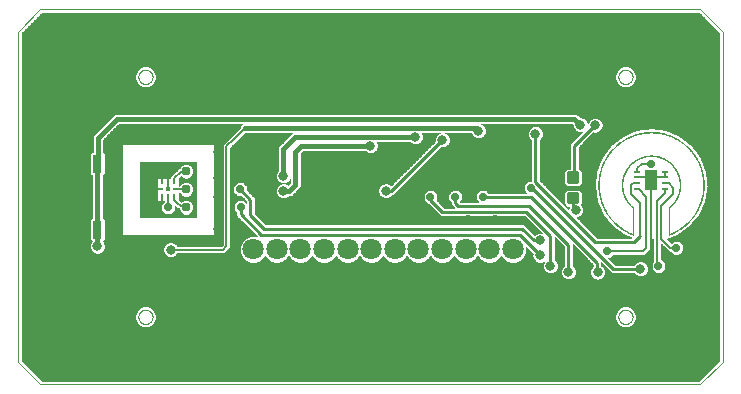
<source format=gtl>
G75*
%MOIN*%
%OFA0B0*%
%FSLAX25Y25*%
%IPPOS*%
%LPD*%
%AMOC8*
5,1,8,0,0,1.08239X$1,22.5*
%
%ADD10C,0.00200*%
%ADD11C,0.00020*%
%ADD12C,0.00197*%
%ADD13R,0.01500X0.01500*%
%ADD14R,0.02165X0.00984*%
%ADD15R,0.03937X0.06693*%
%ADD16C,0.01142*%
%ADD17C,0.07087*%
%ADD18C,0.00000*%
%ADD19C,0.01181*%
%ADD20R,0.03000X0.06000*%
%ADD21C,0.01600*%
%ADD22C,0.00800*%
%ADD23C,0.02781*%
%ADD24C,0.03100*%
%ADD25C,0.00600*%
%ADD26C,0.00300*%
%ADD27C,0.00500*%
%ADD28C,0.03962*%
%ADD29C,0.01500*%
%ADD30C,0.03175*%
%ADD31C,0.01000*%
%ADD32C,0.00700*%
D10*
X0006327Y0005070D02*
X0230873Y0005070D01*
X0230675Y0004872D02*
X0006525Y0004872D01*
X0006724Y0004673D02*
X0230476Y0004673D01*
X0230278Y0004475D02*
X0006922Y0004475D01*
X0007121Y0004276D02*
X0230079Y0004276D01*
X0229881Y0004078D02*
X0007319Y0004078D01*
X0007518Y0003879D02*
X0229682Y0003879D01*
X0229484Y0003681D02*
X0007716Y0003681D01*
X0007915Y0003482D02*
X0229285Y0003482D01*
X0229087Y0003284D02*
X0008113Y0003284D01*
X0008312Y0003085D02*
X0228888Y0003085D01*
X0228690Y0002887D02*
X0008510Y0002887D01*
X0008709Y0002688D02*
X0228491Y0002688D01*
X0228293Y0002490D02*
X0008907Y0002490D01*
X0009097Y0002300D02*
X0002300Y0009097D01*
X0002300Y0118103D01*
X0009097Y0124900D01*
X0228103Y0124900D01*
X0234900Y0118103D01*
X0234900Y0009097D01*
X0228103Y0002300D01*
X0009097Y0002300D01*
X0008600Y0001100D02*
X0001100Y0008600D01*
X0001100Y0118600D01*
X0008600Y0126100D01*
X0228600Y0126100D01*
X0236100Y0118600D01*
X0236100Y0008600D01*
X0228600Y0001100D01*
X0008600Y0001100D01*
X0006128Y0005269D02*
X0231072Y0005269D01*
X0231270Y0005467D02*
X0005930Y0005467D01*
X0005731Y0005666D02*
X0231469Y0005666D01*
X0231667Y0005864D02*
X0005533Y0005864D01*
X0005334Y0006063D02*
X0231866Y0006063D01*
X0232064Y0006261D02*
X0005136Y0006261D01*
X0004937Y0006460D02*
X0232263Y0006460D01*
X0232461Y0006658D02*
X0004739Y0006658D01*
X0004540Y0006857D02*
X0232660Y0006857D01*
X0232858Y0007055D02*
X0004342Y0007055D01*
X0004143Y0007254D02*
X0233057Y0007254D01*
X0233255Y0007452D02*
X0003945Y0007452D01*
X0003746Y0007651D02*
X0233454Y0007651D01*
X0233652Y0007849D02*
X0003548Y0007849D01*
X0003349Y0008048D02*
X0233851Y0008048D01*
X0234049Y0008246D02*
X0003151Y0008246D01*
X0002952Y0008445D02*
X0234248Y0008445D01*
X0234446Y0008643D02*
X0002754Y0008643D01*
X0002555Y0008842D02*
X0234645Y0008842D01*
X0234843Y0009040D02*
X0002357Y0009040D01*
X0002300Y0009239D02*
X0234900Y0009239D01*
X0234900Y0009437D02*
X0002300Y0009437D01*
X0002300Y0009636D02*
X0234900Y0009636D01*
X0234900Y0009834D02*
X0002300Y0009834D01*
X0002300Y0010033D02*
X0234900Y0010033D01*
X0234900Y0010232D02*
X0002300Y0010232D01*
X0002300Y0010430D02*
X0234900Y0010430D01*
X0234900Y0010629D02*
X0002300Y0010629D01*
X0002300Y0010827D02*
X0234900Y0010827D01*
X0234900Y0011026D02*
X0002300Y0011026D01*
X0002300Y0011224D02*
X0234900Y0011224D01*
X0234900Y0011423D02*
X0002300Y0011423D01*
X0002300Y0011621D02*
X0234900Y0011621D01*
X0234900Y0011820D02*
X0002300Y0011820D01*
X0002300Y0012018D02*
X0234900Y0012018D01*
X0234900Y0012217D02*
X0002300Y0012217D01*
X0002300Y0012415D02*
X0234900Y0012415D01*
X0234900Y0012614D02*
X0002300Y0012614D01*
X0002300Y0012812D02*
X0234900Y0012812D01*
X0234900Y0013011D02*
X0002300Y0013011D01*
X0002300Y0013209D02*
X0234900Y0013209D01*
X0234900Y0013408D02*
X0002300Y0013408D01*
X0002300Y0013606D02*
X0234900Y0013606D01*
X0234900Y0013805D02*
X0002300Y0013805D01*
X0002300Y0014003D02*
X0234900Y0014003D01*
X0234900Y0014202D02*
X0002300Y0014202D01*
X0002300Y0014400D02*
X0234900Y0014400D01*
X0234900Y0014599D02*
X0002300Y0014599D01*
X0002300Y0014797D02*
X0234900Y0014797D01*
X0234900Y0014996D02*
X0002300Y0014996D01*
X0002300Y0015194D02*
X0234900Y0015194D01*
X0234900Y0015393D02*
X0002300Y0015393D01*
X0002300Y0015591D02*
X0234900Y0015591D01*
X0234900Y0015790D02*
X0002300Y0015790D01*
X0002300Y0015988D02*
X0234900Y0015988D01*
X0234900Y0016187D02*
X0002300Y0016187D01*
X0002300Y0016385D02*
X0234900Y0016385D01*
X0234900Y0016584D02*
X0002300Y0016584D01*
X0002300Y0016782D02*
X0234900Y0016782D01*
X0234900Y0016981D02*
X0002300Y0016981D01*
X0002300Y0017179D02*
X0234900Y0017179D01*
X0234900Y0017378D02*
X0002300Y0017378D01*
X0002300Y0017576D02*
X0234900Y0017576D01*
X0234900Y0017775D02*
X0002300Y0017775D01*
X0002300Y0017973D02*
X0234900Y0017973D01*
X0234900Y0018172D02*
X0002300Y0018172D01*
X0002300Y0018370D02*
X0234900Y0018370D01*
X0234900Y0018569D02*
X0002300Y0018569D01*
X0002300Y0018768D02*
X0234900Y0018768D01*
X0234900Y0018966D02*
X0002300Y0018966D01*
X0002300Y0019165D02*
X0234900Y0019165D01*
X0234900Y0019363D02*
X0002300Y0019363D01*
X0002300Y0019562D02*
X0234900Y0019562D01*
X0234900Y0019760D02*
X0002300Y0019760D01*
X0002300Y0019959D02*
X0234900Y0019959D01*
X0234900Y0020157D02*
X0204335Y0020157D01*
X0204289Y0020138D02*
X0205561Y0020665D01*
X0206535Y0021639D01*
X0207062Y0022911D01*
X0207062Y0024289D01*
X0206535Y0025561D01*
X0205561Y0026535D01*
X0204289Y0027062D01*
X0202911Y0027062D01*
X0201639Y0026535D01*
X0200665Y0025561D01*
X0200138Y0024289D01*
X0200138Y0022911D01*
X0200665Y0021639D01*
X0201639Y0020665D01*
X0202911Y0020138D01*
X0204289Y0020138D01*
X0204814Y0020356D02*
X0234900Y0020356D01*
X0234900Y0020554D02*
X0205294Y0020554D01*
X0205649Y0020753D02*
X0234900Y0020753D01*
X0234900Y0020951D02*
X0205847Y0020951D01*
X0206046Y0021150D02*
X0234900Y0021150D01*
X0234900Y0021348D02*
X0206244Y0021348D01*
X0206443Y0021547D02*
X0234900Y0021547D01*
X0234900Y0021745D02*
X0206579Y0021745D01*
X0206661Y0021944D02*
X0234900Y0021944D01*
X0234900Y0022142D02*
X0206744Y0022142D01*
X0206826Y0022341D02*
X0234900Y0022341D01*
X0234900Y0022539D02*
X0206908Y0022539D01*
X0206990Y0022738D02*
X0234900Y0022738D01*
X0234900Y0022936D02*
X0207062Y0022936D01*
X0207062Y0023135D02*
X0234900Y0023135D01*
X0234900Y0023333D02*
X0207062Y0023333D01*
X0207062Y0023532D02*
X0234900Y0023532D01*
X0234900Y0023730D02*
X0207062Y0023730D01*
X0207062Y0023929D02*
X0234900Y0023929D01*
X0234900Y0024127D02*
X0207062Y0024127D01*
X0207047Y0024326D02*
X0234900Y0024326D01*
X0234900Y0024524D02*
X0206965Y0024524D01*
X0206882Y0024723D02*
X0234900Y0024723D01*
X0234900Y0024921D02*
X0206800Y0024921D01*
X0206718Y0025120D02*
X0234900Y0025120D01*
X0234900Y0025318D02*
X0206636Y0025318D01*
X0206553Y0025517D02*
X0234900Y0025517D01*
X0234900Y0025715D02*
X0206381Y0025715D01*
X0206182Y0025914D02*
X0234900Y0025914D01*
X0234900Y0026112D02*
X0205984Y0026112D01*
X0205785Y0026311D02*
X0234900Y0026311D01*
X0234900Y0026509D02*
X0205587Y0026509D01*
X0205144Y0026708D02*
X0234900Y0026708D01*
X0234900Y0026906D02*
X0204665Y0026906D01*
X0202535Y0026906D02*
X0044665Y0026906D01*
X0044289Y0027062D02*
X0042911Y0027062D01*
X0041639Y0026535D01*
X0040665Y0025561D01*
X0040138Y0024289D01*
X0040138Y0022911D01*
X0040665Y0021639D01*
X0041639Y0020665D01*
X0042911Y0020138D01*
X0044289Y0020138D01*
X0045561Y0020665D01*
X0046535Y0021639D01*
X0047062Y0022911D01*
X0047062Y0024289D01*
X0046535Y0025561D01*
X0045561Y0026535D01*
X0044289Y0027062D01*
X0045144Y0026708D02*
X0202056Y0026708D01*
X0201613Y0026509D02*
X0045587Y0026509D01*
X0045785Y0026311D02*
X0201415Y0026311D01*
X0201216Y0026112D02*
X0045984Y0026112D01*
X0046182Y0025914D02*
X0201018Y0025914D01*
X0200819Y0025715D02*
X0046381Y0025715D01*
X0046553Y0025517D02*
X0200647Y0025517D01*
X0200564Y0025318D02*
X0046636Y0025318D01*
X0046718Y0025120D02*
X0200482Y0025120D01*
X0200400Y0024921D02*
X0046800Y0024921D01*
X0046882Y0024723D02*
X0200318Y0024723D01*
X0200235Y0024524D02*
X0046965Y0024524D01*
X0047047Y0024326D02*
X0200153Y0024326D01*
X0200138Y0024127D02*
X0047062Y0024127D01*
X0047062Y0023929D02*
X0200138Y0023929D01*
X0200138Y0023730D02*
X0047062Y0023730D01*
X0047062Y0023532D02*
X0200138Y0023532D01*
X0200138Y0023333D02*
X0047062Y0023333D01*
X0047062Y0023135D02*
X0200138Y0023135D01*
X0200138Y0022936D02*
X0047062Y0022936D01*
X0046990Y0022738D02*
X0200210Y0022738D01*
X0200292Y0022539D02*
X0046908Y0022539D01*
X0046826Y0022341D02*
X0200374Y0022341D01*
X0200456Y0022142D02*
X0046744Y0022142D01*
X0046661Y0021944D02*
X0200539Y0021944D01*
X0200621Y0021745D02*
X0046579Y0021745D01*
X0046443Y0021547D02*
X0200757Y0021547D01*
X0200956Y0021348D02*
X0046244Y0021348D01*
X0046046Y0021150D02*
X0201154Y0021150D01*
X0201353Y0020951D02*
X0045847Y0020951D01*
X0045649Y0020753D02*
X0201551Y0020753D01*
X0201906Y0020554D02*
X0045294Y0020554D01*
X0044814Y0020356D02*
X0202385Y0020356D01*
X0202865Y0020157D02*
X0044335Y0020157D01*
X0042865Y0020157D02*
X0002300Y0020157D01*
X0002300Y0020356D02*
X0042385Y0020356D01*
X0041906Y0020554D02*
X0002300Y0020554D01*
X0002300Y0020753D02*
X0041551Y0020753D01*
X0041353Y0020951D02*
X0002300Y0020951D01*
X0002300Y0021150D02*
X0041154Y0021150D01*
X0040956Y0021348D02*
X0002300Y0021348D01*
X0002300Y0021547D02*
X0040757Y0021547D01*
X0040621Y0021745D02*
X0002300Y0021745D01*
X0002300Y0021944D02*
X0040539Y0021944D01*
X0040456Y0022142D02*
X0002300Y0022142D01*
X0002300Y0022341D02*
X0040374Y0022341D01*
X0040292Y0022539D02*
X0002300Y0022539D01*
X0002300Y0022738D02*
X0040210Y0022738D01*
X0040138Y0022936D02*
X0002300Y0022936D01*
X0002300Y0023135D02*
X0040138Y0023135D01*
X0040138Y0023333D02*
X0002300Y0023333D01*
X0002300Y0023532D02*
X0040138Y0023532D01*
X0040138Y0023730D02*
X0002300Y0023730D01*
X0002300Y0023929D02*
X0040138Y0023929D01*
X0040138Y0024127D02*
X0002300Y0024127D01*
X0002300Y0024326D02*
X0040153Y0024326D01*
X0040235Y0024524D02*
X0002300Y0024524D01*
X0002300Y0024723D02*
X0040318Y0024723D01*
X0040400Y0024921D02*
X0002300Y0024921D01*
X0002300Y0025120D02*
X0040482Y0025120D01*
X0040564Y0025318D02*
X0002300Y0025318D01*
X0002300Y0025517D02*
X0040647Y0025517D01*
X0040819Y0025715D02*
X0002300Y0025715D01*
X0002300Y0025914D02*
X0041018Y0025914D01*
X0041216Y0026112D02*
X0002300Y0026112D01*
X0002300Y0026311D02*
X0041415Y0026311D01*
X0041613Y0026509D02*
X0002300Y0026509D01*
X0002300Y0026708D02*
X0042056Y0026708D01*
X0042535Y0026906D02*
X0002300Y0026906D01*
X0002300Y0027105D02*
X0234900Y0027105D01*
X0234900Y0027303D02*
X0002300Y0027303D01*
X0002300Y0027502D02*
X0234900Y0027502D01*
X0234900Y0027701D02*
X0002300Y0027701D01*
X0002300Y0027899D02*
X0234900Y0027899D01*
X0234900Y0028098D02*
X0002300Y0028098D01*
X0002300Y0028296D02*
X0234900Y0028296D01*
X0234900Y0028495D02*
X0002300Y0028495D01*
X0002300Y0028693D02*
X0234900Y0028693D01*
X0234900Y0028892D02*
X0002300Y0028892D01*
X0002300Y0029090D02*
X0234900Y0029090D01*
X0234900Y0029289D02*
X0002300Y0029289D01*
X0002300Y0029487D02*
X0234900Y0029487D01*
X0234900Y0029686D02*
X0002300Y0029686D01*
X0002300Y0029884D02*
X0234900Y0029884D01*
X0234900Y0030083D02*
X0002300Y0030083D01*
X0002300Y0030281D02*
X0234900Y0030281D01*
X0234900Y0030480D02*
X0002300Y0030480D01*
X0002300Y0030678D02*
X0234900Y0030678D01*
X0234900Y0030877D02*
X0002300Y0030877D01*
X0002300Y0031075D02*
X0234900Y0031075D01*
X0234900Y0031274D02*
X0002300Y0031274D01*
X0002300Y0031472D02*
X0234900Y0031472D01*
X0234900Y0031671D02*
X0002300Y0031671D01*
X0002300Y0031869D02*
X0234900Y0031869D01*
X0234900Y0032068D02*
X0002300Y0032068D01*
X0002300Y0032266D02*
X0234900Y0032266D01*
X0234900Y0032465D02*
X0002300Y0032465D01*
X0002300Y0032663D02*
X0234900Y0032663D01*
X0234900Y0032862D02*
X0002300Y0032862D01*
X0002300Y0033060D02*
X0234900Y0033060D01*
X0234900Y0033259D02*
X0002300Y0033259D01*
X0002300Y0033457D02*
X0234900Y0033457D01*
X0234900Y0033656D02*
X0002300Y0033656D01*
X0002300Y0033854D02*
X0234900Y0033854D01*
X0234900Y0034053D02*
X0002300Y0034053D01*
X0002300Y0034251D02*
X0234900Y0034251D01*
X0234900Y0034450D02*
X0002300Y0034450D01*
X0002300Y0034648D02*
X0234900Y0034648D01*
X0234900Y0034847D02*
X0002300Y0034847D01*
X0002300Y0035045D02*
X0234900Y0035045D01*
X0234900Y0035244D02*
X0002300Y0035244D01*
X0002300Y0035442D02*
X0234900Y0035442D01*
X0234900Y0035641D02*
X0002300Y0035641D01*
X0002300Y0035839D02*
X0234900Y0035839D01*
X0234900Y0036038D02*
X0194856Y0036038D01*
X0194795Y0036013D02*
X0195709Y0036391D01*
X0196409Y0037091D01*
X0196787Y0038005D01*
X0196787Y0038995D01*
X0196409Y0039909D01*
X0195709Y0040609D01*
X0195500Y0040695D01*
X0195500Y0041720D01*
X0199020Y0038200D01*
X0206488Y0038200D01*
X0206491Y0038191D01*
X0207191Y0037491D01*
X0208105Y0037113D01*
X0209095Y0037113D01*
X0210009Y0037491D01*
X0210709Y0038191D01*
X0211087Y0039105D01*
X0211087Y0040095D01*
X0210709Y0041009D01*
X0210009Y0041709D01*
X0209095Y0042087D01*
X0208105Y0042087D01*
X0207191Y0041709D01*
X0206491Y0041009D01*
X0206488Y0041000D01*
X0200180Y0041000D01*
X0197870Y0043309D01*
X0198549Y0043309D01*
X0199589Y0044350D01*
X0210118Y0044350D01*
X0210850Y0045082D01*
X0211850Y0046082D01*
X0211850Y0049650D01*
X0212800Y0049609D01*
X0212800Y0042039D01*
X0212309Y0041549D01*
X0212309Y0041148D01*
X0212300Y0041138D01*
X0212300Y0040062D01*
X0212309Y0040052D01*
X0212309Y0039651D01*
X0213651Y0038309D01*
X0215549Y0038309D01*
X0216891Y0039651D01*
X0216891Y0041549D01*
X0215549Y0042891D01*
X0215400Y0042891D01*
X0215400Y0048032D01*
X0217350Y0046082D01*
X0218082Y0045350D01*
X0218611Y0045350D01*
X0219651Y0044309D01*
X0221549Y0044309D01*
X0222891Y0045651D01*
X0222891Y0047549D01*
X0221549Y0048891D01*
X0219651Y0048891D01*
X0218864Y0048104D01*
X0217566Y0049401D01*
X0217579Y0049401D01*
X0217649Y0049389D01*
X0217660Y0049397D01*
X0217674Y0049397D01*
X0217726Y0049445D01*
X0217784Y0049486D01*
X0217786Y0049499D01*
X0217796Y0049509D01*
X0217799Y0049579D01*
X0217851Y0049894D01*
X0218046Y0049804D01*
X0218312Y0049902D01*
X0218596Y0049902D01*
X0218760Y0050065D01*
X0220858Y0050833D01*
X0220858Y0050833D01*
X0224938Y0053720D01*
X0228120Y0057574D01*
X0230181Y0062126D01*
X0230181Y0062126D01*
X0230977Y0067060D01*
X0230454Y0072030D01*
X0228648Y0076690D01*
X0225684Y0080714D01*
X0221771Y0083821D01*
X0221771Y0083821D01*
X0217179Y0085795D01*
X0212232Y0086498D01*
X0212232Y0086498D01*
X0210238Y0086250D01*
X0210233Y0086254D01*
X0209748Y0086189D01*
X0209259Y0086128D01*
X0209256Y0086123D01*
X0207258Y0085856D01*
X0202639Y0083914D01*
X0198691Y0080829D01*
X0195690Y0076817D01*
X0195690Y0076817D01*
X0193845Y0072158D01*
X0193845Y0072158D01*
X0193287Y0067178D01*
X0194054Y0062227D01*
X0194054Y0062227D01*
X0196092Y0057649D01*
X0199260Y0053766D01*
X0203334Y0050850D01*
X0205437Y0050068D01*
X0205505Y0050000D01*
X0194180Y0050000D01*
X0187467Y0056713D01*
X0187595Y0056713D01*
X0188509Y0057091D01*
X0189209Y0057791D01*
X0189587Y0058705D01*
X0189587Y0059695D01*
X0189209Y0060609D01*
X0188817Y0061001D01*
X0188968Y0061152D01*
X0188968Y0065143D01*
X0188095Y0066016D01*
X0184105Y0066016D01*
X0183231Y0065143D01*
X0183231Y0061152D01*
X0184105Y0060279D01*
X0184700Y0060279D01*
X0184700Y0059906D01*
X0184613Y0059695D01*
X0184613Y0059567D01*
X0175000Y0069180D01*
X0175000Y0082488D01*
X0175009Y0082491D01*
X0175709Y0083191D01*
X0176087Y0084105D01*
X0176087Y0085095D01*
X0175709Y0086009D01*
X0175009Y0086709D01*
X0174095Y0087087D01*
X0173105Y0087087D01*
X0172191Y0086709D01*
X0171491Y0086009D01*
X0171113Y0085095D01*
X0171113Y0084105D01*
X0171491Y0083191D01*
X0172191Y0082491D01*
X0172200Y0082488D01*
X0172200Y0068891D01*
X0171151Y0068891D01*
X0169809Y0067549D01*
X0169809Y0065651D01*
X0170461Y0065000D01*
X0157939Y0065000D01*
X0157049Y0065891D01*
X0155151Y0065891D01*
X0153809Y0064549D01*
X0153809Y0062651D01*
X0154461Y0062000D01*
X0148491Y0062000D01*
X0149143Y0062651D01*
X0149143Y0064549D01*
X0147801Y0065891D01*
X0145903Y0065891D01*
X0144561Y0064549D01*
X0144561Y0062651D01*
X0145452Y0061761D01*
X0145452Y0061020D01*
X0146272Y0060200D01*
X0146472Y0060000D01*
X0143180Y0060000D01*
X0140710Y0062470D01*
X0140891Y0062651D01*
X0140891Y0064549D01*
X0139549Y0065891D01*
X0137651Y0065891D01*
X0136309Y0064549D01*
X0136309Y0062651D01*
X0137651Y0061309D01*
X0137911Y0061309D01*
X0142020Y0057200D01*
X0170020Y0057200D01*
X0175660Y0051561D01*
X0175595Y0051587D01*
X0174605Y0051587D01*
X0173691Y0051209D01*
X0173331Y0050849D01*
X0170600Y0053580D01*
X0169780Y0054400D01*
X0083680Y0054400D01*
X0080000Y0058080D01*
X0080000Y0063280D01*
X0079180Y0064100D01*
X0079180Y0064100D01*
X0077491Y0065789D01*
X0077491Y0067049D01*
X0076149Y0068391D01*
X0074251Y0068391D01*
X0072909Y0067049D01*
X0072909Y0065151D01*
X0074251Y0063809D01*
X0075511Y0063809D01*
X0077200Y0062120D01*
X0077200Y0061439D01*
X0076249Y0062391D01*
X0074351Y0062391D01*
X0073009Y0061049D01*
X0073009Y0059151D01*
X0073900Y0058261D01*
X0073900Y0057220D01*
X0080723Y0050397D01*
X0080370Y0050543D01*
X0078602Y0050543D01*
X0076969Y0049867D01*
X0075719Y0048617D01*
X0075043Y0046984D01*
X0075043Y0045216D01*
X0075719Y0043583D01*
X0076969Y0042333D01*
X0078602Y0041657D01*
X0080370Y0041657D01*
X0082003Y0042333D01*
X0083253Y0043583D01*
X0083423Y0043994D01*
X0083593Y0043583D01*
X0084843Y0042333D01*
X0086476Y0041657D01*
X0088244Y0041657D01*
X0089877Y0042333D01*
X0091127Y0043583D01*
X0091297Y0043994D01*
X0091467Y0043583D01*
X0092717Y0042333D01*
X0094350Y0041657D01*
X0096118Y0041657D01*
X0097751Y0042333D01*
X0099001Y0043583D01*
X0099171Y0043994D01*
X0099341Y0043583D01*
X0100591Y0042333D01*
X0102224Y0041657D01*
X0103992Y0041657D01*
X0105625Y0042333D01*
X0106875Y0043583D01*
X0107045Y0043994D01*
X0107215Y0043583D01*
X0108465Y0042333D01*
X0110098Y0041657D01*
X0111866Y0041657D01*
X0113499Y0042333D01*
X0114749Y0043583D01*
X0114919Y0043994D01*
X0115089Y0043583D01*
X0116339Y0042333D01*
X0117972Y0041657D01*
X0119740Y0041657D01*
X0121373Y0042333D01*
X0122623Y0043583D01*
X0122793Y0043994D01*
X0122963Y0043583D01*
X0124213Y0042333D01*
X0125846Y0041657D01*
X0127614Y0041657D01*
X0129247Y0042333D01*
X0130497Y0043583D01*
X0130667Y0043994D01*
X0130837Y0043583D01*
X0132087Y0042333D01*
X0133720Y0041657D01*
X0135488Y0041657D01*
X0137121Y0042333D01*
X0138371Y0043583D01*
X0138541Y0043994D01*
X0138711Y0043583D01*
X0139961Y0042333D01*
X0141594Y0041657D01*
X0143362Y0041657D01*
X0144995Y0042333D01*
X0146245Y0043583D01*
X0146415Y0043994D01*
X0146585Y0043583D01*
X0147835Y0042333D01*
X0149468Y0041657D01*
X0151236Y0041657D01*
X0152869Y0042333D01*
X0154119Y0043583D01*
X0154289Y0043994D01*
X0154459Y0043583D01*
X0155709Y0042333D01*
X0157342Y0041657D01*
X0159110Y0041657D01*
X0160743Y0042333D01*
X0161993Y0043583D01*
X0162163Y0043994D01*
X0162333Y0043583D01*
X0163583Y0042333D01*
X0165216Y0041657D01*
X0166984Y0041657D01*
X0168617Y0042333D01*
X0169867Y0043583D01*
X0170543Y0045216D01*
X0170543Y0046777D01*
X0171700Y0045620D01*
X0172634Y0044647D01*
X0172613Y0044595D01*
X0172613Y0043605D01*
X0172991Y0042691D01*
X0173691Y0041991D01*
X0174605Y0041613D01*
X0175595Y0041613D01*
X0176479Y0041979D01*
X0176113Y0041095D01*
X0176113Y0040105D01*
X0176491Y0039191D01*
X0177191Y0038491D01*
X0178105Y0038113D01*
X0179095Y0038113D01*
X0180009Y0038491D01*
X0180709Y0039191D01*
X0181087Y0040105D01*
X0181087Y0041095D01*
X0180709Y0042009D01*
X0180009Y0042709D01*
X0180000Y0042712D01*
X0180000Y0050220D01*
X0183200Y0047020D01*
X0183200Y0040712D01*
X0183191Y0040709D01*
X0182491Y0040009D01*
X0182113Y0039095D01*
X0182113Y0038105D01*
X0182491Y0037191D01*
X0183191Y0036491D01*
X0184105Y0036113D01*
X0185095Y0036113D01*
X0186009Y0036491D01*
X0186709Y0037191D01*
X0187087Y0038105D01*
X0187087Y0039095D01*
X0186709Y0040009D01*
X0186009Y0040709D01*
X0186000Y0040712D01*
X0186000Y0047720D01*
X0192700Y0041020D01*
X0192700Y0040418D01*
X0192191Y0039909D01*
X0191813Y0038995D01*
X0191813Y0038005D01*
X0192191Y0037091D01*
X0192891Y0036391D01*
X0193805Y0036013D01*
X0194795Y0036013D01*
X0195335Y0036237D02*
X0234900Y0036237D01*
X0234900Y0036435D02*
X0195753Y0036435D01*
X0195951Y0036634D02*
X0234900Y0036634D01*
X0234900Y0036832D02*
X0196150Y0036832D01*
X0196348Y0037031D02*
X0234900Y0037031D01*
X0234900Y0037229D02*
X0209376Y0037229D01*
X0209855Y0037428D02*
X0234900Y0037428D01*
X0234900Y0037626D02*
X0210144Y0037626D01*
X0210342Y0037825D02*
X0234900Y0037825D01*
X0234900Y0038023D02*
X0210541Y0038023D01*
X0210721Y0038222D02*
X0234900Y0038222D01*
X0234900Y0038420D02*
X0215659Y0038420D01*
X0215858Y0038619D02*
X0234900Y0038619D01*
X0234900Y0038817D02*
X0216056Y0038817D01*
X0216255Y0039016D02*
X0234900Y0039016D01*
X0234900Y0039214D02*
X0216453Y0039214D01*
X0216652Y0039413D02*
X0234900Y0039413D01*
X0234900Y0039611D02*
X0216851Y0039611D01*
X0216891Y0039810D02*
X0234900Y0039810D01*
X0234900Y0040008D02*
X0216891Y0040008D01*
X0216891Y0040207D02*
X0234900Y0040207D01*
X0234900Y0040405D02*
X0216891Y0040405D01*
X0216891Y0040604D02*
X0234900Y0040604D01*
X0234900Y0040802D02*
X0216891Y0040802D01*
X0216891Y0041001D02*
X0234900Y0041001D01*
X0234900Y0041199D02*
X0216891Y0041199D01*
X0216891Y0041398D02*
X0234900Y0041398D01*
X0234900Y0041596D02*
X0216843Y0041596D01*
X0216644Y0041795D02*
X0234900Y0041795D01*
X0234900Y0041993D02*
X0216446Y0041993D01*
X0216247Y0042192D02*
X0234900Y0042192D01*
X0234900Y0042390D02*
X0216049Y0042390D01*
X0215850Y0042589D02*
X0234900Y0042589D01*
X0234900Y0042787D02*
X0215652Y0042787D01*
X0215400Y0042986D02*
X0234900Y0042986D01*
X0234900Y0043184D02*
X0215400Y0043184D01*
X0215400Y0043383D02*
X0234900Y0043383D01*
X0234900Y0043581D02*
X0215400Y0043581D01*
X0215400Y0043780D02*
X0234900Y0043780D01*
X0234900Y0043978D02*
X0215400Y0043978D01*
X0215400Y0044177D02*
X0234900Y0044177D01*
X0234900Y0044375D02*
X0221615Y0044375D01*
X0221813Y0044574D02*
X0234900Y0044574D01*
X0234900Y0044772D02*
X0222012Y0044772D01*
X0222210Y0044971D02*
X0234900Y0044971D01*
X0234900Y0045170D02*
X0222409Y0045170D01*
X0222607Y0045368D02*
X0234900Y0045368D01*
X0234900Y0045567D02*
X0222806Y0045567D01*
X0222891Y0045765D02*
X0234900Y0045765D01*
X0234900Y0045964D02*
X0222891Y0045964D01*
X0222891Y0046162D02*
X0234900Y0046162D01*
X0234900Y0046361D02*
X0222891Y0046361D01*
X0222891Y0046559D02*
X0234900Y0046559D01*
X0234900Y0046758D02*
X0222891Y0046758D01*
X0222891Y0046956D02*
X0234900Y0046956D01*
X0234900Y0047155D02*
X0222891Y0047155D01*
X0222891Y0047353D02*
X0234900Y0047353D01*
X0234900Y0047552D02*
X0222888Y0047552D01*
X0222689Y0047750D02*
X0234900Y0047750D01*
X0234900Y0047949D02*
X0222491Y0047949D01*
X0222292Y0048147D02*
X0234900Y0048147D01*
X0234900Y0048346D02*
X0222094Y0048346D01*
X0221895Y0048544D02*
X0234900Y0048544D01*
X0234900Y0048743D02*
X0221697Y0048743D01*
X0219503Y0048743D02*
X0218225Y0048743D01*
X0218027Y0048941D02*
X0234900Y0048941D01*
X0234900Y0049140D02*
X0217828Y0049140D01*
X0217630Y0049338D02*
X0234900Y0049338D01*
X0234900Y0049537D02*
X0217797Y0049537D01*
X0217825Y0049735D02*
X0234900Y0049735D01*
X0234900Y0049934D02*
X0218629Y0049934D01*
X0218943Y0050132D02*
X0234900Y0050132D01*
X0234900Y0050331D02*
X0219485Y0050331D01*
X0220028Y0050529D02*
X0234900Y0050529D01*
X0234900Y0050728D02*
X0220570Y0050728D01*
X0220990Y0050926D02*
X0234900Y0050926D01*
X0234900Y0051125D02*
X0221271Y0051125D01*
X0221551Y0051323D02*
X0234900Y0051323D01*
X0234900Y0051522D02*
X0221832Y0051522D01*
X0222112Y0051720D02*
X0234900Y0051720D01*
X0234900Y0051919D02*
X0222393Y0051919D01*
X0222674Y0052117D02*
X0234900Y0052117D01*
X0234900Y0052316D02*
X0222954Y0052316D01*
X0223235Y0052514D02*
X0234900Y0052514D01*
X0234900Y0052713D02*
X0223515Y0052713D01*
X0223796Y0052911D02*
X0234900Y0052911D01*
X0234900Y0053110D02*
X0224076Y0053110D01*
X0224357Y0053308D02*
X0234900Y0053308D01*
X0234900Y0053507D02*
X0224638Y0053507D01*
X0224918Y0053705D02*
X0234900Y0053705D01*
X0234900Y0053904D02*
X0225090Y0053904D01*
X0224938Y0053720D02*
X0224938Y0053720D01*
X0224938Y0053720D01*
X0225254Y0054103D02*
X0234900Y0054103D01*
X0234900Y0054301D02*
X0225418Y0054301D01*
X0225582Y0054500D02*
X0234900Y0054500D01*
X0234900Y0054698D02*
X0225746Y0054698D01*
X0225910Y0054897D02*
X0234900Y0054897D01*
X0234900Y0055095D02*
X0226073Y0055095D01*
X0226237Y0055294D02*
X0234900Y0055294D01*
X0234900Y0055492D02*
X0226401Y0055492D01*
X0226565Y0055691D02*
X0234900Y0055691D01*
X0234900Y0055889D02*
X0226729Y0055889D01*
X0226893Y0056088D02*
X0234900Y0056088D01*
X0234900Y0056286D02*
X0227057Y0056286D01*
X0227221Y0056485D02*
X0234900Y0056485D01*
X0234900Y0056683D02*
X0227384Y0056683D01*
X0227548Y0056882D02*
X0234900Y0056882D01*
X0234900Y0057080D02*
X0227712Y0057080D01*
X0227876Y0057279D02*
X0234900Y0057279D01*
X0234900Y0057477D02*
X0228040Y0057477D01*
X0228120Y0057574D02*
X0228120Y0057574D01*
X0228166Y0057676D02*
X0234900Y0057676D01*
X0234900Y0057874D02*
X0228256Y0057874D01*
X0228345Y0058073D02*
X0234900Y0058073D01*
X0234900Y0058271D02*
X0228435Y0058271D01*
X0228525Y0058470D02*
X0234900Y0058470D01*
X0234900Y0058668D02*
X0228615Y0058668D01*
X0228705Y0058867D02*
X0234900Y0058867D01*
X0234900Y0059065D02*
X0228795Y0059065D01*
X0228885Y0059264D02*
X0234900Y0059264D01*
X0234900Y0059462D02*
X0228974Y0059462D01*
X0229064Y0059661D02*
X0234900Y0059661D01*
X0234900Y0059859D02*
X0229154Y0059859D01*
X0229244Y0060058D02*
X0234900Y0060058D01*
X0234900Y0060256D02*
X0229334Y0060256D01*
X0229424Y0060455D02*
X0234900Y0060455D01*
X0234900Y0060653D02*
X0229514Y0060653D01*
X0229604Y0060852D02*
X0234900Y0060852D01*
X0234900Y0061050D02*
X0229693Y0061050D01*
X0229783Y0061249D02*
X0234900Y0061249D01*
X0234900Y0061447D02*
X0229873Y0061447D01*
X0229963Y0061646D02*
X0234900Y0061646D01*
X0234900Y0061844D02*
X0230053Y0061844D01*
X0230143Y0062043D02*
X0234900Y0062043D01*
X0234900Y0062241D02*
X0230199Y0062241D01*
X0230231Y0062440D02*
X0234900Y0062440D01*
X0234900Y0062639D02*
X0230263Y0062639D01*
X0230295Y0062837D02*
X0234900Y0062837D01*
X0234900Y0063036D02*
X0230327Y0063036D01*
X0230359Y0063234D02*
X0234900Y0063234D01*
X0234900Y0063433D02*
X0230391Y0063433D01*
X0230424Y0063631D02*
X0234900Y0063631D01*
X0234900Y0063830D02*
X0230456Y0063830D01*
X0230488Y0064028D02*
X0234900Y0064028D01*
X0234900Y0064227D02*
X0230520Y0064227D01*
X0230552Y0064425D02*
X0234900Y0064425D01*
X0234900Y0064624D02*
X0230584Y0064624D01*
X0230616Y0064822D02*
X0234900Y0064822D01*
X0234900Y0065021D02*
X0230648Y0065021D01*
X0230680Y0065219D02*
X0234900Y0065219D01*
X0234900Y0065418D02*
X0230712Y0065418D01*
X0230744Y0065616D02*
X0234900Y0065616D01*
X0234900Y0065815D02*
X0230776Y0065815D01*
X0230808Y0066013D02*
X0234900Y0066013D01*
X0234900Y0066212D02*
X0230840Y0066212D01*
X0230872Y0066410D02*
X0234900Y0066410D01*
X0234900Y0066609D02*
X0230904Y0066609D01*
X0230937Y0066807D02*
X0234900Y0066807D01*
X0234900Y0067006D02*
X0230969Y0067006D01*
X0230977Y0067060D02*
X0230977Y0067060D01*
X0230962Y0067204D02*
X0234900Y0067204D01*
X0234900Y0067403D02*
X0230941Y0067403D01*
X0230920Y0067601D02*
X0234900Y0067601D01*
X0234900Y0067800D02*
X0230900Y0067800D01*
X0230879Y0067998D02*
X0234900Y0067998D01*
X0234900Y0068197D02*
X0230858Y0068197D01*
X0230837Y0068395D02*
X0234900Y0068395D01*
X0234900Y0068594D02*
X0230816Y0068594D01*
X0230795Y0068792D02*
X0234900Y0068792D01*
X0234900Y0068991D02*
X0230774Y0068991D01*
X0230753Y0069189D02*
X0234900Y0069189D01*
X0234900Y0069388D02*
X0230732Y0069388D01*
X0230712Y0069586D02*
X0234900Y0069586D01*
X0234900Y0069785D02*
X0230691Y0069785D01*
X0230670Y0069983D02*
X0234900Y0069983D01*
X0234900Y0070182D02*
X0230649Y0070182D01*
X0230628Y0070380D02*
X0234900Y0070380D01*
X0234900Y0070579D02*
X0230607Y0070579D01*
X0230586Y0070777D02*
X0234900Y0070777D01*
X0234900Y0070976D02*
X0230565Y0070976D01*
X0230544Y0071174D02*
X0234900Y0071174D01*
X0234900Y0071373D02*
X0230524Y0071373D01*
X0230503Y0071572D02*
X0234900Y0071572D01*
X0234900Y0071770D02*
X0230482Y0071770D01*
X0230461Y0071969D02*
X0234900Y0071969D01*
X0234900Y0072167D02*
X0230401Y0072167D01*
X0230454Y0072030D02*
X0230454Y0072030D01*
X0230324Y0072366D02*
X0234900Y0072366D01*
X0234900Y0072564D02*
X0230247Y0072564D01*
X0230170Y0072763D02*
X0234900Y0072763D01*
X0234900Y0072961D02*
X0230094Y0072961D01*
X0230017Y0073160D02*
X0234900Y0073160D01*
X0234900Y0073358D02*
X0229940Y0073358D01*
X0229863Y0073557D02*
X0234900Y0073557D01*
X0234900Y0073755D02*
X0229786Y0073755D01*
X0229709Y0073954D02*
X0234900Y0073954D01*
X0234900Y0074152D02*
X0229632Y0074152D01*
X0229555Y0074351D02*
X0234900Y0074351D01*
X0234900Y0074549D02*
X0229478Y0074549D01*
X0229401Y0074748D02*
X0234900Y0074748D01*
X0234900Y0074946D02*
X0229324Y0074946D01*
X0229247Y0075145D02*
X0234900Y0075145D01*
X0234900Y0075343D02*
X0229170Y0075343D01*
X0229093Y0075542D02*
X0234900Y0075542D01*
X0234900Y0075740D02*
X0229016Y0075740D01*
X0228939Y0075939D02*
X0234900Y0075939D01*
X0234900Y0076137D02*
X0228862Y0076137D01*
X0228785Y0076336D02*
X0234900Y0076336D01*
X0234900Y0076534D02*
X0228708Y0076534D01*
X0228648Y0076690D02*
X0228648Y0076690D01*
X0228616Y0076733D02*
X0234900Y0076733D01*
X0234900Y0076931D02*
X0228470Y0076931D01*
X0228324Y0077130D02*
X0234900Y0077130D01*
X0234900Y0077328D02*
X0228178Y0077328D01*
X0228032Y0077527D02*
X0234900Y0077527D01*
X0234900Y0077725D02*
X0227885Y0077725D01*
X0227739Y0077924D02*
X0234900Y0077924D01*
X0234900Y0078122D02*
X0227593Y0078122D01*
X0227447Y0078321D02*
X0234900Y0078321D01*
X0234900Y0078519D02*
X0227301Y0078519D01*
X0227154Y0078718D02*
X0234900Y0078718D01*
X0234900Y0078916D02*
X0227008Y0078916D01*
X0226862Y0079115D02*
X0234900Y0079115D01*
X0234900Y0079313D02*
X0226716Y0079313D01*
X0226570Y0079512D02*
X0234900Y0079512D01*
X0234900Y0079710D02*
X0226423Y0079710D01*
X0226277Y0079909D02*
X0234900Y0079909D01*
X0234900Y0080108D02*
X0226131Y0080108D01*
X0225985Y0080306D02*
X0234900Y0080306D01*
X0234900Y0080505D02*
X0225839Y0080505D01*
X0225692Y0080703D02*
X0234900Y0080703D01*
X0234900Y0080902D02*
X0225448Y0080902D01*
X0225684Y0080714D02*
X0225684Y0080714D01*
X0225684Y0080714D01*
X0225198Y0081100D02*
X0234900Y0081100D01*
X0234900Y0081299D02*
X0224948Y0081299D01*
X0224698Y0081497D02*
X0234900Y0081497D01*
X0234900Y0081696D02*
X0224448Y0081696D01*
X0224198Y0081894D02*
X0234900Y0081894D01*
X0234900Y0082093D02*
X0223948Y0082093D01*
X0223698Y0082291D02*
X0234900Y0082291D01*
X0234900Y0082490D02*
X0223448Y0082490D01*
X0223198Y0082688D02*
X0234900Y0082688D01*
X0234900Y0082887D02*
X0222948Y0082887D01*
X0222698Y0083085D02*
X0234900Y0083085D01*
X0234900Y0083284D02*
X0222448Y0083284D01*
X0222198Y0083482D02*
X0234900Y0083482D01*
X0234900Y0083681D02*
X0221948Y0083681D01*
X0221636Y0083879D02*
X0234900Y0083879D01*
X0234900Y0084078D02*
X0221174Y0084078D01*
X0220712Y0084276D02*
X0234900Y0084276D01*
X0234900Y0084475D02*
X0220251Y0084475D01*
X0219789Y0084673D02*
X0234900Y0084673D01*
X0234900Y0084872D02*
X0219327Y0084872D01*
X0218865Y0085070D02*
X0234900Y0085070D01*
X0234900Y0085269D02*
X0218404Y0085269D01*
X0217942Y0085467D02*
X0234900Y0085467D01*
X0234900Y0085666D02*
X0217480Y0085666D01*
X0217179Y0085795D02*
X0217179Y0085795D01*
X0216693Y0085864D02*
X0234900Y0085864D01*
X0234900Y0086063D02*
X0215295Y0086063D01*
X0213898Y0086261D02*
X0234900Y0086261D01*
X0234900Y0086460D02*
X0212500Y0086460D01*
X0211925Y0086460D02*
X0195761Y0086460D01*
X0195679Y0086261D02*
X0210331Y0086261D01*
X0208805Y0086063D02*
X0195581Y0086063D01*
X0195609Y0086091D02*
X0195987Y0087005D01*
X0195987Y0087995D01*
X0195609Y0088909D01*
X0194909Y0089609D01*
X0193995Y0089987D01*
X0193005Y0089987D01*
X0192091Y0089609D01*
X0191391Y0088909D01*
X0191071Y0088135D01*
X0190709Y0089009D01*
X0190009Y0089709D01*
X0189095Y0090087D01*
X0188517Y0090087D01*
X0187304Y0091300D01*
X0033296Y0091300D01*
X0026996Y0085000D01*
X0026000Y0084004D01*
X0026000Y0078500D01*
X0025727Y0078500D01*
X0025200Y0077973D01*
X0025200Y0071227D01*
X0025727Y0070700D01*
X0025900Y0070700D01*
X0025900Y0056500D01*
X0025727Y0056500D01*
X0025200Y0055973D01*
X0025200Y0049227D01*
X0025705Y0048722D01*
X0025491Y0048509D01*
X0025113Y0047595D01*
X0025113Y0046605D01*
X0025491Y0045691D01*
X0026191Y0044991D01*
X0027105Y0044613D01*
X0028095Y0044613D01*
X0029009Y0044991D01*
X0029709Y0045691D01*
X0030087Y0046605D01*
X0030087Y0047595D01*
X0029709Y0048509D01*
X0029495Y0048722D01*
X0030000Y0049227D01*
X0030000Y0055973D01*
X0029473Y0056500D01*
X0029300Y0056500D01*
X0029300Y0070700D01*
X0029473Y0070700D01*
X0030000Y0071227D01*
X0030000Y0077973D01*
X0029473Y0078500D01*
X0029400Y0078500D01*
X0029400Y0082596D01*
X0034704Y0087900D01*
X0075696Y0087900D01*
X0075100Y0087304D01*
X0075100Y0086597D01*
X0073200Y0084697D01*
X0072603Y0084100D01*
X0069400Y0080897D01*
X0069400Y0047697D01*
X0068903Y0047200D01*
X0054195Y0047200D01*
X0054109Y0047409D01*
X0053409Y0048109D01*
X0052495Y0048487D01*
X0051505Y0048487D01*
X0050591Y0048109D01*
X0049891Y0047409D01*
X0049513Y0046495D01*
X0049513Y0045505D01*
X0049891Y0044591D01*
X0050591Y0043891D01*
X0051505Y0043513D01*
X0052495Y0043513D01*
X0053409Y0043891D01*
X0054109Y0044591D01*
X0054195Y0044800D01*
X0069897Y0044800D01*
X0071097Y0046000D01*
X0071800Y0046703D01*
X0071800Y0079903D01*
X0074300Y0082403D01*
X0074897Y0083000D01*
X0076797Y0084900D01*
X0092496Y0084900D01*
X0088896Y0081300D01*
X0087900Y0080304D01*
X0087900Y0072418D01*
X0087491Y0072009D01*
X0087113Y0071095D01*
X0087113Y0070105D01*
X0087491Y0069191D01*
X0088191Y0068491D01*
X0089105Y0068113D01*
X0090095Y0068113D01*
X0091009Y0068491D01*
X0091709Y0069191D01*
X0091900Y0069653D01*
X0091900Y0068304D01*
X0091157Y0067561D01*
X0091009Y0067709D01*
X0090095Y0068087D01*
X0089105Y0068087D01*
X0088191Y0067709D01*
X0087491Y0067009D01*
X0087113Y0066095D01*
X0087113Y0065105D01*
X0087491Y0064191D01*
X0088191Y0063491D01*
X0089105Y0063113D01*
X0090095Y0063113D01*
X0091009Y0063491D01*
X0091418Y0063900D01*
X0092304Y0063900D01*
X0093300Y0064896D01*
X0095300Y0066896D01*
X0095300Y0077896D01*
X0096304Y0078900D01*
X0116782Y0078900D01*
X0117191Y0078491D01*
X0118105Y0078113D01*
X0119095Y0078113D01*
X0120009Y0078491D01*
X0120709Y0079191D01*
X0121087Y0080105D01*
X0121087Y0081095D01*
X0120754Y0081900D01*
X0131782Y0081900D01*
X0132191Y0081491D01*
X0133105Y0081113D01*
X0134095Y0081113D01*
X0135009Y0081491D01*
X0135709Y0082191D01*
X0136087Y0083105D01*
X0136087Y0084095D01*
X0135754Y0084900D01*
X0141653Y0084900D01*
X0141191Y0084709D01*
X0140491Y0084009D01*
X0140113Y0083095D01*
X0140113Y0082105D01*
X0140116Y0082096D01*
X0125419Y0067399D01*
X0125109Y0067709D01*
X0124195Y0068087D01*
X0123205Y0068087D01*
X0122291Y0067709D01*
X0121591Y0067009D01*
X0121213Y0066095D01*
X0121213Y0065105D01*
X0121591Y0064191D01*
X0122291Y0063491D01*
X0123205Y0063113D01*
X0124195Y0063113D01*
X0125109Y0063491D01*
X0125809Y0064191D01*
X0125812Y0064200D01*
X0126180Y0064200D01*
X0142096Y0080116D01*
X0142105Y0080113D01*
X0143095Y0080113D01*
X0144009Y0080491D01*
X0144709Y0081191D01*
X0145087Y0082105D01*
X0145087Y0083095D01*
X0144709Y0084009D01*
X0144009Y0084709D01*
X0143547Y0084900D01*
X0152198Y0084900D01*
X0152491Y0084191D01*
X0153191Y0083491D01*
X0154105Y0083113D01*
X0155095Y0083113D01*
X0156009Y0083491D01*
X0156709Y0084191D01*
X0157087Y0085105D01*
X0157087Y0086095D01*
X0156709Y0087009D01*
X0156009Y0087709D01*
X0155547Y0087900D01*
X0185896Y0087900D01*
X0186113Y0087683D01*
X0186113Y0087105D01*
X0186491Y0086191D01*
X0187191Y0085491D01*
X0188105Y0085113D01*
X0189033Y0085113D01*
X0186020Y0082100D01*
X0185200Y0081280D01*
X0185200Y0072921D01*
X0184105Y0072921D01*
X0183231Y0072048D01*
X0183231Y0068057D01*
X0184105Y0067184D01*
X0188095Y0067184D01*
X0188968Y0068057D01*
X0188968Y0072048D01*
X0188095Y0072921D01*
X0188000Y0072921D01*
X0188000Y0080120D01*
X0192926Y0085046D01*
X0193005Y0085013D01*
X0193995Y0085013D01*
X0194909Y0085391D01*
X0195609Y0086091D01*
X0195382Y0085864D02*
X0207318Y0085864D01*
X0207258Y0085856D02*
X0207258Y0085856D01*
X0206805Y0085666D02*
X0195184Y0085666D01*
X0194985Y0085467D02*
X0206333Y0085467D01*
X0205861Y0085269D02*
X0194613Y0085269D01*
X0194134Y0085070D02*
X0205389Y0085070D01*
X0204916Y0084872D02*
X0192752Y0084872D01*
X0192553Y0084673D02*
X0204444Y0084673D01*
X0203972Y0084475D02*
X0192355Y0084475D01*
X0192156Y0084276D02*
X0203500Y0084276D01*
X0203028Y0084078D02*
X0191958Y0084078D01*
X0191759Y0083879D02*
X0202594Y0083879D01*
X0202639Y0083914D02*
X0202639Y0083914D01*
X0202340Y0083681D02*
X0191561Y0083681D01*
X0191362Y0083482D02*
X0202086Y0083482D01*
X0201832Y0083284D02*
X0191164Y0083284D01*
X0190965Y0083085D02*
X0201578Y0083085D01*
X0201324Y0082887D02*
X0190767Y0082887D01*
X0190568Y0082688D02*
X0201070Y0082688D01*
X0200816Y0082490D02*
X0190370Y0082490D01*
X0190171Y0082291D02*
X0200562Y0082291D01*
X0200308Y0082093D02*
X0189973Y0082093D01*
X0189774Y0081894D02*
X0200054Y0081894D01*
X0199800Y0081696D02*
X0189575Y0081696D01*
X0189377Y0081497D02*
X0199546Y0081497D01*
X0199292Y0081299D02*
X0189178Y0081299D01*
X0188980Y0081100D02*
X0199038Y0081100D01*
X0198784Y0080902D02*
X0188781Y0080902D01*
X0188583Y0080703D02*
X0198597Y0080703D01*
X0198691Y0080829D02*
X0198691Y0080829D01*
X0198691Y0080829D01*
X0198448Y0080505D02*
X0188384Y0080505D01*
X0188186Y0080306D02*
X0198300Y0080306D01*
X0198151Y0080108D02*
X0188000Y0080108D01*
X0188000Y0079909D02*
X0198003Y0079909D01*
X0197854Y0079710D02*
X0188000Y0079710D01*
X0188000Y0079512D02*
X0197706Y0079512D01*
X0197557Y0079313D02*
X0188000Y0079313D01*
X0188000Y0079115D02*
X0197409Y0079115D01*
X0197260Y0078916D02*
X0188000Y0078916D01*
X0188000Y0078718D02*
X0197112Y0078718D01*
X0196963Y0078519D02*
X0188000Y0078519D01*
X0188000Y0078321D02*
X0196815Y0078321D01*
X0196666Y0078122D02*
X0188000Y0078122D01*
X0188000Y0077924D02*
X0196518Y0077924D01*
X0196369Y0077725D02*
X0188000Y0077725D01*
X0188000Y0077527D02*
X0196221Y0077527D01*
X0196072Y0077328D02*
X0188000Y0077328D01*
X0188000Y0077130D02*
X0195924Y0077130D01*
X0195775Y0076931D02*
X0188000Y0076931D01*
X0188000Y0076733D02*
X0195656Y0076733D01*
X0195578Y0076534D02*
X0188000Y0076534D01*
X0188000Y0076336D02*
X0195499Y0076336D01*
X0195421Y0076137D02*
X0188000Y0076137D01*
X0188000Y0075939D02*
X0195342Y0075939D01*
X0195263Y0075740D02*
X0188000Y0075740D01*
X0188000Y0075542D02*
X0195185Y0075542D01*
X0195106Y0075343D02*
X0188000Y0075343D01*
X0188000Y0075145D02*
X0195028Y0075145D01*
X0194949Y0074946D02*
X0188000Y0074946D01*
X0188000Y0074748D02*
X0194871Y0074748D01*
X0194792Y0074549D02*
X0188000Y0074549D01*
X0188000Y0074351D02*
X0194713Y0074351D01*
X0194635Y0074152D02*
X0188000Y0074152D01*
X0188000Y0073954D02*
X0194556Y0073954D01*
X0194478Y0073755D02*
X0188000Y0073755D01*
X0188000Y0073557D02*
X0194399Y0073557D01*
X0194321Y0073358D02*
X0188000Y0073358D01*
X0188000Y0073160D02*
X0194242Y0073160D01*
X0194163Y0072961D02*
X0188000Y0072961D01*
X0188254Y0072763D02*
X0194085Y0072763D01*
X0194006Y0072564D02*
X0188453Y0072564D01*
X0188651Y0072366D02*
X0193928Y0072366D01*
X0193849Y0072167D02*
X0188850Y0072167D01*
X0188968Y0071969D02*
X0193824Y0071969D01*
X0193802Y0071770D02*
X0188968Y0071770D01*
X0188968Y0071572D02*
X0193780Y0071572D01*
X0193757Y0071373D02*
X0188968Y0071373D01*
X0188968Y0071174D02*
X0193735Y0071174D01*
X0193713Y0070976D02*
X0188968Y0070976D01*
X0188968Y0070777D02*
X0193691Y0070777D01*
X0193668Y0070579D02*
X0188968Y0070579D01*
X0188968Y0070380D02*
X0193646Y0070380D01*
X0193624Y0070182D02*
X0188968Y0070182D01*
X0188968Y0069983D02*
X0193602Y0069983D01*
X0193579Y0069785D02*
X0188968Y0069785D01*
X0188968Y0069586D02*
X0193557Y0069586D01*
X0193535Y0069388D02*
X0188968Y0069388D01*
X0188968Y0069189D02*
X0193513Y0069189D01*
X0193490Y0068991D02*
X0188968Y0068991D01*
X0188968Y0068792D02*
X0193468Y0068792D01*
X0193446Y0068594D02*
X0188968Y0068594D01*
X0188968Y0068395D02*
X0193424Y0068395D01*
X0193401Y0068197D02*
X0188968Y0068197D01*
X0188909Y0067998D02*
X0193379Y0067998D01*
X0193357Y0067800D02*
X0188711Y0067800D01*
X0188512Y0067601D02*
X0193335Y0067601D01*
X0193312Y0067403D02*
X0188314Y0067403D01*
X0188115Y0067204D02*
X0193290Y0067204D01*
X0193287Y0067178D02*
X0193287Y0067178D01*
X0193314Y0067006D02*
X0177174Y0067006D01*
X0176976Y0067204D02*
X0184085Y0067204D01*
X0183886Y0067403D02*
X0176777Y0067403D01*
X0176579Y0067601D02*
X0183688Y0067601D01*
X0183489Y0067800D02*
X0176380Y0067800D01*
X0176182Y0067998D02*
X0183291Y0067998D01*
X0183231Y0068197D02*
X0175983Y0068197D01*
X0175785Y0068395D02*
X0183231Y0068395D01*
X0183231Y0068594D02*
X0175586Y0068594D01*
X0175388Y0068792D02*
X0183231Y0068792D01*
X0183231Y0068991D02*
X0175189Y0068991D01*
X0175000Y0069189D02*
X0183231Y0069189D01*
X0183231Y0069388D02*
X0175000Y0069388D01*
X0175000Y0069586D02*
X0183231Y0069586D01*
X0183231Y0069785D02*
X0175000Y0069785D01*
X0175000Y0069983D02*
X0183231Y0069983D01*
X0183231Y0070182D02*
X0175000Y0070182D01*
X0175000Y0070380D02*
X0183231Y0070380D01*
X0183231Y0070579D02*
X0175000Y0070579D01*
X0175000Y0070777D02*
X0183231Y0070777D01*
X0183231Y0070976D02*
X0175000Y0070976D01*
X0175000Y0071174D02*
X0183231Y0071174D01*
X0183231Y0071373D02*
X0175000Y0071373D01*
X0175000Y0071572D02*
X0183231Y0071572D01*
X0183231Y0071770D02*
X0175000Y0071770D01*
X0175000Y0071969D02*
X0183231Y0071969D01*
X0183350Y0072167D02*
X0175000Y0072167D01*
X0175000Y0072366D02*
X0183549Y0072366D01*
X0183747Y0072564D02*
X0175000Y0072564D01*
X0175000Y0072763D02*
X0183946Y0072763D01*
X0185200Y0072961D02*
X0175000Y0072961D01*
X0175000Y0073160D02*
X0185200Y0073160D01*
X0185200Y0073358D02*
X0175000Y0073358D01*
X0175000Y0073557D02*
X0185200Y0073557D01*
X0185200Y0073755D02*
X0175000Y0073755D01*
X0175000Y0073954D02*
X0185200Y0073954D01*
X0185200Y0074152D02*
X0175000Y0074152D01*
X0175000Y0074351D02*
X0185200Y0074351D01*
X0185200Y0074549D02*
X0175000Y0074549D01*
X0175000Y0074748D02*
X0185200Y0074748D01*
X0185200Y0074946D02*
X0175000Y0074946D01*
X0175000Y0075145D02*
X0185200Y0075145D01*
X0185200Y0075343D02*
X0175000Y0075343D01*
X0175000Y0075542D02*
X0185200Y0075542D01*
X0185200Y0075740D02*
X0175000Y0075740D01*
X0175000Y0075939D02*
X0185200Y0075939D01*
X0185200Y0076137D02*
X0175000Y0076137D01*
X0175000Y0076336D02*
X0185200Y0076336D01*
X0185200Y0076534D02*
X0175000Y0076534D01*
X0175000Y0076733D02*
X0185200Y0076733D01*
X0185200Y0076931D02*
X0175000Y0076931D01*
X0175000Y0077130D02*
X0185200Y0077130D01*
X0185200Y0077328D02*
X0175000Y0077328D01*
X0175000Y0077527D02*
X0185200Y0077527D01*
X0185200Y0077725D02*
X0175000Y0077725D01*
X0175000Y0077924D02*
X0185200Y0077924D01*
X0185200Y0078122D02*
X0175000Y0078122D01*
X0175000Y0078321D02*
X0185200Y0078321D01*
X0185200Y0078519D02*
X0175000Y0078519D01*
X0175000Y0078718D02*
X0185200Y0078718D01*
X0185200Y0078916D02*
X0175000Y0078916D01*
X0175000Y0079115D02*
X0185200Y0079115D01*
X0185200Y0079313D02*
X0175000Y0079313D01*
X0175000Y0079512D02*
X0185200Y0079512D01*
X0185200Y0079710D02*
X0175000Y0079710D01*
X0175000Y0079909D02*
X0185200Y0079909D01*
X0185200Y0080108D02*
X0175000Y0080108D01*
X0175000Y0080306D02*
X0185200Y0080306D01*
X0185200Y0080505D02*
X0175000Y0080505D01*
X0175000Y0080703D02*
X0185200Y0080703D01*
X0185200Y0080902D02*
X0175000Y0080902D01*
X0175000Y0081100D02*
X0185200Y0081100D01*
X0185219Y0081299D02*
X0175000Y0081299D01*
X0175000Y0081497D02*
X0185417Y0081497D01*
X0185616Y0081696D02*
X0175000Y0081696D01*
X0175000Y0081894D02*
X0185814Y0081894D01*
X0186013Y0082093D02*
X0175000Y0082093D01*
X0175000Y0082291D02*
X0186211Y0082291D01*
X0186020Y0082100D02*
X0186020Y0082100D01*
X0186410Y0082490D02*
X0175005Y0082490D01*
X0175206Y0082688D02*
X0186608Y0082688D01*
X0186807Y0082887D02*
X0175404Y0082887D01*
X0175603Y0083085D02*
X0187005Y0083085D01*
X0187204Y0083284D02*
X0175747Y0083284D01*
X0175829Y0083482D02*
X0187402Y0083482D01*
X0187601Y0083681D02*
X0175912Y0083681D01*
X0175994Y0083879D02*
X0187799Y0083879D01*
X0187998Y0084078D02*
X0176076Y0084078D01*
X0176087Y0084276D02*
X0188196Y0084276D01*
X0188395Y0084475D02*
X0176087Y0084475D01*
X0176087Y0084673D02*
X0188593Y0084673D01*
X0188792Y0084872D02*
X0176087Y0084872D01*
X0176087Y0085070D02*
X0188990Y0085070D01*
X0187728Y0085269D02*
X0176015Y0085269D01*
X0175933Y0085467D02*
X0187249Y0085467D01*
X0187016Y0085666D02*
X0175851Y0085666D01*
X0175769Y0085864D02*
X0186818Y0085864D01*
X0186619Y0086063D02*
X0175655Y0086063D01*
X0175456Y0086261D02*
X0186462Y0086261D01*
X0186380Y0086460D02*
X0175258Y0086460D01*
X0175059Y0086658D02*
X0186298Y0086658D01*
X0186215Y0086857D02*
X0174651Y0086857D01*
X0174172Y0087055D02*
X0186133Y0087055D01*
X0186113Y0087254D02*
X0156464Y0087254D01*
X0156662Y0087055D02*
X0173028Y0087055D01*
X0172549Y0086857D02*
X0156772Y0086857D01*
X0156854Y0086658D02*
X0172141Y0086658D01*
X0171942Y0086460D02*
X0156936Y0086460D01*
X0157018Y0086261D02*
X0171744Y0086261D01*
X0171545Y0086063D02*
X0157087Y0086063D01*
X0157087Y0085864D02*
X0171431Y0085864D01*
X0171349Y0085666D02*
X0157087Y0085666D01*
X0157087Y0085467D02*
X0171267Y0085467D01*
X0171185Y0085269D02*
X0157087Y0085269D01*
X0157073Y0085070D02*
X0171113Y0085070D01*
X0171113Y0084872D02*
X0156991Y0084872D01*
X0156908Y0084673D02*
X0171113Y0084673D01*
X0171113Y0084475D02*
X0156826Y0084475D01*
X0156744Y0084276D02*
X0171113Y0084276D01*
X0171124Y0084078D02*
X0156595Y0084078D01*
X0156397Y0083879D02*
X0171206Y0083879D01*
X0171288Y0083681D02*
X0156198Y0083681D01*
X0155987Y0083482D02*
X0171371Y0083482D01*
X0171453Y0083284D02*
X0155508Y0083284D01*
X0153692Y0083284D02*
X0145009Y0083284D01*
X0145087Y0083085D02*
X0171597Y0083085D01*
X0171796Y0082887D02*
X0145087Y0082887D01*
X0145087Y0082688D02*
X0171994Y0082688D01*
X0172195Y0082490D02*
X0145087Y0082490D01*
X0145087Y0082291D02*
X0172200Y0082291D01*
X0172200Y0082093D02*
X0145082Y0082093D01*
X0145000Y0081894D02*
X0172200Y0081894D01*
X0172200Y0081696D02*
X0144918Y0081696D01*
X0144835Y0081497D02*
X0172200Y0081497D01*
X0172200Y0081299D02*
X0144753Y0081299D01*
X0144618Y0081100D02*
X0172200Y0081100D01*
X0172200Y0080902D02*
X0144419Y0080902D01*
X0144221Y0080703D02*
X0172200Y0080703D01*
X0172200Y0080505D02*
X0144022Y0080505D01*
X0143562Y0080306D02*
X0172200Y0080306D01*
X0172200Y0080108D02*
X0142087Y0080108D01*
X0141889Y0079909D02*
X0172200Y0079909D01*
X0172200Y0079710D02*
X0141690Y0079710D01*
X0141492Y0079512D02*
X0172200Y0079512D01*
X0172200Y0079313D02*
X0141293Y0079313D01*
X0141095Y0079115D02*
X0172200Y0079115D01*
X0172200Y0078916D02*
X0140896Y0078916D01*
X0140698Y0078718D02*
X0172200Y0078718D01*
X0172200Y0078519D02*
X0140499Y0078519D01*
X0140301Y0078321D02*
X0172200Y0078321D01*
X0172200Y0078122D02*
X0140102Y0078122D01*
X0139904Y0077924D02*
X0172200Y0077924D01*
X0172200Y0077725D02*
X0139705Y0077725D01*
X0139507Y0077527D02*
X0172200Y0077527D01*
X0172200Y0077328D02*
X0139308Y0077328D01*
X0139110Y0077130D02*
X0172200Y0077130D01*
X0172200Y0076931D02*
X0138911Y0076931D01*
X0138713Y0076733D02*
X0172200Y0076733D01*
X0172200Y0076534D02*
X0138514Y0076534D01*
X0138316Y0076336D02*
X0172200Y0076336D01*
X0172200Y0076137D02*
X0138117Y0076137D01*
X0137919Y0075939D02*
X0172200Y0075939D01*
X0172200Y0075740D02*
X0137720Y0075740D01*
X0137522Y0075542D02*
X0172200Y0075542D01*
X0172200Y0075343D02*
X0137323Y0075343D01*
X0137125Y0075145D02*
X0172200Y0075145D01*
X0172200Y0074946D02*
X0136926Y0074946D01*
X0136728Y0074748D02*
X0172200Y0074748D01*
X0172200Y0074549D02*
X0136529Y0074549D01*
X0136331Y0074351D02*
X0172200Y0074351D01*
X0172200Y0074152D02*
X0136132Y0074152D01*
X0135934Y0073954D02*
X0172200Y0073954D01*
X0172200Y0073755D02*
X0135735Y0073755D01*
X0135537Y0073557D02*
X0172200Y0073557D01*
X0172200Y0073358D02*
X0135338Y0073358D01*
X0135140Y0073160D02*
X0172200Y0073160D01*
X0172200Y0072961D02*
X0134941Y0072961D01*
X0134742Y0072763D02*
X0172200Y0072763D01*
X0172200Y0072564D02*
X0134544Y0072564D01*
X0134345Y0072366D02*
X0172200Y0072366D01*
X0172200Y0072167D02*
X0134147Y0072167D01*
X0133948Y0071969D02*
X0172200Y0071969D01*
X0172200Y0071770D02*
X0133750Y0071770D01*
X0133551Y0071572D02*
X0172200Y0071572D01*
X0172200Y0071373D02*
X0133353Y0071373D01*
X0133154Y0071174D02*
X0172200Y0071174D01*
X0172200Y0070976D02*
X0132956Y0070976D01*
X0132757Y0070777D02*
X0172200Y0070777D01*
X0172200Y0070579D02*
X0132559Y0070579D01*
X0132360Y0070380D02*
X0172200Y0070380D01*
X0172200Y0070182D02*
X0132162Y0070182D01*
X0131963Y0069983D02*
X0172200Y0069983D01*
X0172200Y0069785D02*
X0131765Y0069785D01*
X0131566Y0069586D02*
X0172200Y0069586D01*
X0172200Y0069388D02*
X0131368Y0069388D01*
X0131169Y0069189D02*
X0172200Y0069189D01*
X0172200Y0068991D02*
X0130971Y0068991D01*
X0130772Y0068792D02*
X0171053Y0068792D01*
X0170855Y0068594D02*
X0130574Y0068594D01*
X0130375Y0068395D02*
X0170656Y0068395D01*
X0170458Y0068197D02*
X0130177Y0068197D01*
X0129978Y0067998D02*
X0170259Y0067998D01*
X0170060Y0067800D02*
X0129780Y0067800D01*
X0129581Y0067601D02*
X0169862Y0067601D01*
X0169809Y0067403D02*
X0129383Y0067403D01*
X0129184Y0067204D02*
X0169809Y0067204D01*
X0169809Y0067006D02*
X0128986Y0067006D01*
X0128787Y0066807D02*
X0169809Y0066807D01*
X0169809Y0066609D02*
X0128589Y0066609D01*
X0128390Y0066410D02*
X0169809Y0066410D01*
X0169809Y0066212D02*
X0128192Y0066212D01*
X0127993Y0066013D02*
X0169809Y0066013D01*
X0169809Y0065815D02*
X0157125Y0065815D01*
X0157323Y0065616D02*
X0169844Y0065616D01*
X0170043Y0065418D02*
X0157522Y0065418D01*
X0157720Y0065219D02*
X0170242Y0065219D01*
X0170440Y0065021D02*
X0157919Y0065021D01*
X0155075Y0065815D02*
X0147877Y0065815D01*
X0148075Y0065616D02*
X0154877Y0065616D01*
X0154678Y0065418D02*
X0148274Y0065418D01*
X0148472Y0065219D02*
X0154480Y0065219D01*
X0154281Y0065021D02*
X0148671Y0065021D01*
X0148869Y0064822D02*
X0154083Y0064822D01*
X0153884Y0064624D02*
X0149068Y0064624D01*
X0149143Y0064425D02*
X0153809Y0064425D01*
X0153809Y0064227D02*
X0149143Y0064227D01*
X0149143Y0064028D02*
X0153809Y0064028D01*
X0153809Y0063830D02*
X0149143Y0063830D01*
X0149143Y0063631D02*
X0153809Y0063631D01*
X0153809Y0063433D02*
X0149143Y0063433D01*
X0149143Y0063234D02*
X0153809Y0063234D01*
X0153809Y0063036D02*
X0149143Y0063036D01*
X0149143Y0062837D02*
X0153809Y0062837D01*
X0153822Y0062639D02*
X0149130Y0062639D01*
X0148931Y0062440D02*
X0154021Y0062440D01*
X0154219Y0062241D02*
X0148733Y0062241D01*
X0148534Y0062043D02*
X0154418Y0062043D01*
X0146414Y0060058D02*
X0143122Y0060058D01*
X0142924Y0060256D02*
X0146216Y0060256D01*
X0146017Y0060455D02*
X0142725Y0060455D01*
X0142526Y0060653D02*
X0145819Y0060653D01*
X0145620Y0060852D02*
X0142328Y0060852D01*
X0142129Y0061050D02*
X0145452Y0061050D01*
X0145452Y0061249D02*
X0141931Y0061249D01*
X0141732Y0061447D02*
X0145452Y0061447D01*
X0145452Y0061646D02*
X0141534Y0061646D01*
X0141335Y0061844D02*
X0145368Y0061844D01*
X0145170Y0062043D02*
X0141137Y0062043D01*
X0140938Y0062241D02*
X0144971Y0062241D01*
X0144773Y0062440D02*
X0140740Y0062440D01*
X0140878Y0062639D02*
X0144574Y0062639D01*
X0144561Y0062837D02*
X0140891Y0062837D01*
X0140891Y0063036D02*
X0144561Y0063036D01*
X0144561Y0063234D02*
X0140891Y0063234D01*
X0140891Y0063433D02*
X0144561Y0063433D01*
X0144561Y0063631D02*
X0140891Y0063631D01*
X0140891Y0063830D02*
X0144561Y0063830D01*
X0144561Y0064028D02*
X0140891Y0064028D01*
X0140891Y0064227D02*
X0144561Y0064227D01*
X0144561Y0064425D02*
X0140891Y0064425D01*
X0140816Y0064624D02*
X0144636Y0064624D01*
X0144835Y0064822D02*
X0140617Y0064822D01*
X0140419Y0065021D02*
X0145033Y0065021D01*
X0145232Y0065219D02*
X0140220Y0065219D01*
X0140022Y0065418D02*
X0145430Y0065418D01*
X0145629Y0065616D02*
X0139823Y0065616D01*
X0139625Y0065815D02*
X0145827Y0065815D01*
X0137971Y0061249D02*
X0080000Y0061249D01*
X0080000Y0061447D02*
X0137513Y0061447D01*
X0137315Y0061646D02*
X0080000Y0061646D01*
X0080000Y0061844D02*
X0137116Y0061844D01*
X0136918Y0062043D02*
X0080000Y0062043D01*
X0080000Y0062241D02*
X0136719Y0062241D01*
X0136521Y0062440D02*
X0080000Y0062440D01*
X0080000Y0062639D02*
X0136322Y0062639D01*
X0136309Y0062837D02*
X0080000Y0062837D01*
X0080000Y0063036D02*
X0136309Y0063036D01*
X0136309Y0063234D02*
X0124488Y0063234D01*
X0124967Y0063433D02*
X0136309Y0063433D01*
X0136309Y0063631D02*
X0125249Y0063631D01*
X0125447Y0063830D02*
X0136309Y0063830D01*
X0136309Y0064028D02*
X0125646Y0064028D01*
X0126206Y0064227D02*
X0136309Y0064227D01*
X0136309Y0064425D02*
X0126405Y0064425D01*
X0126604Y0064624D02*
X0136384Y0064624D01*
X0136583Y0064822D02*
X0126802Y0064822D01*
X0127001Y0065021D02*
X0136781Y0065021D01*
X0136980Y0065219D02*
X0127199Y0065219D01*
X0127398Y0065418D02*
X0137178Y0065418D01*
X0137377Y0065616D02*
X0127596Y0065616D01*
X0127795Y0065815D02*
X0137575Y0065815D01*
X0138170Y0061050D02*
X0080000Y0061050D01*
X0080000Y0060852D02*
X0138368Y0060852D01*
X0138567Y0060653D02*
X0080000Y0060653D01*
X0080000Y0060455D02*
X0138765Y0060455D01*
X0138964Y0060256D02*
X0080000Y0060256D01*
X0080000Y0060058D02*
X0139162Y0060058D01*
X0139361Y0059859D02*
X0080000Y0059859D01*
X0080000Y0059661D02*
X0139559Y0059661D01*
X0139758Y0059462D02*
X0080000Y0059462D01*
X0080000Y0059264D02*
X0139956Y0059264D01*
X0140155Y0059065D02*
X0080000Y0059065D01*
X0080000Y0058867D02*
X0140353Y0058867D01*
X0140552Y0058668D02*
X0080000Y0058668D01*
X0080000Y0058470D02*
X0140750Y0058470D01*
X0140949Y0058271D02*
X0080000Y0058271D01*
X0080007Y0058073D02*
X0141147Y0058073D01*
X0141346Y0057874D02*
X0080206Y0057874D01*
X0080404Y0057676D02*
X0141544Y0057676D01*
X0141743Y0057477D02*
X0080603Y0057477D01*
X0080801Y0057279D02*
X0141941Y0057279D01*
X0125423Y0067403D02*
X0125415Y0067403D01*
X0125216Y0067601D02*
X0125621Y0067601D01*
X0125820Y0067800D02*
X0124889Y0067800D01*
X0124410Y0067998D02*
X0126018Y0067998D01*
X0126217Y0068197D02*
X0095300Y0068197D01*
X0095300Y0068395D02*
X0126415Y0068395D01*
X0126614Y0068594D02*
X0095300Y0068594D01*
X0095300Y0068792D02*
X0126812Y0068792D01*
X0127011Y0068991D02*
X0095300Y0068991D01*
X0095300Y0069189D02*
X0127209Y0069189D01*
X0127408Y0069388D02*
X0095300Y0069388D01*
X0095300Y0069586D02*
X0127607Y0069586D01*
X0127805Y0069785D02*
X0095300Y0069785D01*
X0095300Y0069983D02*
X0128004Y0069983D01*
X0128202Y0070182D02*
X0095300Y0070182D01*
X0095300Y0070380D02*
X0128401Y0070380D01*
X0128599Y0070579D02*
X0095300Y0070579D01*
X0095300Y0070777D02*
X0128798Y0070777D01*
X0128996Y0070976D02*
X0095300Y0070976D01*
X0095300Y0071174D02*
X0129195Y0071174D01*
X0129393Y0071373D02*
X0095300Y0071373D01*
X0095300Y0071572D02*
X0129592Y0071572D01*
X0129790Y0071770D02*
X0095300Y0071770D01*
X0095300Y0071969D02*
X0129989Y0071969D01*
X0130187Y0072167D02*
X0095300Y0072167D01*
X0095300Y0072366D02*
X0130386Y0072366D01*
X0130584Y0072564D02*
X0095300Y0072564D01*
X0095300Y0072763D02*
X0130783Y0072763D01*
X0130981Y0072961D02*
X0095300Y0072961D01*
X0095300Y0073160D02*
X0131180Y0073160D01*
X0131378Y0073358D02*
X0095300Y0073358D01*
X0095300Y0073557D02*
X0131577Y0073557D01*
X0131775Y0073755D02*
X0095300Y0073755D01*
X0095300Y0073954D02*
X0131974Y0073954D01*
X0132172Y0074152D02*
X0095300Y0074152D01*
X0095300Y0074351D02*
X0132371Y0074351D01*
X0132569Y0074549D02*
X0095300Y0074549D01*
X0095300Y0074748D02*
X0132768Y0074748D01*
X0132966Y0074946D02*
X0095300Y0074946D01*
X0095300Y0075145D02*
X0133165Y0075145D01*
X0133363Y0075343D02*
X0095300Y0075343D01*
X0095300Y0075542D02*
X0133562Y0075542D01*
X0133760Y0075740D02*
X0095300Y0075740D01*
X0095300Y0075939D02*
X0133959Y0075939D01*
X0134157Y0076137D02*
X0095300Y0076137D01*
X0095300Y0076336D02*
X0134356Y0076336D01*
X0134554Y0076534D02*
X0095300Y0076534D01*
X0095300Y0076733D02*
X0134753Y0076733D01*
X0134951Y0076931D02*
X0095300Y0076931D01*
X0095300Y0077130D02*
X0135150Y0077130D01*
X0135348Y0077328D02*
X0095300Y0077328D01*
X0095300Y0077527D02*
X0135547Y0077527D01*
X0135745Y0077725D02*
X0095300Y0077725D01*
X0095328Y0077924D02*
X0135944Y0077924D01*
X0136142Y0078122D02*
X0119118Y0078122D01*
X0119598Y0078321D02*
X0136341Y0078321D01*
X0136540Y0078519D02*
X0120037Y0078519D01*
X0120236Y0078718D02*
X0136738Y0078718D01*
X0136937Y0078916D02*
X0120434Y0078916D01*
X0120633Y0079115D02*
X0137135Y0079115D01*
X0137334Y0079313D02*
X0120759Y0079313D01*
X0120842Y0079512D02*
X0137532Y0079512D01*
X0137731Y0079710D02*
X0120924Y0079710D01*
X0121006Y0079909D02*
X0137929Y0079909D01*
X0138128Y0080108D02*
X0121087Y0080108D01*
X0121087Y0080306D02*
X0138326Y0080306D01*
X0138525Y0080505D02*
X0121087Y0080505D01*
X0121087Y0080703D02*
X0138723Y0080703D01*
X0138922Y0080902D02*
X0121087Y0080902D01*
X0121085Y0081100D02*
X0139120Y0081100D01*
X0139319Y0081299D02*
X0134544Y0081299D01*
X0135015Y0081497D02*
X0139517Y0081497D01*
X0139716Y0081696D02*
X0135213Y0081696D01*
X0135412Y0081894D02*
X0139914Y0081894D01*
X0140113Y0082093D02*
X0135610Y0082093D01*
X0135750Y0082291D02*
X0140113Y0082291D01*
X0140113Y0082490D02*
X0135832Y0082490D01*
X0135915Y0082688D02*
X0140113Y0082688D01*
X0140113Y0082887D02*
X0135997Y0082887D01*
X0136079Y0083085D02*
X0140113Y0083085D01*
X0140191Y0083284D02*
X0136087Y0083284D01*
X0136087Y0083482D02*
X0140273Y0083482D01*
X0140355Y0083681D02*
X0136087Y0083681D01*
X0136087Y0083879D02*
X0140438Y0083879D01*
X0140560Y0084078D02*
X0136087Y0084078D01*
X0136012Y0084276D02*
X0140759Y0084276D01*
X0140957Y0084475D02*
X0135930Y0084475D01*
X0135848Y0084673D02*
X0141156Y0084673D01*
X0141585Y0084872D02*
X0135766Y0084872D01*
X0132185Y0081497D02*
X0120921Y0081497D01*
X0121003Y0081299D02*
X0132656Y0081299D01*
X0131987Y0081696D02*
X0120839Y0081696D01*
X0120756Y0081894D02*
X0131788Y0081894D01*
X0143615Y0084872D02*
X0152209Y0084872D01*
X0152292Y0084673D02*
X0144044Y0084673D01*
X0144243Y0084475D02*
X0152374Y0084475D01*
X0152456Y0084276D02*
X0144441Y0084276D01*
X0144640Y0084078D02*
X0152605Y0084078D01*
X0152803Y0083879D02*
X0144762Y0083879D01*
X0144845Y0083681D02*
X0153002Y0083681D01*
X0153213Y0083482D02*
X0144927Y0083482D01*
X0155669Y0087849D02*
X0185946Y0087849D01*
X0186113Y0087651D02*
X0156067Y0087651D01*
X0156265Y0087452D02*
X0186113Y0087452D01*
X0188373Y0090232D02*
X0234900Y0090232D01*
X0234900Y0090430D02*
X0188174Y0090430D01*
X0187976Y0090629D02*
X0234900Y0090629D01*
X0234900Y0090827D02*
X0187777Y0090827D01*
X0187579Y0091026D02*
X0234900Y0091026D01*
X0234900Y0091224D02*
X0187380Y0091224D01*
X0189226Y0090033D02*
X0234900Y0090033D01*
X0234900Y0089835D02*
X0194364Y0089835D01*
X0194843Y0089636D02*
X0234900Y0089636D01*
X0234900Y0089438D02*
X0195080Y0089438D01*
X0195279Y0089239D02*
X0234900Y0089239D01*
X0234900Y0089041D02*
X0195477Y0089041D01*
X0195636Y0088842D02*
X0234900Y0088842D01*
X0234900Y0088643D02*
X0195719Y0088643D01*
X0195801Y0088445D02*
X0234900Y0088445D01*
X0234900Y0088246D02*
X0195883Y0088246D01*
X0195965Y0088048D02*
X0234900Y0088048D01*
X0234900Y0087849D02*
X0195987Y0087849D01*
X0195987Y0087651D02*
X0234900Y0087651D01*
X0234900Y0087452D02*
X0195987Y0087452D01*
X0195987Y0087254D02*
X0234900Y0087254D01*
X0234900Y0087055D02*
X0195987Y0087055D01*
X0195926Y0086857D02*
X0234900Y0086857D01*
X0234900Y0086658D02*
X0195844Y0086658D01*
X0192636Y0089835D02*
X0189705Y0089835D01*
X0190082Y0089636D02*
X0192157Y0089636D01*
X0191920Y0089438D02*
X0190280Y0089438D01*
X0190479Y0089239D02*
X0191721Y0089239D01*
X0191523Y0089041D02*
X0190677Y0089041D01*
X0190778Y0088842D02*
X0191364Y0088842D01*
X0191281Y0088643D02*
X0190860Y0088643D01*
X0190942Y0088445D02*
X0191199Y0088445D01*
X0191117Y0088246D02*
X0191025Y0088246D01*
X0201639Y0100665D02*
X0202911Y0100138D01*
X0204289Y0100138D01*
X0205561Y0100665D01*
X0206535Y0101639D01*
X0207062Y0102911D01*
X0207062Y0104289D01*
X0206535Y0105561D01*
X0205561Y0106535D01*
X0204289Y0107062D01*
X0202911Y0107062D01*
X0201639Y0106535D01*
X0200665Y0105561D01*
X0200138Y0104289D01*
X0200138Y0102911D01*
X0200665Y0101639D01*
X0201639Y0100665D01*
X0201551Y0100753D02*
X0045649Y0100753D01*
X0045561Y0100665D02*
X0046535Y0101639D01*
X0047062Y0102911D01*
X0047062Y0104289D01*
X0046535Y0105561D01*
X0045561Y0106535D01*
X0044289Y0107062D01*
X0042911Y0107062D01*
X0041639Y0106535D01*
X0040665Y0105561D01*
X0040138Y0104289D01*
X0040138Y0102911D01*
X0040665Y0101639D01*
X0041639Y0100665D01*
X0042911Y0100138D01*
X0044289Y0100138D01*
X0045561Y0100665D01*
X0045294Y0100554D02*
X0201906Y0100554D01*
X0202385Y0100356D02*
X0044815Y0100356D01*
X0044335Y0100157D02*
X0202865Y0100157D01*
X0204335Y0100157D02*
X0234900Y0100157D01*
X0234900Y0099959D02*
X0002300Y0099959D01*
X0002300Y0100157D02*
X0042865Y0100157D01*
X0042385Y0100356D02*
X0002300Y0100356D01*
X0002300Y0100554D02*
X0041906Y0100554D01*
X0041551Y0100753D02*
X0002300Y0100753D01*
X0002300Y0100951D02*
X0041353Y0100951D01*
X0041154Y0101150D02*
X0002300Y0101150D01*
X0002300Y0101348D02*
X0040955Y0101348D01*
X0040757Y0101547D02*
X0002300Y0101547D01*
X0002300Y0101745D02*
X0040621Y0101745D01*
X0040539Y0101944D02*
X0002300Y0101944D01*
X0002300Y0102142D02*
X0040456Y0102142D01*
X0040374Y0102341D02*
X0002300Y0102341D01*
X0002300Y0102539D02*
X0040292Y0102539D01*
X0040210Y0102738D02*
X0002300Y0102738D01*
X0002300Y0102936D02*
X0040138Y0102936D01*
X0040138Y0103135D02*
X0002300Y0103135D01*
X0002300Y0103333D02*
X0040138Y0103333D01*
X0040138Y0103532D02*
X0002300Y0103532D01*
X0002300Y0103730D02*
X0040138Y0103730D01*
X0040138Y0103929D02*
X0002300Y0103929D01*
X0002300Y0104127D02*
X0040138Y0104127D01*
X0040153Y0104326D02*
X0002300Y0104326D01*
X0002300Y0104524D02*
X0040235Y0104524D01*
X0040318Y0104723D02*
X0002300Y0104723D01*
X0002300Y0104921D02*
X0040400Y0104921D01*
X0040482Y0105120D02*
X0002300Y0105120D01*
X0002300Y0105318D02*
X0040564Y0105318D01*
X0040647Y0105517D02*
X0002300Y0105517D01*
X0002300Y0105715D02*
X0040819Y0105715D01*
X0041018Y0105914D02*
X0002300Y0105914D01*
X0002300Y0106112D02*
X0041216Y0106112D01*
X0041415Y0106311D02*
X0002300Y0106311D01*
X0002300Y0106510D02*
X0041613Y0106510D01*
X0042056Y0106708D02*
X0002300Y0106708D01*
X0002300Y0106907D02*
X0042536Y0106907D01*
X0044664Y0106907D02*
X0202536Y0106907D01*
X0202056Y0106708D02*
X0045144Y0106708D01*
X0045587Y0106510D02*
X0201613Y0106510D01*
X0201415Y0106311D02*
X0045785Y0106311D01*
X0045984Y0106112D02*
X0201216Y0106112D01*
X0201018Y0105914D02*
X0046182Y0105914D01*
X0046381Y0105715D02*
X0200819Y0105715D01*
X0200647Y0105517D02*
X0046553Y0105517D01*
X0046636Y0105318D02*
X0200564Y0105318D01*
X0200482Y0105120D02*
X0046718Y0105120D01*
X0046800Y0104921D02*
X0200400Y0104921D01*
X0200318Y0104723D02*
X0046882Y0104723D01*
X0046965Y0104524D02*
X0200235Y0104524D01*
X0200153Y0104326D02*
X0047047Y0104326D01*
X0047062Y0104127D02*
X0200138Y0104127D01*
X0200138Y0103929D02*
X0047062Y0103929D01*
X0047062Y0103730D02*
X0200138Y0103730D01*
X0200138Y0103532D02*
X0047062Y0103532D01*
X0047062Y0103333D02*
X0200138Y0103333D01*
X0200138Y0103135D02*
X0047062Y0103135D01*
X0047062Y0102936D02*
X0200138Y0102936D01*
X0200210Y0102738D02*
X0046990Y0102738D01*
X0046908Y0102539D02*
X0200292Y0102539D01*
X0200374Y0102341D02*
X0046826Y0102341D01*
X0046744Y0102142D02*
X0200456Y0102142D01*
X0200539Y0101944D02*
X0046661Y0101944D01*
X0046579Y0101745D02*
X0200621Y0101745D01*
X0200757Y0101547D02*
X0046443Y0101547D01*
X0046245Y0101348D02*
X0200955Y0101348D01*
X0201154Y0101150D02*
X0046046Y0101150D01*
X0045847Y0100951D02*
X0201353Y0100951D01*
X0204815Y0100356D02*
X0234900Y0100356D01*
X0234900Y0100554D02*
X0205294Y0100554D01*
X0205649Y0100753D02*
X0234900Y0100753D01*
X0234900Y0100951D02*
X0205847Y0100951D01*
X0206046Y0101150D02*
X0234900Y0101150D01*
X0234900Y0101348D02*
X0206245Y0101348D01*
X0206443Y0101547D02*
X0234900Y0101547D01*
X0234900Y0101745D02*
X0206579Y0101745D01*
X0206661Y0101944D02*
X0234900Y0101944D01*
X0234900Y0102142D02*
X0206744Y0102142D01*
X0206826Y0102341D02*
X0234900Y0102341D01*
X0234900Y0102539D02*
X0206908Y0102539D01*
X0206990Y0102738D02*
X0234900Y0102738D01*
X0234900Y0102936D02*
X0207062Y0102936D01*
X0207062Y0103135D02*
X0234900Y0103135D01*
X0234900Y0103333D02*
X0207062Y0103333D01*
X0207062Y0103532D02*
X0234900Y0103532D01*
X0234900Y0103730D02*
X0207062Y0103730D01*
X0207062Y0103929D02*
X0234900Y0103929D01*
X0234900Y0104127D02*
X0207062Y0104127D01*
X0207047Y0104326D02*
X0234900Y0104326D01*
X0234900Y0104524D02*
X0206965Y0104524D01*
X0206882Y0104723D02*
X0234900Y0104723D01*
X0234900Y0104921D02*
X0206800Y0104921D01*
X0206718Y0105120D02*
X0234900Y0105120D01*
X0234900Y0105318D02*
X0206636Y0105318D01*
X0206553Y0105517D02*
X0234900Y0105517D01*
X0234900Y0105715D02*
X0206381Y0105715D01*
X0206182Y0105914D02*
X0234900Y0105914D01*
X0234900Y0106112D02*
X0205984Y0106112D01*
X0205785Y0106311D02*
X0234900Y0106311D01*
X0234900Y0106510D02*
X0205587Y0106510D01*
X0205144Y0106708D02*
X0234900Y0106708D01*
X0234900Y0106907D02*
X0204664Y0106907D01*
X0231010Y0121993D02*
X0006190Y0121993D01*
X0005992Y0121795D02*
X0231208Y0121795D01*
X0231407Y0121596D02*
X0005793Y0121596D01*
X0005595Y0121398D02*
X0231605Y0121398D01*
X0231804Y0121199D02*
X0005396Y0121199D01*
X0005198Y0121001D02*
X0232002Y0121001D01*
X0232201Y0120802D02*
X0004999Y0120802D01*
X0004801Y0120604D02*
X0232399Y0120604D01*
X0232598Y0120405D02*
X0004602Y0120405D01*
X0004404Y0120207D02*
X0232796Y0120207D01*
X0232995Y0120008D02*
X0004205Y0120008D01*
X0004007Y0119810D02*
X0233193Y0119810D01*
X0233392Y0119611D02*
X0003808Y0119611D01*
X0003610Y0119413D02*
X0233590Y0119413D01*
X0233789Y0119214D02*
X0003411Y0119214D01*
X0003213Y0119016D02*
X0233987Y0119016D01*
X0234186Y0118817D02*
X0003014Y0118817D01*
X0002816Y0118619D02*
X0234384Y0118619D01*
X0234583Y0118420D02*
X0002617Y0118420D01*
X0002419Y0118222D02*
X0234781Y0118222D01*
X0234900Y0118023D02*
X0002300Y0118023D01*
X0002300Y0117825D02*
X0234900Y0117825D01*
X0234900Y0117626D02*
X0002300Y0117626D01*
X0002300Y0117428D02*
X0234900Y0117428D01*
X0234900Y0117229D02*
X0002300Y0117229D01*
X0002300Y0117031D02*
X0234900Y0117031D01*
X0234900Y0116832D02*
X0002300Y0116832D01*
X0002300Y0116634D02*
X0234900Y0116634D01*
X0234900Y0116435D02*
X0002300Y0116435D01*
X0002300Y0116237D02*
X0234900Y0116237D01*
X0234900Y0116038D02*
X0002300Y0116038D01*
X0002300Y0115840D02*
X0234900Y0115840D01*
X0234900Y0115641D02*
X0002300Y0115641D01*
X0002300Y0115443D02*
X0234900Y0115443D01*
X0234900Y0115244D02*
X0002300Y0115244D01*
X0002300Y0115045D02*
X0234900Y0115045D01*
X0234900Y0114847D02*
X0002300Y0114847D01*
X0002300Y0114648D02*
X0234900Y0114648D01*
X0234900Y0114450D02*
X0002300Y0114450D01*
X0002300Y0114251D02*
X0234900Y0114251D01*
X0234900Y0114053D02*
X0002300Y0114053D01*
X0002300Y0113854D02*
X0234900Y0113854D01*
X0234900Y0113656D02*
X0002300Y0113656D01*
X0002300Y0113457D02*
X0234900Y0113457D01*
X0234900Y0113259D02*
X0002300Y0113259D01*
X0002300Y0113060D02*
X0234900Y0113060D01*
X0234900Y0112862D02*
X0002300Y0112862D01*
X0002300Y0112663D02*
X0234900Y0112663D01*
X0234900Y0112465D02*
X0002300Y0112465D01*
X0002300Y0112266D02*
X0234900Y0112266D01*
X0234900Y0112068D02*
X0002300Y0112068D01*
X0002300Y0111869D02*
X0234900Y0111869D01*
X0234900Y0111671D02*
X0002300Y0111671D01*
X0002300Y0111472D02*
X0234900Y0111472D01*
X0234900Y0111274D02*
X0002300Y0111274D01*
X0002300Y0111075D02*
X0234900Y0111075D01*
X0234900Y0110877D02*
X0002300Y0110877D01*
X0002300Y0110678D02*
X0234900Y0110678D01*
X0234900Y0110480D02*
X0002300Y0110480D01*
X0002300Y0110281D02*
X0234900Y0110281D01*
X0234900Y0110083D02*
X0002300Y0110083D01*
X0002300Y0109884D02*
X0234900Y0109884D01*
X0234900Y0109686D02*
X0002300Y0109686D01*
X0002300Y0109487D02*
X0234900Y0109487D01*
X0234900Y0109289D02*
X0002300Y0109289D01*
X0002300Y0109090D02*
X0234900Y0109090D01*
X0234900Y0108892D02*
X0002300Y0108892D01*
X0002300Y0108693D02*
X0234900Y0108693D01*
X0234900Y0108495D02*
X0002300Y0108495D01*
X0002300Y0108296D02*
X0234900Y0108296D01*
X0234900Y0108098D02*
X0002300Y0108098D01*
X0002300Y0107899D02*
X0234900Y0107899D01*
X0234900Y0107701D02*
X0002300Y0107701D01*
X0002300Y0107502D02*
X0234900Y0107502D01*
X0234900Y0107304D02*
X0002300Y0107304D01*
X0002300Y0107105D02*
X0234900Y0107105D01*
X0234900Y0099760D02*
X0002300Y0099760D01*
X0002300Y0099562D02*
X0234900Y0099562D01*
X0234900Y0099363D02*
X0002300Y0099363D01*
X0002300Y0099165D02*
X0234900Y0099165D01*
X0234900Y0098966D02*
X0002300Y0098966D01*
X0002300Y0098768D02*
X0234900Y0098768D01*
X0234900Y0098569D02*
X0002300Y0098569D01*
X0002300Y0098371D02*
X0234900Y0098371D01*
X0234900Y0098172D02*
X0002300Y0098172D01*
X0002300Y0097974D02*
X0234900Y0097974D01*
X0234900Y0097775D02*
X0002300Y0097775D01*
X0002300Y0097577D02*
X0234900Y0097577D01*
X0234900Y0097378D02*
X0002300Y0097378D01*
X0002300Y0097179D02*
X0234900Y0097179D01*
X0234900Y0096981D02*
X0002300Y0096981D01*
X0002300Y0096782D02*
X0234900Y0096782D01*
X0234900Y0096584D02*
X0002300Y0096584D01*
X0002300Y0096385D02*
X0234900Y0096385D01*
X0234900Y0096187D02*
X0002300Y0096187D01*
X0002300Y0095988D02*
X0234900Y0095988D01*
X0234900Y0095790D02*
X0002300Y0095790D01*
X0002300Y0095591D02*
X0234900Y0095591D01*
X0234900Y0095393D02*
X0002300Y0095393D01*
X0002300Y0095194D02*
X0234900Y0095194D01*
X0234900Y0094996D02*
X0002300Y0094996D01*
X0002300Y0094797D02*
X0234900Y0094797D01*
X0234900Y0094599D02*
X0002300Y0094599D01*
X0002300Y0094400D02*
X0234900Y0094400D01*
X0234900Y0094202D02*
X0002300Y0094202D01*
X0002300Y0094003D02*
X0234900Y0094003D01*
X0234900Y0093805D02*
X0002300Y0093805D01*
X0002300Y0093606D02*
X0234900Y0093606D01*
X0234900Y0093408D02*
X0002300Y0093408D01*
X0002300Y0093209D02*
X0234900Y0093209D01*
X0234900Y0093011D02*
X0002300Y0093011D01*
X0002300Y0092812D02*
X0234900Y0092812D01*
X0234900Y0092614D02*
X0002300Y0092614D01*
X0002300Y0092415D02*
X0234900Y0092415D01*
X0234900Y0092217D02*
X0002300Y0092217D01*
X0002300Y0092018D02*
X0234900Y0092018D01*
X0234900Y0091820D02*
X0002300Y0091820D01*
X0002300Y0091621D02*
X0234900Y0091621D01*
X0234900Y0091423D02*
X0002300Y0091423D01*
X0002300Y0091224D02*
X0033220Y0091224D01*
X0033021Y0091026D02*
X0002300Y0091026D01*
X0002300Y0090827D02*
X0032823Y0090827D01*
X0032624Y0090629D02*
X0002300Y0090629D01*
X0002300Y0090430D02*
X0032426Y0090430D01*
X0032227Y0090232D02*
X0002300Y0090232D01*
X0002300Y0090033D02*
X0032029Y0090033D01*
X0031830Y0089835D02*
X0002300Y0089835D01*
X0002300Y0089636D02*
X0031632Y0089636D01*
X0031433Y0089438D02*
X0002300Y0089438D01*
X0002300Y0089239D02*
X0031235Y0089239D01*
X0031036Y0089041D02*
X0002300Y0089041D01*
X0002300Y0088842D02*
X0030838Y0088842D01*
X0030639Y0088643D02*
X0002300Y0088643D01*
X0002300Y0088445D02*
X0030441Y0088445D01*
X0030242Y0088246D02*
X0002300Y0088246D01*
X0002300Y0088048D02*
X0030044Y0088048D01*
X0029845Y0087849D02*
X0002300Y0087849D01*
X0002300Y0087651D02*
X0029647Y0087651D01*
X0029448Y0087452D02*
X0002300Y0087452D01*
X0002300Y0087254D02*
X0029250Y0087254D01*
X0029051Y0087055D02*
X0002300Y0087055D01*
X0002300Y0086857D02*
X0028853Y0086857D01*
X0028654Y0086658D02*
X0002300Y0086658D01*
X0002300Y0086460D02*
X0028456Y0086460D01*
X0028257Y0086261D02*
X0002300Y0086261D01*
X0002300Y0086063D02*
X0028059Y0086063D01*
X0027860Y0085864D02*
X0002300Y0085864D01*
X0002300Y0085666D02*
X0027662Y0085666D01*
X0027463Y0085467D02*
X0002300Y0085467D01*
X0002300Y0085269D02*
X0027265Y0085269D01*
X0027066Y0085070D02*
X0002300Y0085070D01*
X0002300Y0084872D02*
X0026868Y0084872D01*
X0026669Y0084673D02*
X0002300Y0084673D01*
X0002300Y0084475D02*
X0026471Y0084475D01*
X0026272Y0084276D02*
X0002300Y0084276D01*
X0002300Y0084078D02*
X0026074Y0084078D01*
X0026000Y0083879D02*
X0002300Y0083879D01*
X0002300Y0083681D02*
X0026000Y0083681D01*
X0026000Y0083482D02*
X0002300Y0083482D01*
X0002300Y0083284D02*
X0026000Y0083284D01*
X0026000Y0083085D02*
X0002300Y0083085D01*
X0002300Y0082887D02*
X0026000Y0082887D01*
X0026000Y0082688D02*
X0002300Y0082688D01*
X0002300Y0082490D02*
X0026000Y0082490D01*
X0026000Y0082291D02*
X0002300Y0082291D01*
X0002300Y0082093D02*
X0026000Y0082093D01*
X0026000Y0081894D02*
X0002300Y0081894D01*
X0002300Y0081696D02*
X0026000Y0081696D01*
X0026000Y0081497D02*
X0002300Y0081497D01*
X0002300Y0081299D02*
X0026000Y0081299D01*
X0026000Y0081100D02*
X0002300Y0081100D01*
X0002300Y0080902D02*
X0026000Y0080902D01*
X0026000Y0080703D02*
X0002300Y0080703D01*
X0002300Y0080505D02*
X0026000Y0080505D01*
X0026000Y0080306D02*
X0002300Y0080306D01*
X0002300Y0080108D02*
X0026000Y0080108D01*
X0026000Y0079909D02*
X0002300Y0079909D01*
X0002300Y0079710D02*
X0026000Y0079710D01*
X0026000Y0079512D02*
X0002300Y0079512D01*
X0002300Y0079313D02*
X0026000Y0079313D01*
X0026000Y0079115D02*
X0002300Y0079115D01*
X0002300Y0078916D02*
X0026000Y0078916D01*
X0026000Y0078718D02*
X0002300Y0078718D01*
X0002300Y0078519D02*
X0026000Y0078519D01*
X0025548Y0078321D02*
X0002300Y0078321D01*
X0002300Y0078122D02*
X0025350Y0078122D01*
X0025200Y0077924D02*
X0002300Y0077924D01*
X0002300Y0077725D02*
X0025200Y0077725D01*
X0025200Y0077527D02*
X0002300Y0077527D01*
X0002300Y0077328D02*
X0025200Y0077328D01*
X0025200Y0077130D02*
X0002300Y0077130D01*
X0002300Y0076931D02*
X0025200Y0076931D01*
X0025200Y0076733D02*
X0002300Y0076733D01*
X0002300Y0076534D02*
X0025200Y0076534D01*
X0025200Y0076336D02*
X0002300Y0076336D01*
X0002300Y0076137D02*
X0025200Y0076137D01*
X0025200Y0075939D02*
X0002300Y0075939D01*
X0002300Y0075740D02*
X0025200Y0075740D01*
X0025200Y0075542D02*
X0002300Y0075542D01*
X0002300Y0075343D02*
X0025200Y0075343D01*
X0025200Y0075145D02*
X0002300Y0075145D01*
X0002300Y0074946D02*
X0025200Y0074946D01*
X0025200Y0074748D02*
X0002300Y0074748D01*
X0002300Y0074549D02*
X0025200Y0074549D01*
X0025200Y0074351D02*
X0002300Y0074351D01*
X0002300Y0074152D02*
X0025200Y0074152D01*
X0025200Y0073954D02*
X0002300Y0073954D01*
X0002300Y0073755D02*
X0025200Y0073755D01*
X0025200Y0073557D02*
X0002300Y0073557D01*
X0002300Y0073358D02*
X0025200Y0073358D01*
X0025200Y0073160D02*
X0002300Y0073160D01*
X0002300Y0072961D02*
X0025200Y0072961D01*
X0025200Y0072763D02*
X0002300Y0072763D01*
X0002300Y0072564D02*
X0025200Y0072564D01*
X0025200Y0072366D02*
X0002300Y0072366D01*
X0002300Y0072167D02*
X0025200Y0072167D01*
X0025200Y0071969D02*
X0002300Y0071969D01*
X0002300Y0071770D02*
X0025200Y0071770D01*
X0025200Y0071572D02*
X0002300Y0071572D01*
X0002300Y0071373D02*
X0025200Y0071373D01*
X0025253Y0071174D02*
X0002300Y0071174D01*
X0002300Y0070976D02*
X0025451Y0070976D01*
X0025650Y0070777D02*
X0002300Y0070777D01*
X0002300Y0070579D02*
X0025900Y0070579D01*
X0025900Y0070380D02*
X0002300Y0070380D01*
X0002300Y0070182D02*
X0025900Y0070182D01*
X0025900Y0069983D02*
X0002300Y0069983D01*
X0002300Y0069785D02*
X0025900Y0069785D01*
X0025900Y0069586D02*
X0002300Y0069586D01*
X0002300Y0069388D02*
X0025900Y0069388D01*
X0025900Y0069189D02*
X0002300Y0069189D01*
X0002300Y0068991D02*
X0025900Y0068991D01*
X0025900Y0068792D02*
X0002300Y0068792D01*
X0002300Y0068594D02*
X0025900Y0068594D01*
X0025900Y0068395D02*
X0002300Y0068395D01*
X0002300Y0068197D02*
X0025900Y0068197D01*
X0025900Y0067998D02*
X0002300Y0067998D01*
X0002300Y0067800D02*
X0025900Y0067800D01*
X0025900Y0067601D02*
X0002300Y0067601D01*
X0002300Y0067403D02*
X0025900Y0067403D01*
X0025900Y0067204D02*
X0002300Y0067204D01*
X0002300Y0067006D02*
X0025900Y0067006D01*
X0025900Y0066807D02*
X0002300Y0066807D01*
X0002300Y0066609D02*
X0025900Y0066609D01*
X0025900Y0066410D02*
X0002300Y0066410D01*
X0002300Y0066212D02*
X0025900Y0066212D01*
X0025900Y0066013D02*
X0002300Y0066013D01*
X0002300Y0065815D02*
X0025900Y0065815D01*
X0025900Y0065616D02*
X0002300Y0065616D01*
X0002300Y0065418D02*
X0025900Y0065418D01*
X0025900Y0065219D02*
X0002300Y0065219D01*
X0002300Y0065021D02*
X0025900Y0065021D01*
X0025900Y0064822D02*
X0002300Y0064822D01*
X0002300Y0064624D02*
X0025900Y0064624D01*
X0025900Y0064425D02*
X0002300Y0064425D01*
X0002300Y0064227D02*
X0025900Y0064227D01*
X0025900Y0064028D02*
X0002300Y0064028D01*
X0002300Y0063830D02*
X0025900Y0063830D01*
X0025900Y0063631D02*
X0002300Y0063631D01*
X0002300Y0063433D02*
X0025900Y0063433D01*
X0025900Y0063234D02*
X0002300Y0063234D01*
X0002300Y0063036D02*
X0025900Y0063036D01*
X0025900Y0062837D02*
X0002300Y0062837D01*
X0002300Y0062639D02*
X0025900Y0062639D01*
X0025900Y0062440D02*
X0002300Y0062440D01*
X0002300Y0062241D02*
X0025900Y0062241D01*
X0025900Y0062043D02*
X0002300Y0062043D01*
X0002300Y0061844D02*
X0025900Y0061844D01*
X0025900Y0061646D02*
X0002300Y0061646D01*
X0002300Y0061447D02*
X0025900Y0061447D01*
X0025900Y0061249D02*
X0002300Y0061249D01*
X0002300Y0061050D02*
X0025900Y0061050D01*
X0025900Y0060852D02*
X0002300Y0060852D01*
X0002300Y0060653D02*
X0025900Y0060653D01*
X0025900Y0060455D02*
X0002300Y0060455D01*
X0002300Y0060256D02*
X0025900Y0060256D01*
X0025900Y0060058D02*
X0002300Y0060058D01*
X0002300Y0059859D02*
X0025900Y0059859D01*
X0025900Y0059661D02*
X0002300Y0059661D01*
X0002300Y0059462D02*
X0025900Y0059462D01*
X0025900Y0059264D02*
X0002300Y0059264D01*
X0002300Y0059065D02*
X0025900Y0059065D01*
X0025900Y0058867D02*
X0002300Y0058867D01*
X0002300Y0058668D02*
X0025900Y0058668D01*
X0025900Y0058470D02*
X0002300Y0058470D01*
X0002300Y0058271D02*
X0025900Y0058271D01*
X0025900Y0058073D02*
X0002300Y0058073D01*
X0002300Y0057874D02*
X0025900Y0057874D01*
X0025900Y0057676D02*
X0002300Y0057676D01*
X0002300Y0057477D02*
X0025900Y0057477D01*
X0025900Y0057279D02*
X0002300Y0057279D01*
X0002300Y0057080D02*
X0025900Y0057080D01*
X0025900Y0056882D02*
X0002300Y0056882D01*
X0002300Y0056683D02*
X0025900Y0056683D01*
X0025712Y0056485D02*
X0002300Y0056485D01*
X0002300Y0056286D02*
X0025513Y0056286D01*
X0025315Y0056088D02*
X0002300Y0056088D01*
X0002300Y0055889D02*
X0025200Y0055889D01*
X0025200Y0055691D02*
X0002300Y0055691D01*
X0002300Y0055492D02*
X0025200Y0055492D01*
X0025200Y0055294D02*
X0002300Y0055294D01*
X0002300Y0055095D02*
X0025200Y0055095D01*
X0025200Y0054897D02*
X0002300Y0054897D01*
X0002300Y0054698D02*
X0025200Y0054698D01*
X0025200Y0054500D02*
X0002300Y0054500D01*
X0002300Y0054301D02*
X0025200Y0054301D01*
X0025200Y0054103D02*
X0002300Y0054103D01*
X0002300Y0053904D02*
X0025200Y0053904D01*
X0025200Y0053705D02*
X0002300Y0053705D01*
X0002300Y0053507D02*
X0025200Y0053507D01*
X0025200Y0053308D02*
X0002300Y0053308D01*
X0002300Y0053110D02*
X0025200Y0053110D01*
X0025200Y0052911D02*
X0002300Y0052911D01*
X0002300Y0052713D02*
X0025200Y0052713D01*
X0025200Y0052514D02*
X0002300Y0052514D01*
X0002300Y0052316D02*
X0025200Y0052316D01*
X0025200Y0052117D02*
X0002300Y0052117D01*
X0002300Y0051919D02*
X0025200Y0051919D01*
X0025200Y0051720D02*
X0002300Y0051720D01*
X0002300Y0051522D02*
X0025200Y0051522D01*
X0025200Y0051323D02*
X0002300Y0051323D01*
X0002300Y0051125D02*
X0025200Y0051125D01*
X0025200Y0050926D02*
X0002300Y0050926D01*
X0002300Y0050728D02*
X0025200Y0050728D01*
X0025200Y0050529D02*
X0002300Y0050529D01*
X0002300Y0050331D02*
X0025200Y0050331D01*
X0025200Y0050132D02*
X0002300Y0050132D01*
X0002300Y0049934D02*
X0025200Y0049934D01*
X0025200Y0049735D02*
X0002300Y0049735D01*
X0002300Y0049537D02*
X0025200Y0049537D01*
X0025200Y0049338D02*
X0002300Y0049338D01*
X0002300Y0049140D02*
X0025287Y0049140D01*
X0025486Y0048941D02*
X0002300Y0048941D01*
X0002300Y0048743D02*
X0025684Y0048743D01*
X0025526Y0048544D02*
X0002300Y0048544D01*
X0002300Y0048346D02*
X0025424Y0048346D01*
X0025341Y0048147D02*
X0002300Y0048147D01*
X0002300Y0047949D02*
X0025259Y0047949D01*
X0025177Y0047750D02*
X0002300Y0047750D01*
X0002300Y0047552D02*
X0025113Y0047552D01*
X0025113Y0047353D02*
X0002300Y0047353D01*
X0002300Y0047155D02*
X0025113Y0047155D01*
X0025113Y0046956D02*
X0002300Y0046956D01*
X0002300Y0046758D02*
X0025113Y0046758D01*
X0025132Y0046559D02*
X0002300Y0046559D01*
X0002300Y0046361D02*
X0025214Y0046361D01*
X0025296Y0046162D02*
X0002300Y0046162D01*
X0002300Y0045964D02*
X0025378Y0045964D01*
X0025461Y0045765D02*
X0002300Y0045765D01*
X0002300Y0045567D02*
X0025616Y0045567D01*
X0025814Y0045368D02*
X0002300Y0045368D01*
X0002300Y0045170D02*
X0026013Y0045170D01*
X0026240Y0044971D02*
X0002300Y0044971D01*
X0002300Y0044772D02*
X0026719Y0044772D01*
X0028481Y0044772D02*
X0049816Y0044772D01*
X0049734Y0044971D02*
X0028960Y0044971D01*
X0029187Y0045170D02*
X0049652Y0045170D01*
X0049569Y0045368D02*
X0029386Y0045368D01*
X0029584Y0045567D02*
X0049513Y0045567D01*
X0049513Y0045765D02*
X0029739Y0045765D01*
X0029822Y0045964D02*
X0049513Y0045964D01*
X0049513Y0046162D02*
X0029904Y0046162D01*
X0029986Y0046361D02*
X0049513Y0046361D01*
X0049539Y0046559D02*
X0030068Y0046559D01*
X0030087Y0046758D02*
X0049621Y0046758D01*
X0049704Y0046956D02*
X0030087Y0046956D01*
X0030087Y0047155D02*
X0049786Y0047155D01*
X0049868Y0047353D02*
X0030087Y0047353D01*
X0030087Y0047552D02*
X0050034Y0047552D01*
X0050232Y0047750D02*
X0030023Y0047750D01*
X0029941Y0047949D02*
X0050431Y0047949D01*
X0050684Y0048147D02*
X0029859Y0048147D01*
X0029776Y0048346D02*
X0051163Y0048346D01*
X0052837Y0048346D02*
X0069400Y0048346D01*
X0069400Y0048544D02*
X0029673Y0048544D01*
X0029515Y0048743D02*
X0069400Y0048743D01*
X0069400Y0048941D02*
X0029714Y0048941D01*
X0029913Y0049140D02*
X0069400Y0049140D01*
X0069400Y0049338D02*
X0030000Y0049338D01*
X0030000Y0049537D02*
X0069400Y0049537D01*
X0069400Y0049735D02*
X0030000Y0049735D01*
X0030000Y0049934D02*
X0069400Y0049934D01*
X0069400Y0050132D02*
X0030000Y0050132D01*
X0030000Y0050331D02*
X0069400Y0050331D01*
X0069400Y0050529D02*
X0030000Y0050529D01*
X0030000Y0050728D02*
X0069400Y0050728D01*
X0069400Y0050926D02*
X0066209Y0050926D01*
X0066183Y0050900D02*
X0066300Y0051017D01*
X0066300Y0081183D01*
X0066183Y0081300D01*
X0037617Y0081300D01*
X0037550Y0081233D01*
X0037483Y0081300D01*
X0036017Y0081300D01*
X0035900Y0081183D01*
X0035900Y0051017D01*
X0036017Y0050900D01*
X0066183Y0050900D01*
X0066300Y0051125D02*
X0069400Y0051125D01*
X0069400Y0051323D02*
X0066300Y0051323D01*
X0066300Y0051522D02*
X0069400Y0051522D01*
X0069400Y0051720D02*
X0066300Y0051720D01*
X0066300Y0051919D02*
X0069400Y0051919D01*
X0069400Y0052117D02*
X0066300Y0052117D01*
X0066300Y0052316D02*
X0069400Y0052316D01*
X0069400Y0052514D02*
X0066300Y0052514D01*
X0066300Y0052713D02*
X0069400Y0052713D01*
X0069400Y0052911D02*
X0066300Y0052911D01*
X0066300Y0053110D02*
X0069400Y0053110D01*
X0069400Y0053308D02*
X0066300Y0053308D01*
X0066300Y0053507D02*
X0069400Y0053507D01*
X0069400Y0053705D02*
X0066300Y0053705D01*
X0066300Y0053904D02*
X0069400Y0053904D01*
X0069400Y0054103D02*
X0066300Y0054103D01*
X0066300Y0054301D02*
X0069400Y0054301D01*
X0069400Y0054500D02*
X0066300Y0054500D01*
X0066300Y0054698D02*
X0069400Y0054698D01*
X0069400Y0054897D02*
X0066300Y0054897D01*
X0066300Y0055095D02*
X0069400Y0055095D01*
X0069400Y0055294D02*
X0066300Y0055294D01*
X0066300Y0055492D02*
X0069400Y0055492D01*
X0069400Y0055691D02*
X0066300Y0055691D01*
X0066300Y0055889D02*
X0069400Y0055889D01*
X0069400Y0056088D02*
X0066300Y0056088D01*
X0066300Y0056286D02*
X0069400Y0056286D01*
X0069400Y0056485D02*
X0066300Y0056485D01*
X0066300Y0056683D02*
X0069400Y0056683D01*
X0069400Y0056882D02*
X0066300Y0056882D01*
X0066300Y0057080D02*
X0069400Y0057080D01*
X0069400Y0057279D02*
X0066300Y0057279D01*
X0066300Y0057477D02*
X0069400Y0057477D01*
X0069400Y0057676D02*
X0066300Y0057676D01*
X0066300Y0057874D02*
X0069400Y0057874D01*
X0069400Y0058073D02*
X0066300Y0058073D01*
X0066300Y0058271D02*
X0069400Y0058271D01*
X0069400Y0058470D02*
X0066300Y0058470D01*
X0066300Y0058668D02*
X0069400Y0058668D01*
X0069400Y0058867D02*
X0066300Y0058867D01*
X0066300Y0059065D02*
X0069400Y0059065D01*
X0069400Y0059264D02*
X0066300Y0059264D01*
X0066300Y0059462D02*
X0069400Y0059462D01*
X0069400Y0059661D02*
X0066300Y0059661D01*
X0066300Y0059859D02*
X0069400Y0059859D01*
X0069400Y0060058D02*
X0066300Y0060058D01*
X0066300Y0060256D02*
X0069400Y0060256D01*
X0069400Y0060455D02*
X0066300Y0060455D01*
X0066300Y0060653D02*
X0069400Y0060653D01*
X0069400Y0060852D02*
X0066300Y0060852D01*
X0066300Y0061050D02*
X0069400Y0061050D01*
X0069400Y0061249D02*
X0066300Y0061249D01*
X0066300Y0061447D02*
X0069400Y0061447D01*
X0069400Y0061646D02*
X0066300Y0061646D01*
X0066300Y0061844D02*
X0069400Y0061844D01*
X0069400Y0062043D02*
X0066300Y0062043D01*
X0066300Y0062241D02*
X0069400Y0062241D01*
X0069400Y0062440D02*
X0066300Y0062440D01*
X0066300Y0062639D02*
X0069400Y0062639D01*
X0069400Y0062837D02*
X0066300Y0062837D01*
X0066300Y0063036D02*
X0069400Y0063036D01*
X0069400Y0063234D02*
X0066300Y0063234D01*
X0066300Y0063433D02*
X0069400Y0063433D01*
X0069400Y0063631D02*
X0066300Y0063631D01*
X0066300Y0063830D02*
X0069400Y0063830D01*
X0069400Y0064028D02*
X0066300Y0064028D01*
X0066300Y0064227D02*
X0069400Y0064227D01*
X0069400Y0064425D02*
X0066300Y0064425D01*
X0066300Y0064624D02*
X0069400Y0064624D01*
X0069400Y0064822D02*
X0066300Y0064822D01*
X0066300Y0065021D02*
X0069400Y0065021D01*
X0069400Y0065219D02*
X0066300Y0065219D01*
X0066300Y0065418D02*
X0069400Y0065418D01*
X0069400Y0065616D02*
X0066300Y0065616D01*
X0066300Y0065815D02*
X0069400Y0065815D01*
X0069400Y0066013D02*
X0066300Y0066013D01*
X0066300Y0066212D02*
X0069400Y0066212D01*
X0069400Y0066410D02*
X0066300Y0066410D01*
X0066300Y0066609D02*
X0069400Y0066609D01*
X0069400Y0066807D02*
X0066300Y0066807D01*
X0066300Y0067006D02*
X0069400Y0067006D01*
X0069400Y0067204D02*
X0066300Y0067204D01*
X0066300Y0067403D02*
X0069400Y0067403D01*
X0069400Y0067601D02*
X0066300Y0067601D01*
X0066300Y0067800D02*
X0069400Y0067800D01*
X0069400Y0067998D02*
X0066300Y0067998D01*
X0066300Y0068197D02*
X0069400Y0068197D01*
X0069400Y0068395D02*
X0066300Y0068395D01*
X0066300Y0068594D02*
X0069400Y0068594D01*
X0069400Y0068792D02*
X0066300Y0068792D01*
X0066300Y0068991D02*
X0069400Y0068991D01*
X0069400Y0069189D02*
X0066300Y0069189D01*
X0066300Y0069388D02*
X0069400Y0069388D01*
X0069400Y0069586D02*
X0066300Y0069586D01*
X0066300Y0069785D02*
X0069400Y0069785D01*
X0069400Y0069983D02*
X0066300Y0069983D01*
X0066300Y0070182D02*
X0069400Y0070182D01*
X0069400Y0070380D02*
X0066300Y0070380D01*
X0066300Y0070579D02*
X0069400Y0070579D01*
X0069400Y0070777D02*
X0066300Y0070777D01*
X0066300Y0070976D02*
X0069400Y0070976D01*
X0069400Y0071174D02*
X0066300Y0071174D01*
X0066300Y0071373D02*
X0069400Y0071373D01*
X0069400Y0071572D02*
X0066300Y0071572D01*
X0066300Y0071770D02*
X0069400Y0071770D01*
X0069400Y0071969D02*
X0066300Y0071969D01*
X0066300Y0072167D02*
X0069400Y0072167D01*
X0069400Y0072366D02*
X0066300Y0072366D01*
X0066300Y0072564D02*
X0069400Y0072564D01*
X0069400Y0072763D02*
X0066300Y0072763D01*
X0066300Y0072961D02*
X0069400Y0072961D01*
X0069400Y0073160D02*
X0066300Y0073160D01*
X0066300Y0073358D02*
X0069400Y0073358D01*
X0069400Y0073557D02*
X0066300Y0073557D01*
X0066300Y0073755D02*
X0069400Y0073755D01*
X0069400Y0073954D02*
X0066300Y0073954D01*
X0066300Y0074152D02*
X0069400Y0074152D01*
X0069400Y0074351D02*
X0066300Y0074351D01*
X0066300Y0074549D02*
X0069400Y0074549D01*
X0069400Y0074748D02*
X0066300Y0074748D01*
X0066300Y0074946D02*
X0069400Y0074946D01*
X0069400Y0075145D02*
X0066300Y0075145D01*
X0066300Y0075343D02*
X0069400Y0075343D01*
X0069400Y0075542D02*
X0066300Y0075542D01*
X0066300Y0075740D02*
X0069400Y0075740D01*
X0069400Y0075939D02*
X0066300Y0075939D01*
X0066300Y0076137D02*
X0069400Y0076137D01*
X0069400Y0076336D02*
X0066300Y0076336D01*
X0066300Y0076534D02*
X0069400Y0076534D01*
X0069400Y0076733D02*
X0066300Y0076733D01*
X0066300Y0076931D02*
X0069400Y0076931D01*
X0069400Y0077130D02*
X0066300Y0077130D01*
X0066300Y0077328D02*
X0069400Y0077328D01*
X0069400Y0077527D02*
X0066300Y0077527D01*
X0066300Y0077725D02*
X0069400Y0077725D01*
X0069400Y0077924D02*
X0066300Y0077924D01*
X0066300Y0078122D02*
X0069400Y0078122D01*
X0069400Y0078321D02*
X0066300Y0078321D01*
X0066300Y0078519D02*
X0069400Y0078519D01*
X0069400Y0078718D02*
X0066300Y0078718D01*
X0066300Y0078916D02*
X0069400Y0078916D01*
X0069400Y0079115D02*
X0066300Y0079115D01*
X0066300Y0079313D02*
X0069400Y0079313D01*
X0069400Y0079512D02*
X0066300Y0079512D01*
X0066300Y0079710D02*
X0069400Y0079710D01*
X0069400Y0079909D02*
X0066300Y0079909D01*
X0066300Y0080108D02*
X0069400Y0080108D01*
X0069400Y0080306D02*
X0066300Y0080306D01*
X0066300Y0080505D02*
X0069400Y0080505D01*
X0069400Y0080703D02*
X0066300Y0080703D01*
X0066300Y0080902D02*
X0069405Y0080902D01*
X0069603Y0081100D02*
X0066300Y0081100D01*
X0066184Y0081299D02*
X0069802Y0081299D01*
X0070000Y0081497D02*
X0029400Y0081497D01*
X0029400Y0081299D02*
X0036016Y0081299D01*
X0035900Y0081100D02*
X0029400Y0081100D01*
X0029400Y0080902D02*
X0035900Y0080902D01*
X0035900Y0080703D02*
X0029400Y0080703D01*
X0029400Y0080505D02*
X0035900Y0080505D01*
X0035900Y0080306D02*
X0029400Y0080306D01*
X0029400Y0080108D02*
X0035900Y0080108D01*
X0035900Y0079909D02*
X0029400Y0079909D01*
X0029400Y0079710D02*
X0035900Y0079710D01*
X0035900Y0079512D02*
X0029400Y0079512D01*
X0029400Y0079313D02*
X0035900Y0079313D01*
X0035900Y0079115D02*
X0029400Y0079115D01*
X0029400Y0078916D02*
X0035900Y0078916D01*
X0035900Y0078718D02*
X0029400Y0078718D01*
X0029400Y0078519D02*
X0035900Y0078519D01*
X0035900Y0078321D02*
X0029652Y0078321D01*
X0029850Y0078122D02*
X0035900Y0078122D01*
X0035900Y0077924D02*
X0030000Y0077924D01*
X0030000Y0077725D02*
X0035900Y0077725D01*
X0035900Y0077527D02*
X0030000Y0077527D01*
X0030000Y0077328D02*
X0035900Y0077328D01*
X0035900Y0077130D02*
X0030000Y0077130D01*
X0030000Y0076931D02*
X0035900Y0076931D01*
X0035900Y0076733D02*
X0030000Y0076733D01*
X0030000Y0076534D02*
X0035900Y0076534D01*
X0035900Y0076336D02*
X0030000Y0076336D01*
X0030000Y0076137D02*
X0035900Y0076137D01*
X0035900Y0075939D02*
X0030000Y0075939D01*
X0030000Y0075740D02*
X0035900Y0075740D01*
X0035900Y0075542D02*
X0030000Y0075542D01*
X0030000Y0075343D02*
X0035900Y0075343D01*
X0035900Y0075145D02*
X0030000Y0075145D01*
X0030000Y0074946D02*
X0035900Y0074946D01*
X0035900Y0074748D02*
X0030000Y0074748D01*
X0030000Y0074549D02*
X0035900Y0074549D01*
X0035900Y0074351D02*
X0030000Y0074351D01*
X0030000Y0074152D02*
X0035900Y0074152D01*
X0035900Y0073954D02*
X0030000Y0073954D01*
X0030000Y0073755D02*
X0035900Y0073755D01*
X0035900Y0073557D02*
X0030000Y0073557D01*
X0030000Y0073358D02*
X0035900Y0073358D01*
X0035900Y0073160D02*
X0030000Y0073160D01*
X0030000Y0072961D02*
X0035900Y0072961D01*
X0035900Y0072763D02*
X0030000Y0072763D01*
X0030000Y0072564D02*
X0035900Y0072564D01*
X0035900Y0072366D02*
X0030000Y0072366D01*
X0030000Y0072167D02*
X0035900Y0072167D01*
X0035900Y0071969D02*
X0030000Y0071969D01*
X0030000Y0071770D02*
X0035900Y0071770D01*
X0035900Y0071572D02*
X0030000Y0071572D01*
X0030000Y0071373D02*
X0035900Y0071373D01*
X0035900Y0071174D02*
X0029947Y0071174D01*
X0029749Y0070976D02*
X0035900Y0070976D01*
X0035900Y0070777D02*
X0029550Y0070777D01*
X0029300Y0070579D02*
X0035900Y0070579D01*
X0035900Y0070380D02*
X0029300Y0070380D01*
X0029300Y0070182D02*
X0035900Y0070182D01*
X0035900Y0069983D02*
X0029300Y0069983D01*
X0029300Y0069785D02*
X0035900Y0069785D01*
X0035900Y0069586D02*
X0029300Y0069586D01*
X0029300Y0069388D02*
X0035900Y0069388D01*
X0035900Y0069189D02*
X0029300Y0069189D01*
X0029300Y0068991D02*
X0035900Y0068991D01*
X0035900Y0068792D02*
X0029300Y0068792D01*
X0029300Y0068594D02*
X0035900Y0068594D01*
X0035900Y0068395D02*
X0029300Y0068395D01*
X0029300Y0068197D02*
X0035900Y0068197D01*
X0035900Y0067998D02*
X0029300Y0067998D01*
X0029300Y0067800D02*
X0035900Y0067800D01*
X0035900Y0067601D02*
X0029300Y0067601D01*
X0029300Y0067403D02*
X0035900Y0067403D01*
X0035900Y0067204D02*
X0029300Y0067204D01*
X0029300Y0067006D02*
X0035900Y0067006D01*
X0035900Y0066807D02*
X0029300Y0066807D01*
X0029300Y0066609D02*
X0035900Y0066609D01*
X0035900Y0066410D02*
X0029300Y0066410D01*
X0029300Y0066212D02*
X0035900Y0066212D01*
X0035900Y0066013D02*
X0029300Y0066013D01*
X0029300Y0065815D02*
X0035900Y0065815D01*
X0035900Y0065616D02*
X0029300Y0065616D01*
X0029300Y0065418D02*
X0035900Y0065418D01*
X0035900Y0065219D02*
X0029300Y0065219D01*
X0029300Y0065021D02*
X0035900Y0065021D01*
X0035900Y0064822D02*
X0029300Y0064822D01*
X0029300Y0064624D02*
X0035900Y0064624D01*
X0035900Y0064425D02*
X0029300Y0064425D01*
X0029300Y0064227D02*
X0035900Y0064227D01*
X0035900Y0064028D02*
X0029300Y0064028D01*
X0029300Y0063830D02*
X0035900Y0063830D01*
X0035900Y0063631D02*
X0029300Y0063631D01*
X0029300Y0063433D02*
X0035900Y0063433D01*
X0035900Y0063234D02*
X0029300Y0063234D01*
X0029300Y0063036D02*
X0035900Y0063036D01*
X0035900Y0062837D02*
X0029300Y0062837D01*
X0029300Y0062639D02*
X0035900Y0062639D01*
X0035900Y0062440D02*
X0029300Y0062440D01*
X0029300Y0062241D02*
X0035900Y0062241D01*
X0035900Y0062043D02*
X0029300Y0062043D01*
X0029300Y0061844D02*
X0035900Y0061844D01*
X0035900Y0061646D02*
X0029300Y0061646D01*
X0029300Y0061447D02*
X0035900Y0061447D01*
X0035900Y0061249D02*
X0029300Y0061249D01*
X0029300Y0061050D02*
X0035900Y0061050D01*
X0035900Y0060852D02*
X0029300Y0060852D01*
X0029300Y0060653D02*
X0035900Y0060653D01*
X0035900Y0060455D02*
X0029300Y0060455D01*
X0029300Y0060256D02*
X0035900Y0060256D01*
X0035900Y0060058D02*
X0029300Y0060058D01*
X0029300Y0059859D02*
X0035900Y0059859D01*
X0035900Y0059661D02*
X0029300Y0059661D01*
X0029300Y0059462D02*
X0035900Y0059462D01*
X0035900Y0059264D02*
X0029300Y0059264D01*
X0029300Y0059065D02*
X0035900Y0059065D01*
X0035900Y0058867D02*
X0029300Y0058867D01*
X0029300Y0058668D02*
X0035900Y0058668D01*
X0035900Y0058470D02*
X0029300Y0058470D01*
X0029300Y0058271D02*
X0035900Y0058271D01*
X0035900Y0058073D02*
X0029300Y0058073D01*
X0029300Y0057874D02*
X0035900Y0057874D01*
X0035900Y0057676D02*
X0029300Y0057676D01*
X0029300Y0057477D02*
X0035900Y0057477D01*
X0035900Y0057279D02*
X0029300Y0057279D01*
X0029300Y0057080D02*
X0035900Y0057080D01*
X0035900Y0056882D02*
X0029300Y0056882D01*
X0029300Y0056683D02*
X0035900Y0056683D01*
X0035900Y0056485D02*
X0029488Y0056485D01*
X0029687Y0056286D02*
X0035900Y0056286D01*
X0035900Y0056088D02*
X0029885Y0056088D01*
X0030000Y0055889D02*
X0035900Y0055889D01*
X0035900Y0055691D02*
X0030000Y0055691D01*
X0030000Y0055492D02*
X0035900Y0055492D01*
X0035900Y0055294D02*
X0030000Y0055294D01*
X0030000Y0055095D02*
X0035900Y0055095D01*
X0035900Y0054897D02*
X0030000Y0054897D01*
X0030000Y0054698D02*
X0035900Y0054698D01*
X0035900Y0054500D02*
X0030000Y0054500D01*
X0030000Y0054301D02*
X0035900Y0054301D01*
X0035900Y0054103D02*
X0030000Y0054103D01*
X0030000Y0053904D02*
X0035900Y0053904D01*
X0035900Y0053705D02*
X0030000Y0053705D01*
X0030000Y0053507D02*
X0035900Y0053507D01*
X0035900Y0053308D02*
X0030000Y0053308D01*
X0030000Y0053110D02*
X0035900Y0053110D01*
X0035900Y0052911D02*
X0030000Y0052911D01*
X0030000Y0052713D02*
X0035900Y0052713D01*
X0035900Y0052514D02*
X0030000Y0052514D01*
X0030000Y0052316D02*
X0035900Y0052316D01*
X0035900Y0052117D02*
X0030000Y0052117D01*
X0030000Y0051919D02*
X0035900Y0051919D01*
X0035900Y0051720D02*
X0030000Y0051720D01*
X0030000Y0051522D02*
X0035900Y0051522D01*
X0035900Y0051323D02*
X0030000Y0051323D01*
X0030000Y0051125D02*
X0035900Y0051125D01*
X0035991Y0050926D02*
X0030000Y0050926D01*
X0041900Y0056800D02*
X0041900Y0075183D01*
X0041883Y0075200D01*
X0060300Y0075200D01*
X0060300Y0056800D01*
X0041900Y0056800D01*
X0041900Y0056882D02*
X0060300Y0056882D01*
X0060300Y0057080D02*
X0041900Y0057080D01*
X0041900Y0057279D02*
X0060300Y0057279D01*
X0060300Y0057477D02*
X0041900Y0057477D01*
X0041900Y0057676D02*
X0056551Y0057676D01*
X0056613Y0057650D02*
X0057587Y0057650D01*
X0058488Y0058023D01*
X0059177Y0058712D01*
X0059550Y0059613D01*
X0059550Y0060587D01*
X0059177Y0061488D01*
X0058488Y0062177D01*
X0057587Y0062550D01*
X0056613Y0062550D01*
X0055712Y0062177D01*
X0055518Y0061983D01*
X0055311Y0062086D01*
X0054850Y0062547D01*
X0054850Y0064900D01*
X0054945Y0064900D01*
X0055023Y0064712D01*
X0055712Y0064023D01*
X0056613Y0063650D01*
X0057587Y0063650D01*
X0058488Y0064023D01*
X0059177Y0064712D01*
X0059550Y0065613D01*
X0059550Y0066587D01*
X0059177Y0067488D01*
X0058488Y0068177D01*
X0057587Y0068550D01*
X0056613Y0068550D01*
X0055712Y0068177D01*
X0055023Y0067488D01*
X0054945Y0067300D01*
X0054850Y0067300D01*
X0054850Y0069762D01*
X0054805Y0069808D01*
X0055366Y0070369D01*
X0055712Y0070023D01*
X0056613Y0069650D01*
X0057587Y0069650D01*
X0058488Y0070023D01*
X0059177Y0070712D01*
X0059550Y0071613D01*
X0059550Y0072587D01*
X0059177Y0073488D01*
X0058488Y0074177D01*
X0057587Y0074550D01*
X0056613Y0074550D01*
X0055712Y0074177D01*
X0055023Y0073488D01*
X0054904Y0073200D01*
X0054803Y0073200D01*
X0054100Y0072497D01*
X0051869Y0070266D01*
X0051869Y0069850D01*
X0047538Y0069850D01*
X0047450Y0069762D01*
X0047450Y0062338D01*
X0047538Y0062250D01*
X0047662Y0062250D01*
X0049900Y0062250D01*
X0049900Y0062139D01*
X0048809Y0061049D01*
X0048809Y0059151D01*
X0050151Y0057809D01*
X0052049Y0057809D01*
X0053391Y0059151D01*
X0053391Y0060612D01*
X0053551Y0060452D01*
X0053619Y0060249D01*
X0053889Y0060114D01*
X0054103Y0059900D01*
X0054317Y0059900D01*
X0054650Y0059733D01*
X0054650Y0059613D01*
X0055023Y0058712D01*
X0055712Y0058023D01*
X0056613Y0057650D01*
X0056071Y0057874D02*
X0052114Y0057874D01*
X0052312Y0058073D02*
X0055662Y0058073D01*
X0055464Y0058271D02*
X0052511Y0058271D01*
X0052709Y0058470D02*
X0055265Y0058470D01*
X0055067Y0058668D02*
X0052908Y0058668D01*
X0053106Y0058867D02*
X0054959Y0058867D01*
X0054877Y0059065D02*
X0053305Y0059065D01*
X0053391Y0059264D02*
X0054794Y0059264D01*
X0054712Y0059462D02*
X0053391Y0059462D01*
X0053391Y0059661D02*
X0054650Y0059661D01*
X0054398Y0059859D02*
X0053391Y0059859D01*
X0053391Y0060058D02*
X0053945Y0060058D01*
X0053616Y0060256D02*
X0053391Y0060256D01*
X0053391Y0060455D02*
X0053548Y0060455D01*
X0055156Y0062241D02*
X0055868Y0062241D01*
X0055578Y0062043D02*
X0055397Y0062043D01*
X0054957Y0062440D02*
X0056347Y0062440D01*
X0056179Y0063830D02*
X0054850Y0063830D01*
X0054850Y0064028D02*
X0055707Y0064028D01*
X0055509Y0064227D02*
X0054850Y0064227D01*
X0054850Y0064425D02*
X0055310Y0064425D01*
X0055112Y0064624D02*
X0054850Y0064624D01*
X0054850Y0064822D02*
X0054977Y0064822D01*
X0054850Y0063631D02*
X0060300Y0063631D01*
X0060300Y0063433D02*
X0054850Y0063433D01*
X0054850Y0063234D02*
X0060300Y0063234D01*
X0060300Y0063036D02*
X0054850Y0063036D01*
X0054850Y0062837D02*
X0060300Y0062837D01*
X0060300Y0062639D02*
X0054850Y0062639D01*
X0057853Y0062440D02*
X0060300Y0062440D01*
X0060300Y0062241D02*
X0058332Y0062241D01*
X0058622Y0062043D02*
X0060300Y0062043D01*
X0060300Y0061844D02*
X0058820Y0061844D01*
X0059019Y0061646D02*
X0060300Y0061646D01*
X0060300Y0061447D02*
X0059194Y0061447D01*
X0059276Y0061249D02*
X0060300Y0061249D01*
X0060300Y0061050D02*
X0059358Y0061050D01*
X0059440Y0060852D02*
X0060300Y0060852D01*
X0060300Y0060653D02*
X0059523Y0060653D01*
X0059550Y0060455D02*
X0060300Y0060455D01*
X0060300Y0060256D02*
X0059550Y0060256D01*
X0059550Y0060058D02*
X0060300Y0060058D01*
X0060300Y0059859D02*
X0059550Y0059859D01*
X0059550Y0059661D02*
X0060300Y0059661D01*
X0060300Y0059462D02*
X0059488Y0059462D01*
X0059405Y0059264D02*
X0060300Y0059264D01*
X0060300Y0059065D02*
X0059323Y0059065D01*
X0059241Y0058867D02*
X0060300Y0058867D01*
X0060300Y0058668D02*
X0059133Y0058668D01*
X0058935Y0058470D02*
X0060300Y0058470D01*
X0060300Y0058271D02*
X0058736Y0058271D01*
X0058538Y0058073D02*
X0060300Y0058073D01*
X0060300Y0057874D02*
X0058129Y0057874D01*
X0057649Y0057676D02*
X0060300Y0057676D01*
X0050086Y0057874D02*
X0041900Y0057874D01*
X0041900Y0058073D02*
X0049888Y0058073D01*
X0049689Y0058271D02*
X0041900Y0058271D01*
X0041900Y0058470D02*
X0049491Y0058470D01*
X0049292Y0058668D02*
X0041900Y0058668D01*
X0041900Y0058867D02*
X0049094Y0058867D01*
X0048895Y0059065D02*
X0041900Y0059065D01*
X0041900Y0059264D02*
X0048809Y0059264D01*
X0048809Y0059462D02*
X0041900Y0059462D01*
X0041900Y0059661D02*
X0048809Y0059661D01*
X0048809Y0059859D02*
X0041900Y0059859D01*
X0041900Y0060058D02*
X0048809Y0060058D01*
X0048809Y0060256D02*
X0041900Y0060256D01*
X0041900Y0060455D02*
X0048809Y0060455D01*
X0048809Y0060653D02*
X0041900Y0060653D01*
X0041900Y0060852D02*
X0048809Y0060852D01*
X0048811Y0061050D02*
X0041900Y0061050D01*
X0041900Y0061249D02*
X0049010Y0061249D01*
X0049208Y0061447D02*
X0041900Y0061447D01*
X0041900Y0061646D02*
X0049407Y0061646D01*
X0049605Y0061844D02*
X0041900Y0061844D01*
X0041900Y0062043D02*
X0049804Y0062043D01*
X0049900Y0062241D02*
X0041900Y0062241D01*
X0041900Y0062440D02*
X0047450Y0062440D01*
X0047450Y0062639D02*
X0041900Y0062639D01*
X0041900Y0062837D02*
X0047450Y0062837D01*
X0047450Y0063036D02*
X0041900Y0063036D01*
X0041900Y0063234D02*
X0047450Y0063234D01*
X0047450Y0063433D02*
X0041900Y0063433D01*
X0041900Y0063631D02*
X0047450Y0063631D01*
X0047450Y0063830D02*
X0041900Y0063830D01*
X0041900Y0064028D02*
X0047450Y0064028D01*
X0047450Y0064227D02*
X0041900Y0064227D01*
X0041900Y0064425D02*
X0047450Y0064425D01*
X0047450Y0064624D02*
X0041900Y0064624D01*
X0041900Y0064822D02*
X0047450Y0064822D01*
X0047450Y0065021D02*
X0041900Y0065021D01*
X0041900Y0065219D02*
X0047450Y0065219D01*
X0047450Y0065418D02*
X0041900Y0065418D01*
X0041900Y0065616D02*
X0047450Y0065616D01*
X0047450Y0065815D02*
X0041900Y0065815D01*
X0041900Y0066013D02*
X0047450Y0066013D01*
X0047450Y0066212D02*
X0041900Y0066212D01*
X0041900Y0066410D02*
X0047450Y0066410D01*
X0047450Y0066609D02*
X0041900Y0066609D01*
X0041900Y0066807D02*
X0047450Y0066807D01*
X0047450Y0067006D02*
X0041900Y0067006D01*
X0041900Y0067204D02*
X0047450Y0067204D01*
X0047450Y0067403D02*
X0041900Y0067403D01*
X0041900Y0067601D02*
X0047450Y0067601D01*
X0047450Y0067800D02*
X0041900Y0067800D01*
X0041900Y0067998D02*
X0047450Y0067998D01*
X0047450Y0068197D02*
X0041900Y0068197D01*
X0041900Y0068395D02*
X0047450Y0068395D01*
X0047450Y0068594D02*
X0041900Y0068594D01*
X0041900Y0068792D02*
X0047450Y0068792D01*
X0047450Y0068991D02*
X0041900Y0068991D01*
X0041900Y0069189D02*
X0047450Y0069189D01*
X0047450Y0069388D02*
X0041900Y0069388D01*
X0041900Y0069586D02*
X0047450Y0069586D01*
X0047473Y0069785D02*
X0041900Y0069785D01*
X0041900Y0069983D02*
X0051869Y0069983D01*
X0051869Y0070182D02*
X0041900Y0070182D01*
X0041900Y0070380D02*
X0051983Y0070380D01*
X0052182Y0070579D02*
X0041900Y0070579D01*
X0041900Y0070777D02*
X0052380Y0070777D01*
X0052579Y0070976D02*
X0041900Y0070976D01*
X0041900Y0071174D02*
X0052777Y0071174D01*
X0052976Y0071373D02*
X0041900Y0071373D01*
X0041900Y0071572D02*
X0053174Y0071572D01*
X0053373Y0071770D02*
X0041900Y0071770D01*
X0041900Y0071969D02*
X0053571Y0071969D01*
X0053770Y0072167D02*
X0041900Y0072167D01*
X0041900Y0072366D02*
X0053969Y0072366D01*
X0054167Y0072564D02*
X0041900Y0072564D01*
X0041900Y0072763D02*
X0054366Y0072763D01*
X0054564Y0072961D02*
X0041900Y0072961D01*
X0041900Y0073160D02*
X0054763Y0073160D01*
X0054969Y0073358D02*
X0041900Y0073358D01*
X0041900Y0073557D02*
X0055092Y0073557D01*
X0055290Y0073755D02*
X0041900Y0073755D01*
X0041900Y0073954D02*
X0055489Y0073954D01*
X0055687Y0074152D02*
X0041900Y0074152D01*
X0041900Y0074351D02*
X0056131Y0074351D01*
X0056611Y0074549D02*
X0041900Y0074549D01*
X0041900Y0074748D02*
X0060300Y0074748D01*
X0060300Y0074946D02*
X0041900Y0074946D01*
X0041900Y0075145D02*
X0060300Y0075145D01*
X0060300Y0074549D02*
X0057589Y0074549D01*
X0058069Y0074351D02*
X0060300Y0074351D01*
X0060300Y0074152D02*
X0058513Y0074152D01*
X0058711Y0073954D02*
X0060300Y0073954D01*
X0060300Y0073755D02*
X0058910Y0073755D01*
X0059108Y0073557D02*
X0060300Y0073557D01*
X0060300Y0073358D02*
X0059231Y0073358D01*
X0059313Y0073160D02*
X0060300Y0073160D01*
X0060300Y0072961D02*
X0059395Y0072961D01*
X0059477Y0072763D02*
X0060300Y0072763D01*
X0060300Y0072564D02*
X0059550Y0072564D01*
X0059550Y0072366D02*
X0060300Y0072366D01*
X0060300Y0072167D02*
X0059550Y0072167D01*
X0059550Y0071969D02*
X0060300Y0071969D01*
X0060300Y0071770D02*
X0059550Y0071770D01*
X0059533Y0071572D02*
X0060300Y0071572D01*
X0060300Y0071373D02*
X0059451Y0071373D01*
X0059368Y0071174D02*
X0060300Y0071174D01*
X0060300Y0070976D02*
X0059286Y0070976D01*
X0059204Y0070777D02*
X0060300Y0070777D01*
X0060300Y0070579D02*
X0059044Y0070579D01*
X0058845Y0070380D02*
X0060300Y0070380D01*
X0060300Y0070182D02*
X0058647Y0070182D01*
X0058392Y0069983D02*
X0060300Y0069983D01*
X0060300Y0069785D02*
X0057913Y0069785D01*
X0057961Y0068395D02*
X0060300Y0068395D01*
X0060300Y0068197D02*
X0058440Y0068197D01*
X0058666Y0067998D02*
X0060300Y0067998D01*
X0060300Y0067800D02*
X0058865Y0067800D01*
X0059064Y0067601D02*
X0060300Y0067601D01*
X0060300Y0067403D02*
X0059212Y0067403D01*
X0059294Y0067204D02*
X0060300Y0067204D01*
X0060300Y0067006D02*
X0059377Y0067006D01*
X0059459Y0066807D02*
X0060300Y0066807D01*
X0060300Y0066609D02*
X0059541Y0066609D01*
X0059550Y0066410D02*
X0060300Y0066410D01*
X0060300Y0066212D02*
X0059550Y0066212D01*
X0059550Y0066013D02*
X0060300Y0066013D01*
X0060300Y0065815D02*
X0059550Y0065815D01*
X0059550Y0065616D02*
X0060300Y0065616D01*
X0060300Y0065418D02*
X0059469Y0065418D01*
X0059387Y0065219D02*
X0060300Y0065219D01*
X0060300Y0065021D02*
X0059305Y0065021D01*
X0059223Y0064822D02*
X0060300Y0064822D01*
X0060300Y0064624D02*
X0059088Y0064624D01*
X0058890Y0064425D02*
X0060300Y0064425D01*
X0060300Y0064227D02*
X0058691Y0064227D01*
X0058493Y0064028D02*
X0060300Y0064028D01*
X0060300Y0063830D02*
X0058021Y0063830D01*
X0054988Y0067403D02*
X0054850Y0067403D01*
X0054850Y0067601D02*
X0055136Y0067601D01*
X0055335Y0067800D02*
X0054850Y0067800D01*
X0054850Y0067998D02*
X0055533Y0067998D01*
X0055760Y0068197D02*
X0054850Y0068197D01*
X0054850Y0068395D02*
X0056239Y0068395D01*
X0056287Y0069785D02*
X0054827Y0069785D01*
X0054850Y0069586D02*
X0060300Y0069586D01*
X0060300Y0069388D02*
X0054850Y0069388D01*
X0054850Y0069189D02*
X0060300Y0069189D01*
X0060300Y0068991D02*
X0054850Y0068991D01*
X0054850Y0068792D02*
X0060300Y0068792D01*
X0060300Y0068594D02*
X0054850Y0068594D01*
X0054980Y0069983D02*
X0055808Y0069983D01*
X0055553Y0070182D02*
X0055179Y0070182D01*
X0071800Y0070182D02*
X0087113Y0070182D01*
X0087113Y0070380D02*
X0071800Y0070380D01*
X0071800Y0070579D02*
X0087113Y0070579D01*
X0087113Y0070777D02*
X0071800Y0070777D01*
X0071800Y0070976D02*
X0087113Y0070976D01*
X0087146Y0071174D02*
X0071800Y0071174D01*
X0071800Y0071373D02*
X0087228Y0071373D01*
X0087310Y0071572D02*
X0071800Y0071572D01*
X0071800Y0071770D02*
X0087392Y0071770D01*
X0087475Y0071969D02*
X0071800Y0071969D01*
X0071800Y0072167D02*
X0087649Y0072167D01*
X0087848Y0072366D02*
X0071800Y0072366D01*
X0071800Y0072564D02*
X0087900Y0072564D01*
X0087900Y0072763D02*
X0071800Y0072763D01*
X0071800Y0072961D02*
X0087900Y0072961D01*
X0087900Y0073160D02*
X0071800Y0073160D01*
X0071800Y0073358D02*
X0087900Y0073358D01*
X0087900Y0073557D02*
X0071800Y0073557D01*
X0071800Y0073755D02*
X0087900Y0073755D01*
X0087900Y0073954D02*
X0071800Y0073954D01*
X0071800Y0074152D02*
X0087900Y0074152D01*
X0087900Y0074351D02*
X0071800Y0074351D01*
X0071800Y0074549D02*
X0087900Y0074549D01*
X0087900Y0074748D02*
X0071800Y0074748D01*
X0071800Y0074946D02*
X0087900Y0074946D01*
X0087900Y0075145D02*
X0071800Y0075145D01*
X0071800Y0075343D02*
X0087900Y0075343D01*
X0087900Y0075542D02*
X0071800Y0075542D01*
X0071800Y0075740D02*
X0087900Y0075740D01*
X0087900Y0075939D02*
X0071800Y0075939D01*
X0071800Y0076137D02*
X0087900Y0076137D01*
X0087900Y0076336D02*
X0071800Y0076336D01*
X0071800Y0076534D02*
X0087900Y0076534D01*
X0087900Y0076733D02*
X0071800Y0076733D01*
X0071800Y0076931D02*
X0087900Y0076931D01*
X0087900Y0077130D02*
X0071800Y0077130D01*
X0071800Y0077328D02*
X0087900Y0077328D01*
X0087900Y0077527D02*
X0071800Y0077527D01*
X0071800Y0077725D02*
X0087900Y0077725D01*
X0087900Y0077924D02*
X0071800Y0077924D01*
X0071800Y0078122D02*
X0087900Y0078122D01*
X0087900Y0078321D02*
X0071800Y0078321D01*
X0071800Y0078519D02*
X0087900Y0078519D01*
X0087900Y0078718D02*
X0071800Y0078718D01*
X0071800Y0078916D02*
X0087900Y0078916D01*
X0087900Y0079115D02*
X0071800Y0079115D01*
X0071800Y0079313D02*
X0087900Y0079313D01*
X0087900Y0079512D02*
X0071800Y0079512D01*
X0071800Y0079710D02*
X0087900Y0079710D01*
X0087900Y0079909D02*
X0071806Y0079909D01*
X0072005Y0080108D02*
X0087900Y0080108D01*
X0087902Y0080306D02*
X0072203Y0080306D01*
X0072402Y0080505D02*
X0088100Y0080505D01*
X0088299Y0080703D02*
X0072600Y0080703D01*
X0072799Y0080902D02*
X0088497Y0080902D01*
X0088696Y0081100D02*
X0072997Y0081100D01*
X0073196Y0081299D02*
X0088894Y0081299D01*
X0089093Y0081497D02*
X0073394Y0081497D01*
X0073593Y0081696D02*
X0089291Y0081696D01*
X0089490Y0081894D02*
X0073791Y0081894D01*
X0073990Y0082093D02*
X0089688Y0082093D01*
X0089887Y0082291D02*
X0074188Y0082291D01*
X0074387Y0082490D02*
X0090085Y0082490D01*
X0090284Y0082688D02*
X0074585Y0082688D01*
X0074784Y0082887D02*
X0090483Y0082887D01*
X0090681Y0083085D02*
X0074982Y0083085D01*
X0075181Y0083284D02*
X0090880Y0083284D01*
X0091078Y0083482D02*
X0075379Y0083482D01*
X0075578Y0083681D02*
X0091277Y0083681D01*
X0091475Y0083879D02*
X0075776Y0083879D01*
X0075975Y0084078D02*
X0091674Y0084078D01*
X0091872Y0084276D02*
X0076173Y0084276D01*
X0076372Y0084475D02*
X0092071Y0084475D01*
X0092269Y0084673D02*
X0076570Y0084673D01*
X0076769Y0084872D02*
X0092468Y0084872D01*
X0096122Y0078718D02*
X0116964Y0078718D01*
X0117163Y0078519D02*
X0095924Y0078519D01*
X0095725Y0078321D02*
X0117602Y0078321D01*
X0118082Y0078122D02*
X0095527Y0078122D01*
X0087163Y0069983D02*
X0071800Y0069983D01*
X0071800Y0069785D02*
X0087245Y0069785D01*
X0087327Y0069586D02*
X0071800Y0069586D01*
X0071800Y0069388D02*
X0087410Y0069388D01*
X0087493Y0069189D02*
X0071800Y0069189D01*
X0071800Y0068991D02*
X0087691Y0068991D01*
X0087890Y0068792D02*
X0071800Y0068792D01*
X0071800Y0068594D02*
X0088088Y0068594D01*
X0088423Y0068395D02*
X0071800Y0068395D01*
X0071800Y0068197D02*
X0074058Y0068197D01*
X0073859Y0067998D02*
X0071800Y0067998D01*
X0071800Y0067800D02*
X0073660Y0067800D01*
X0073462Y0067601D02*
X0071800Y0067601D01*
X0071800Y0067403D02*
X0073263Y0067403D01*
X0073065Y0067204D02*
X0071800Y0067204D01*
X0071800Y0067006D02*
X0072909Y0067006D01*
X0072909Y0066807D02*
X0071800Y0066807D01*
X0071800Y0066609D02*
X0072909Y0066609D01*
X0072909Y0066410D02*
X0071800Y0066410D01*
X0071800Y0066212D02*
X0072909Y0066212D01*
X0072909Y0066013D02*
X0071800Y0066013D01*
X0071800Y0065815D02*
X0072909Y0065815D01*
X0072909Y0065616D02*
X0071800Y0065616D01*
X0071800Y0065418D02*
X0072909Y0065418D01*
X0072909Y0065219D02*
X0071800Y0065219D01*
X0071800Y0065021D02*
X0073040Y0065021D01*
X0073239Y0064822D02*
X0071800Y0064822D01*
X0071800Y0064624D02*
X0073437Y0064624D01*
X0073636Y0064425D02*
X0071800Y0064425D01*
X0071800Y0064227D02*
X0073834Y0064227D01*
X0074033Y0064028D02*
X0071800Y0064028D01*
X0071800Y0063830D02*
X0074231Y0063830D01*
X0075689Y0063631D02*
X0071800Y0063631D01*
X0071800Y0063433D02*
X0075888Y0063433D01*
X0076086Y0063234D02*
X0071800Y0063234D01*
X0071800Y0063036D02*
X0076285Y0063036D01*
X0076483Y0062837D02*
X0071800Y0062837D01*
X0071800Y0062639D02*
X0076682Y0062639D01*
X0076880Y0062440D02*
X0071800Y0062440D01*
X0071800Y0062241D02*
X0074202Y0062241D01*
X0074004Y0062043D02*
X0071800Y0062043D01*
X0071800Y0061844D02*
X0073805Y0061844D01*
X0073607Y0061646D02*
X0071800Y0061646D01*
X0071800Y0061447D02*
X0073408Y0061447D01*
X0073210Y0061249D02*
X0071800Y0061249D01*
X0071800Y0061050D02*
X0073011Y0061050D01*
X0073009Y0060852D02*
X0071800Y0060852D01*
X0071800Y0060653D02*
X0073009Y0060653D01*
X0073009Y0060455D02*
X0071800Y0060455D01*
X0071800Y0060256D02*
X0073009Y0060256D01*
X0073009Y0060058D02*
X0071800Y0060058D01*
X0071800Y0059859D02*
X0073009Y0059859D01*
X0073009Y0059661D02*
X0071800Y0059661D01*
X0071800Y0059462D02*
X0073009Y0059462D01*
X0073009Y0059264D02*
X0071800Y0059264D01*
X0071800Y0059065D02*
X0073095Y0059065D01*
X0073294Y0058867D02*
X0071800Y0058867D01*
X0071800Y0058668D02*
X0073492Y0058668D01*
X0073691Y0058470D02*
X0071800Y0058470D01*
X0071800Y0058271D02*
X0073889Y0058271D01*
X0073900Y0058073D02*
X0071800Y0058073D01*
X0071800Y0057874D02*
X0073900Y0057874D01*
X0073900Y0057676D02*
X0071800Y0057676D01*
X0071800Y0057477D02*
X0073900Y0057477D01*
X0073900Y0057279D02*
X0071800Y0057279D01*
X0071800Y0057080D02*
X0074040Y0057080D01*
X0074238Y0056882D02*
X0071800Y0056882D01*
X0071800Y0056683D02*
X0074437Y0056683D01*
X0074635Y0056485D02*
X0071800Y0056485D01*
X0071800Y0056286D02*
X0074834Y0056286D01*
X0075032Y0056088D02*
X0071800Y0056088D01*
X0071800Y0055889D02*
X0075231Y0055889D01*
X0075429Y0055691D02*
X0071800Y0055691D01*
X0071800Y0055492D02*
X0075628Y0055492D01*
X0075827Y0055294D02*
X0071800Y0055294D01*
X0071800Y0055095D02*
X0076025Y0055095D01*
X0076224Y0054897D02*
X0071800Y0054897D01*
X0071800Y0054698D02*
X0076422Y0054698D01*
X0076621Y0054500D02*
X0071800Y0054500D01*
X0071800Y0054301D02*
X0076819Y0054301D01*
X0077018Y0054103D02*
X0071800Y0054103D01*
X0071800Y0053904D02*
X0077216Y0053904D01*
X0077415Y0053705D02*
X0071800Y0053705D01*
X0071800Y0053507D02*
X0077613Y0053507D01*
X0077812Y0053308D02*
X0071800Y0053308D01*
X0071800Y0053110D02*
X0078010Y0053110D01*
X0078209Y0052911D02*
X0071800Y0052911D01*
X0071800Y0052713D02*
X0078407Y0052713D01*
X0078606Y0052514D02*
X0071800Y0052514D01*
X0071800Y0052316D02*
X0078804Y0052316D01*
X0079003Y0052117D02*
X0071800Y0052117D01*
X0071800Y0051919D02*
X0079201Y0051919D01*
X0079400Y0051720D02*
X0071800Y0051720D01*
X0071800Y0051522D02*
X0079598Y0051522D01*
X0079797Y0051323D02*
X0071800Y0051323D01*
X0071800Y0051125D02*
X0079995Y0051125D01*
X0080194Y0050926D02*
X0071800Y0050926D01*
X0071800Y0050728D02*
X0080392Y0050728D01*
X0080403Y0050529D02*
X0080591Y0050529D01*
X0078568Y0050529D02*
X0071800Y0050529D01*
X0071800Y0050331D02*
X0078089Y0050331D01*
X0077610Y0050132D02*
X0071800Y0050132D01*
X0071800Y0049934D02*
X0077130Y0049934D01*
X0076837Y0049735D02*
X0071800Y0049735D01*
X0071800Y0049537D02*
X0076639Y0049537D01*
X0076440Y0049338D02*
X0071800Y0049338D01*
X0071800Y0049140D02*
X0076242Y0049140D01*
X0076043Y0048941D02*
X0071800Y0048941D01*
X0071800Y0048743D02*
X0075845Y0048743D01*
X0075689Y0048544D02*
X0071800Y0048544D01*
X0071800Y0048346D02*
X0075607Y0048346D01*
X0075524Y0048147D02*
X0071800Y0048147D01*
X0071800Y0047949D02*
X0075442Y0047949D01*
X0075360Y0047750D02*
X0071800Y0047750D01*
X0071800Y0047552D02*
X0075278Y0047552D01*
X0075195Y0047353D02*
X0071800Y0047353D01*
X0071800Y0047155D02*
X0075113Y0047155D01*
X0075043Y0046956D02*
X0071800Y0046956D01*
X0071800Y0046758D02*
X0075043Y0046758D01*
X0075043Y0046559D02*
X0071656Y0046559D01*
X0071458Y0046361D02*
X0075043Y0046361D01*
X0075043Y0046162D02*
X0071259Y0046162D01*
X0071061Y0045964D02*
X0075043Y0045964D01*
X0075043Y0045765D02*
X0070862Y0045765D01*
X0070664Y0045567D02*
X0075043Y0045567D01*
X0075043Y0045368D02*
X0070465Y0045368D01*
X0070267Y0045170D02*
X0075062Y0045170D01*
X0075144Y0044971D02*
X0070068Y0044971D01*
X0069056Y0047353D02*
X0054132Y0047353D01*
X0053966Y0047552D02*
X0069255Y0047552D01*
X0069400Y0047750D02*
X0053768Y0047750D01*
X0053569Y0047949D02*
X0069400Y0047949D01*
X0069400Y0048147D02*
X0053316Y0048147D01*
X0054184Y0044772D02*
X0075226Y0044772D01*
X0075309Y0044574D02*
X0054092Y0044574D01*
X0053893Y0044375D02*
X0075391Y0044375D01*
X0075473Y0044177D02*
X0053695Y0044177D01*
X0053496Y0043978D02*
X0075555Y0043978D01*
X0075637Y0043780D02*
X0053140Y0043780D01*
X0052661Y0043581D02*
X0075721Y0043581D01*
X0075919Y0043383D02*
X0002300Y0043383D01*
X0002300Y0043581D02*
X0051339Y0043581D01*
X0050860Y0043780D02*
X0002300Y0043780D01*
X0002300Y0043978D02*
X0050504Y0043978D01*
X0050305Y0044177D02*
X0002300Y0044177D01*
X0002300Y0044375D02*
X0050107Y0044375D01*
X0049908Y0044574D02*
X0002300Y0044574D01*
X0002300Y0043184D02*
X0076118Y0043184D01*
X0076316Y0042986D02*
X0002300Y0042986D01*
X0002300Y0042787D02*
X0076515Y0042787D01*
X0076713Y0042589D02*
X0002300Y0042589D01*
X0002300Y0042390D02*
X0076912Y0042390D01*
X0077310Y0042192D02*
X0002300Y0042192D01*
X0002300Y0041993D02*
X0077789Y0041993D01*
X0078269Y0041795D02*
X0002300Y0041795D01*
X0002300Y0041596D02*
X0176320Y0041596D01*
X0176238Y0041398D02*
X0002300Y0041398D01*
X0002300Y0041199D02*
X0176156Y0041199D01*
X0176113Y0041001D02*
X0002300Y0041001D01*
X0002300Y0040802D02*
X0176113Y0040802D01*
X0176113Y0040604D02*
X0002300Y0040604D01*
X0002300Y0040405D02*
X0176113Y0040405D01*
X0176113Y0040207D02*
X0002300Y0040207D01*
X0002300Y0040008D02*
X0176153Y0040008D01*
X0176235Y0039810D02*
X0002300Y0039810D01*
X0002300Y0039611D02*
X0176317Y0039611D01*
X0176399Y0039413D02*
X0002300Y0039413D01*
X0002300Y0039214D02*
X0176482Y0039214D01*
X0176667Y0039016D02*
X0002300Y0039016D01*
X0002300Y0038817D02*
X0176865Y0038817D01*
X0177064Y0038619D02*
X0002300Y0038619D01*
X0002300Y0038420D02*
X0177363Y0038420D01*
X0177842Y0038222D02*
X0002300Y0038222D01*
X0002300Y0038023D02*
X0182147Y0038023D01*
X0182113Y0038222D02*
X0179358Y0038222D01*
X0179837Y0038420D02*
X0182113Y0038420D01*
X0182113Y0038619D02*
X0180136Y0038619D01*
X0180335Y0038817D02*
X0182113Y0038817D01*
X0182113Y0039016D02*
X0180533Y0039016D01*
X0180718Y0039214D02*
X0182162Y0039214D01*
X0182244Y0039413D02*
X0180801Y0039413D01*
X0180883Y0039611D02*
X0182327Y0039611D01*
X0182409Y0039810D02*
X0180965Y0039810D01*
X0181047Y0040008D02*
X0182491Y0040008D01*
X0182689Y0040207D02*
X0181087Y0040207D01*
X0181087Y0040405D02*
X0182888Y0040405D01*
X0183086Y0040604D02*
X0181087Y0040604D01*
X0181087Y0040802D02*
X0183200Y0040802D01*
X0183200Y0041001D02*
X0181087Y0041001D01*
X0181044Y0041199D02*
X0183200Y0041199D01*
X0183200Y0041398D02*
X0180962Y0041398D01*
X0180880Y0041596D02*
X0183200Y0041596D01*
X0183200Y0041795D02*
X0180797Y0041795D01*
X0180715Y0041993D02*
X0183200Y0041993D01*
X0183200Y0042192D02*
X0180526Y0042192D01*
X0180327Y0042390D02*
X0183200Y0042390D01*
X0183200Y0042589D02*
X0180129Y0042589D01*
X0180000Y0042787D02*
X0183200Y0042787D01*
X0183200Y0042986D02*
X0180000Y0042986D01*
X0180000Y0043184D02*
X0183200Y0043184D01*
X0183200Y0043383D02*
X0180000Y0043383D01*
X0180000Y0043581D02*
X0183200Y0043581D01*
X0183200Y0043780D02*
X0180000Y0043780D01*
X0180000Y0043978D02*
X0183200Y0043978D01*
X0183200Y0044177D02*
X0180000Y0044177D01*
X0180000Y0044375D02*
X0183200Y0044375D01*
X0183200Y0044574D02*
X0180000Y0044574D01*
X0180000Y0044772D02*
X0183200Y0044772D01*
X0183200Y0044971D02*
X0180000Y0044971D01*
X0180000Y0045170D02*
X0183200Y0045170D01*
X0183200Y0045368D02*
X0180000Y0045368D01*
X0180000Y0045567D02*
X0183200Y0045567D01*
X0183200Y0045765D02*
X0180000Y0045765D01*
X0180000Y0045964D02*
X0183200Y0045964D01*
X0183200Y0046162D02*
X0180000Y0046162D01*
X0180000Y0046361D02*
X0183200Y0046361D01*
X0183200Y0046559D02*
X0180000Y0046559D01*
X0180000Y0046758D02*
X0183200Y0046758D01*
X0183200Y0046956D02*
X0180000Y0046956D01*
X0180000Y0047155D02*
X0183065Y0047155D01*
X0182867Y0047353D02*
X0180000Y0047353D01*
X0180000Y0047552D02*
X0182668Y0047552D01*
X0182470Y0047750D02*
X0180000Y0047750D01*
X0180000Y0047949D02*
X0182271Y0047949D01*
X0182073Y0048147D02*
X0180000Y0048147D01*
X0180000Y0048346D02*
X0181874Y0048346D01*
X0181676Y0048544D02*
X0180000Y0048544D01*
X0180000Y0048743D02*
X0181477Y0048743D01*
X0181279Y0048941D02*
X0180000Y0048941D01*
X0180000Y0049140D02*
X0181080Y0049140D01*
X0180882Y0049338D02*
X0180000Y0049338D01*
X0180000Y0049537D02*
X0180683Y0049537D01*
X0180485Y0049735D02*
X0180000Y0049735D01*
X0180000Y0049934D02*
X0180286Y0049934D01*
X0180088Y0050132D02*
X0180000Y0050132D01*
X0175500Y0051720D02*
X0172459Y0051720D01*
X0172261Y0051919D02*
X0175301Y0051919D01*
X0175103Y0052117D02*
X0172062Y0052117D01*
X0171864Y0052316D02*
X0174904Y0052316D01*
X0174706Y0052514D02*
X0171665Y0052514D01*
X0171467Y0052713D02*
X0174507Y0052713D01*
X0174309Y0052911D02*
X0171268Y0052911D01*
X0171070Y0053110D02*
X0174110Y0053110D01*
X0173912Y0053308D02*
X0170871Y0053308D01*
X0170673Y0053507D02*
X0173713Y0053507D01*
X0173515Y0053705D02*
X0170474Y0053705D01*
X0170600Y0053580D02*
X0170600Y0053580D01*
X0170276Y0053904D02*
X0173316Y0053904D01*
X0173118Y0054103D02*
X0170077Y0054103D01*
X0169879Y0054301D02*
X0172919Y0054301D01*
X0172721Y0054500D02*
X0083580Y0054500D01*
X0083382Y0054698D02*
X0172522Y0054698D01*
X0172324Y0054897D02*
X0083183Y0054897D01*
X0082985Y0055095D02*
X0172125Y0055095D01*
X0171927Y0055294D02*
X0082786Y0055294D01*
X0082588Y0055492D02*
X0171728Y0055492D01*
X0171529Y0055691D02*
X0082389Y0055691D01*
X0082191Y0055889D02*
X0171331Y0055889D01*
X0171132Y0056088D02*
X0081992Y0056088D01*
X0081794Y0056286D02*
X0170934Y0056286D01*
X0170735Y0056485D02*
X0081595Y0056485D01*
X0081397Y0056683D02*
X0170537Y0056683D01*
X0170338Y0056882D02*
X0081198Y0056882D01*
X0081000Y0057080D02*
X0170140Y0057080D01*
X0172658Y0051522D02*
X0174447Y0051522D01*
X0173968Y0051323D02*
X0172857Y0051323D01*
X0173055Y0051125D02*
X0173607Y0051125D01*
X0173409Y0050926D02*
X0173254Y0050926D01*
X0170563Y0046758D02*
X0170543Y0046758D01*
X0170543Y0046559D02*
X0170761Y0046559D01*
X0170960Y0046361D02*
X0170543Y0046361D01*
X0170543Y0046162D02*
X0171158Y0046162D01*
X0171357Y0045964D02*
X0170543Y0045964D01*
X0170543Y0045765D02*
X0171555Y0045765D01*
X0171751Y0045567D02*
X0170543Y0045567D01*
X0170543Y0045368D02*
X0171942Y0045368D01*
X0172133Y0045170D02*
X0170524Y0045170D01*
X0170442Y0044971D02*
X0172323Y0044971D01*
X0172514Y0044772D02*
X0170360Y0044772D01*
X0170277Y0044574D02*
X0172613Y0044574D01*
X0172613Y0044375D02*
X0170195Y0044375D01*
X0170113Y0044177D02*
X0172613Y0044177D01*
X0172613Y0043978D02*
X0170031Y0043978D01*
X0169948Y0043780D02*
X0172613Y0043780D01*
X0172622Y0043581D02*
X0169865Y0043581D01*
X0169667Y0043383D02*
X0172705Y0043383D01*
X0172787Y0043184D02*
X0169468Y0043184D01*
X0169270Y0042986D02*
X0172869Y0042986D01*
X0172951Y0042787D02*
X0169071Y0042787D01*
X0168873Y0042589D02*
X0173093Y0042589D01*
X0173292Y0042390D02*
X0168674Y0042390D01*
X0168276Y0042192D02*
X0173490Y0042192D01*
X0173689Y0041993D02*
X0167797Y0041993D01*
X0167317Y0041795D02*
X0174165Y0041795D01*
X0176035Y0041795D02*
X0176403Y0041795D01*
X0182229Y0037825D02*
X0002300Y0037825D01*
X0002300Y0037626D02*
X0182311Y0037626D01*
X0182393Y0037428D02*
X0002300Y0037428D01*
X0002300Y0037229D02*
X0182476Y0037229D01*
X0182652Y0037031D02*
X0002300Y0037031D01*
X0002300Y0036832D02*
X0182850Y0036832D01*
X0183049Y0036634D02*
X0002300Y0036634D01*
X0002300Y0036435D02*
X0183327Y0036435D01*
X0183806Y0036237D02*
X0002300Y0036237D01*
X0002300Y0036038D02*
X0193744Y0036038D01*
X0193265Y0036237D02*
X0185394Y0036237D01*
X0185873Y0036435D02*
X0192847Y0036435D01*
X0192649Y0036634D02*
X0186151Y0036634D01*
X0186350Y0036832D02*
X0192450Y0036832D01*
X0192252Y0037031D02*
X0186548Y0037031D01*
X0186724Y0037229D02*
X0192134Y0037229D01*
X0192052Y0037428D02*
X0186807Y0037428D01*
X0186889Y0037626D02*
X0191970Y0037626D01*
X0191887Y0037825D02*
X0186971Y0037825D01*
X0187053Y0038023D02*
X0191813Y0038023D01*
X0191813Y0038222D02*
X0187087Y0038222D01*
X0187087Y0038420D02*
X0191813Y0038420D01*
X0191813Y0038619D02*
X0187087Y0038619D01*
X0187087Y0038817D02*
X0191813Y0038817D01*
X0191821Y0039016D02*
X0187087Y0039016D01*
X0187038Y0039214D02*
X0191903Y0039214D01*
X0191986Y0039413D02*
X0186956Y0039413D01*
X0186873Y0039611D02*
X0192068Y0039611D01*
X0192150Y0039810D02*
X0186791Y0039810D01*
X0186709Y0040008D02*
X0192291Y0040008D01*
X0192489Y0040207D02*
X0186511Y0040207D01*
X0186312Y0040405D02*
X0192688Y0040405D01*
X0192700Y0040604D02*
X0186114Y0040604D01*
X0186000Y0040802D02*
X0192700Y0040802D01*
X0192700Y0041001D02*
X0186000Y0041001D01*
X0186000Y0041199D02*
X0192521Y0041199D01*
X0192322Y0041398D02*
X0186000Y0041398D01*
X0186000Y0041596D02*
X0192124Y0041596D01*
X0191925Y0041795D02*
X0186000Y0041795D01*
X0186000Y0041993D02*
X0191727Y0041993D01*
X0191528Y0042192D02*
X0186000Y0042192D01*
X0186000Y0042390D02*
X0191330Y0042390D01*
X0191131Y0042589D02*
X0186000Y0042589D01*
X0186000Y0042787D02*
X0190933Y0042787D01*
X0190734Y0042986D02*
X0186000Y0042986D01*
X0186000Y0043184D02*
X0190536Y0043184D01*
X0190337Y0043383D02*
X0186000Y0043383D01*
X0186000Y0043581D02*
X0190139Y0043581D01*
X0189940Y0043780D02*
X0186000Y0043780D01*
X0186000Y0043978D02*
X0189742Y0043978D01*
X0189543Y0044177D02*
X0186000Y0044177D01*
X0186000Y0044375D02*
X0189345Y0044375D01*
X0189146Y0044574D02*
X0186000Y0044574D01*
X0186000Y0044772D02*
X0188948Y0044772D01*
X0188749Y0044971D02*
X0186000Y0044971D01*
X0186000Y0045170D02*
X0188551Y0045170D01*
X0188352Y0045368D02*
X0186000Y0045368D01*
X0186000Y0045567D02*
X0188154Y0045567D01*
X0187955Y0045765D02*
X0186000Y0045765D01*
X0186000Y0045964D02*
X0187757Y0045964D01*
X0187558Y0046162D02*
X0186000Y0046162D01*
X0186000Y0046361D02*
X0187360Y0046361D01*
X0187161Y0046559D02*
X0186000Y0046559D01*
X0186000Y0046758D02*
X0186962Y0046758D01*
X0186764Y0046956D02*
X0186000Y0046956D01*
X0186000Y0047155D02*
X0186565Y0047155D01*
X0186367Y0047353D02*
X0186000Y0047353D01*
X0186000Y0047552D02*
X0186168Y0047552D01*
X0192062Y0052117D02*
X0201563Y0052117D01*
X0201841Y0051919D02*
X0192261Y0051919D01*
X0192459Y0051720D02*
X0202118Y0051720D01*
X0202395Y0051522D02*
X0192658Y0051522D01*
X0192857Y0051323D02*
X0202673Y0051323D01*
X0202950Y0051125D02*
X0193055Y0051125D01*
X0193254Y0050926D02*
X0203227Y0050926D01*
X0203334Y0050850D02*
X0203334Y0050850D01*
X0203662Y0050728D02*
X0193452Y0050728D01*
X0193651Y0050529D02*
X0204196Y0050529D01*
X0204730Y0050331D02*
X0193849Y0050331D01*
X0194048Y0050132D02*
X0205264Y0050132D01*
X0201286Y0052316D02*
X0191864Y0052316D01*
X0191665Y0052514D02*
X0201009Y0052514D01*
X0200731Y0052713D02*
X0191467Y0052713D01*
X0191268Y0052911D02*
X0200454Y0052911D01*
X0200177Y0053110D02*
X0191070Y0053110D01*
X0190871Y0053308D02*
X0199899Y0053308D01*
X0199622Y0053507D02*
X0190673Y0053507D01*
X0190474Y0053705D02*
X0199345Y0053705D01*
X0199260Y0053766D02*
X0199260Y0053766D01*
X0199260Y0053766D01*
X0199147Y0053904D02*
X0190276Y0053904D01*
X0190077Y0054103D02*
X0198985Y0054103D01*
X0198824Y0054301D02*
X0189879Y0054301D01*
X0189680Y0054500D02*
X0198662Y0054500D01*
X0198500Y0054698D02*
X0189482Y0054698D01*
X0189283Y0054897D02*
X0198338Y0054897D01*
X0198176Y0055095D02*
X0189085Y0055095D01*
X0188886Y0055294D02*
X0198014Y0055294D01*
X0197852Y0055492D02*
X0188688Y0055492D01*
X0188489Y0055691D02*
X0197690Y0055691D01*
X0197528Y0055889D02*
X0188291Y0055889D01*
X0188092Y0056088D02*
X0197366Y0056088D01*
X0197204Y0056286D02*
X0187894Y0056286D01*
X0187695Y0056485D02*
X0197042Y0056485D01*
X0196880Y0056683D02*
X0187497Y0056683D01*
X0188003Y0056882D02*
X0196718Y0056882D01*
X0196557Y0057080D02*
X0188482Y0057080D01*
X0188696Y0057279D02*
X0196395Y0057279D01*
X0196233Y0057477D02*
X0188895Y0057477D01*
X0189093Y0057676D02*
X0196081Y0057676D01*
X0196092Y0057649D02*
X0196092Y0057649D01*
X0195992Y0057874D02*
X0189243Y0057874D01*
X0189325Y0058073D02*
X0195904Y0058073D01*
X0195815Y0058271D02*
X0189408Y0058271D01*
X0189490Y0058470D02*
X0195727Y0058470D01*
X0195639Y0058668D02*
X0189572Y0058668D01*
X0189587Y0058867D02*
X0195550Y0058867D01*
X0195462Y0059065D02*
X0189587Y0059065D01*
X0189587Y0059264D02*
X0195373Y0059264D01*
X0195285Y0059462D02*
X0189587Y0059462D01*
X0189587Y0059661D02*
X0195197Y0059661D01*
X0195108Y0059859D02*
X0189519Y0059859D01*
X0189437Y0060058D02*
X0195020Y0060058D01*
X0194931Y0060256D02*
X0189355Y0060256D01*
X0189273Y0060455D02*
X0194843Y0060455D01*
X0194755Y0060653D02*
X0189164Y0060653D01*
X0188966Y0060852D02*
X0194666Y0060852D01*
X0194578Y0061050D02*
X0188867Y0061050D01*
X0188968Y0061249D02*
X0194489Y0061249D01*
X0194401Y0061447D02*
X0188968Y0061447D01*
X0188968Y0061646D02*
X0194313Y0061646D01*
X0194224Y0061844D02*
X0188968Y0061844D01*
X0188968Y0062043D02*
X0194136Y0062043D01*
X0194052Y0062241D02*
X0188968Y0062241D01*
X0188968Y0062440D02*
X0194021Y0062440D01*
X0193990Y0062639D02*
X0188968Y0062639D01*
X0188968Y0062837D02*
X0193960Y0062837D01*
X0193929Y0063036D02*
X0188968Y0063036D01*
X0188968Y0063234D02*
X0193898Y0063234D01*
X0193867Y0063433D02*
X0188968Y0063433D01*
X0188968Y0063631D02*
X0193837Y0063631D01*
X0193806Y0063830D02*
X0188968Y0063830D01*
X0188968Y0064028D02*
X0193775Y0064028D01*
X0193744Y0064227D02*
X0188968Y0064227D01*
X0188968Y0064425D02*
X0193714Y0064425D01*
X0193683Y0064624D02*
X0188968Y0064624D01*
X0188968Y0064822D02*
X0193652Y0064822D01*
X0193621Y0065021D02*
X0188968Y0065021D01*
X0188892Y0065219D02*
X0193591Y0065219D01*
X0193560Y0065418D02*
X0188693Y0065418D01*
X0188495Y0065616D02*
X0193529Y0065616D01*
X0193498Y0065815D02*
X0188296Y0065815D01*
X0188098Y0066013D02*
X0193468Y0066013D01*
X0193437Y0066212D02*
X0177968Y0066212D01*
X0177770Y0066410D02*
X0193406Y0066410D01*
X0193375Y0066609D02*
X0177571Y0066609D01*
X0177373Y0066807D02*
X0193345Y0066807D01*
X0184102Y0066013D02*
X0178167Y0066013D01*
X0178365Y0065815D02*
X0183904Y0065815D01*
X0183705Y0065616D02*
X0178564Y0065616D01*
X0178762Y0065418D02*
X0183507Y0065418D01*
X0183308Y0065219D02*
X0178961Y0065219D01*
X0179159Y0065021D02*
X0183231Y0065021D01*
X0183231Y0064822D02*
X0179358Y0064822D01*
X0179556Y0064624D02*
X0183231Y0064624D01*
X0183231Y0064425D02*
X0179755Y0064425D01*
X0179953Y0064227D02*
X0183231Y0064227D01*
X0183231Y0064028D02*
X0180152Y0064028D01*
X0180350Y0063830D02*
X0183231Y0063830D01*
X0183231Y0063631D02*
X0180549Y0063631D01*
X0180747Y0063433D02*
X0183231Y0063433D01*
X0183231Y0063234D02*
X0180946Y0063234D01*
X0181144Y0063036D02*
X0183231Y0063036D01*
X0183231Y0062837D02*
X0181343Y0062837D01*
X0181541Y0062639D02*
X0183231Y0062639D01*
X0183231Y0062440D02*
X0181740Y0062440D01*
X0181938Y0062241D02*
X0183231Y0062241D01*
X0183231Y0062043D02*
X0182137Y0062043D01*
X0182335Y0061844D02*
X0183231Y0061844D01*
X0183231Y0061646D02*
X0182534Y0061646D01*
X0182732Y0061447D02*
X0183231Y0061447D01*
X0183231Y0061249D02*
X0182931Y0061249D01*
X0183129Y0061050D02*
X0183333Y0061050D01*
X0183328Y0060852D02*
X0183531Y0060852D01*
X0183526Y0060653D02*
X0183730Y0060653D01*
X0183725Y0060455D02*
X0183928Y0060455D01*
X0183924Y0060256D02*
X0184700Y0060256D01*
X0184700Y0060058D02*
X0184122Y0060058D01*
X0184321Y0059859D02*
X0184681Y0059859D01*
X0184613Y0059661D02*
X0184519Y0059661D01*
X0210342Y0044574D02*
X0212800Y0044574D01*
X0212800Y0044772D02*
X0210540Y0044772D01*
X0210739Y0044971D02*
X0212800Y0044971D01*
X0212800Y0045170D02*
X0210937Y0045170D01*
X0211136Y0045368D02*
X0212800Y0045368D01*
X0212800Y0045567D02*
X0211334Y0045567D01*
X0211533Y0045765D02*
X0212800Y0045765D01*
X0212800Y0045964D02*
X0211731Y0045964D01*
X0211850Y0046162D02*
X0212800Y0046162D01*
X0212800Y0046361D02*
X0211850Y0046361D01*
X0211850Y0046559D02*
X0212800Y0046559D01*
X0212800Y0046758D02*
X0211850Y0046758D01*
X0211850Y0046956D02*
X0212800Y0046956D01*
X0212800Y0047155D02*
X0211850Y0047155D01*
X0211850Y0047353D02*
X0212800Y0047353D01*
X0212800Y0047552D02*
X0211850Y0047552D01*
X0211850Y0047750D02*
X0212800Y0047750D01*
X0212800Y0047949D02*
X0211850Y0047949D01*
X0211850Y0048147D02*
X0212800Y0048147D01*
X0212800Y0048346D02*
X0211850Y0048346D01*
X0211850Y0048544D02*
X0212800Y0048544D01*
X0212800Y0048743D02*
X0211850Y0048743D01*
X0211850Y0048941D02*
X0212800Y0048941D01*
X0212800Y0049140D02*
X0211850Y0049140D01*
X0211850Y0049338D02*
X0212800Y0049338D01*
X0212800Y0049537D02*
X0211850Y0049537D01*
X0215400Y0047949D02*
X0215484Y0047949D01*
X0215400Y0047750D02*
X0215682Y0047750D01*
X0215881Y0047552D02*
X0215400Y0047552D01*
X0215400Y0047353D02*
X0216079Y0047353D01*
X0216278Y0047155D02*
X0215400Y0047155D01*
X0215400Y0046956D02*
X0216476Y0046956D01*
X0216675Y0046758D02*
X0215400Y0046758D01*
X0215400Y0046559D02*
X0216873Y0046559D01*
X0217072Y0046361D02*
X0215400Y0046361D01*
X0215400Y0046162D02*
X0217270Y0046162D01*
X0217469Y0045964D02*
X0215400Y0045964D01*
X0215400Y0045765D02*
X0217667Y0045765D01*
X0217866Y0045567D02*
X0215400Y0045567D01*
X0215400Y0045368D02*
X0218064Y0045368D01*
X0218791Y0045170D02*
X0215400Y0045170D01*
X0215400Y0044971D02*
X0218990Y0044971D01*
X0219188Y0044772D02*
X0215400Y0044772D01*
X0215400Y0044574D02*
X0219387Y0044574D01*
X0219585Y0044375D02*
X0215400Y0044375D01*
X0212800Y0044375D02*
X0210143Y0044375D01*
X0209322Y0041993D02*
X0212754Y0041993D01*
X0212800Y0042192D02*
X0198988Y0042192D01*
X0198790Y0042390D02*
X0212800Y0042390D01*
X0212800Y0042589D02*
X0198591Y0042589D01*
X0198393Y0042787D02*
X0212800Y0042787D01*
X0212800Y0042986D02*
X0198194Y0042986D01*
X0197995Y0043184D02*
X0212800Y0043184D01*
X0212800Y0043383D02*
X0198622Y0043383D01*
X0198821Y0043581D02*
X0212800Y0043581D01*
X0212800Y0043780D02*
X0199019Y0043780D01*
X0199218Y0043978D02*
X0212800Y0043978D01*
X0212800Y0044177D02*
X0199416Y0044177D01*
X0199187Y0041993D02*
X0207878Y0041993D01*
X0207399Y0041795D02*
X0199385Y0041795D01*
X0199584Y0041596D02*
X0207079Y0041596D01*
X0206880Y0041398D02*
X0199782Y0041398D01*
X0199981Y0041199D02*
X0206682Y0041199D01*
X0206488Y0041001D02*
X0200179Y0041001D01*
X0197609Y0039611D02*
X0196532Y0039611D01*
X0196614Y0039413D02*
X0197807Y0039413D01*
X0198006Y0039214D02*
X0196697Y0039214D01*
X0196779Y0039016D02*
X0198204Y0039016D01*
X0198403Y0038817D02*
X0196787Y0038817D01*
X0196787Y0038619D02*
X0198601Y0038619D01*
X0198800Y0038420D02*
X0196787Y0038420D01*
X0196787Y0038222D02*
X0198998Y0038222D01*
X0196787Y0038023D02*
X0206659Y0038023D01*
X0206858Y0037825D02*
X0196713Y0037825D01*
X0196630Y0037626D02*
X0207056Y0037626D01*
X0207345Y0037428D02*
X0196548Y0037428D01*
X0196466Y0037229D02*
X0207824Y0037229D01*
X0210804Y0038420D02*
X0213541Y0038420D01*
X0213342Y0038619D02*
X0210886Y0038619D01*
X0210968Y0038817D02*
X0213144Y0038817D01*
X0212945Y0039016D02*
X0211050Y0039016D01*
X0211087Y0039214D02*
X0212746Y0039214D01*
X0212548Y0039413D02*
X0211087Y0039413D01*
X0211087Y0039611D02*
X0212349Y0039611D01*
X0212309Y0039810D02*
X0211087Y0039810D01*
X0211087Y0040008D02*
X0212309Y0040008D01*
X0212300Y0040207D02*
X0211041Y0040207D01*
X0210959Y0040405D02*
X0212300Y0040405D01*
X0212300Y0040604D02*
X0210877Y0040604D01*
X0210794Y0040802D02*
X0212300Y0040802D01*
X0212300Y0041001D02*
X0210712Y0041001D01*
X0210518Y0041199D02*
X0212309Y0041199D01*
X0212309Y0041398D02*
X0210320Y0041398D01*
X0210121Y0041596D02*
X0212357Y0041596D01*
X0212555Y0041795D02*
X0209801Y0041795D01*
X0218821Y0048147D02*
X0218908Y0048147D01*
X0219106Y0048346D02*
X0218622Y0048346D01*
X0218424Y0048544D02*
X0219305Y0048544D01*
X0197410Y0039810D02*
X0196450Y0039810D01*
X0196309Y0040008D02*
X0197212Y0040008D01*
X0197013Y0040207D02*
X0196111Y0040207D01*
X0195912Y0040405D02*
X0196815Y0040405D01*
X0196616Y0040604D02*
X0195714Y0040604D01*
X0195500Y0040802D02*
X0196418Y0040802D01*
X0196219Y0041001D02*
X0195500Y0041001D01*
X0195500Y0041199D02*
X0196021Y0041199D01*
X0195822Y0041398D02*
X0195500Y0041398D01*
X0195500Y0041596D02*
X0195624Y0041596D01*
X0164883Y0041795D02*
X0159443Y0041795D01*
X0159923Y0041993D02*
X0164403Y0041993D01*
X0163924Y0042192D02*
X0160402Y0042192D01*
X0160800Y0042390D02*
X0163526Y0042390D01*
X0163327Y0042589D02*
X0160999Y0042589D01*
X0161197Y0042787D02*
X0163129Y0042787D01*
X0162930Y0042986D02*
X0161396Y0042986D01*
X0161594Y0043184D02*
X0162732Y0043184D01*
X0162533Y0043383D02*
X0161793Y0043383D01*
X0161991Y0043581D02*
X0162335Y0043581D01*
X0162252Y0043780D02*
X0162074Y0043780D01*
X0162157Y0043978D02*
X0162169Y0043978D01*
X0157009Y0041795D02*
X0151569Y0041795D01*
X0152049Y0041993D02*
X0156529Y0041993D01*
X0156050Y0042192D02*
X0152528Y0042192D01*
X0152926Y0042390D02*
X0155652Y0042390D01*
X0155453Y0042589D02*
X0153125Y0042589D01*
X0153323Y0042787D02*
X0155255Y0042787D01*
X0155056Y0042986D02*
X0153522Y0042986D01*
X0153720Y0043184D02*
X0154858Y0043184D01*
X0154659Y0043383D02*
X0153919Y0043383D01*
X0154117Y0043581D02*
X0154461Y0043581D01*
X0154378Y0043780D02*
X0154200Y0043780D01*
X0154283Y0043978D02*
X0154295Y0043978D01*
X0149135Y0041795D02*
X0143695Y0041795D01*
X0144174Y0041993D02*
X0148655Y0041993D01*
X0148176Y0042192D02*
X0144654Y0042192D01*
X0145052Y0042390D02*
X0147778Y0042390D01*
X0147579Y0042589D02*
X0145251Y0042589D01*
X0145449Y0042787D02*
X0147381Y0042787D01*
X0147182Y0042986D02*
X0145648Y0042986D01*
X0145846Y0043184D02*
X0146984Y0043184D01*
X0146785Y0043383D02*
X0146045Y0043383D01*
X0146243Y0043581D02*
X0146587Y0043581D01*
X0146504Y0043780D02*
X0146326Y0043780D01*
X0146409Y0043978D02*
X0146421Y0043978D01*
X0141261Y0041795D02*
X0135821Y0041795D01*
X0136300Y0041993D02*
X0140781Y0041993D01*
X0140302Y0042192D02*
X0136780Y0042192D01*
X0137178Y0042390D02*
X0139904Y0042390D01*
X0139705Y0042589D02*
X0137377Y0042589D01*
X0137575Y0042787D02*
X0139507Y0042787D01*
X0139308Y0042986D02*
X0137774Y0042986D01*
X0137972Y0043184D02*
X0139110Y0043184D01*
X0138911Y0043383D02*
X0138171Y0043383D01*
X0138369Y0043581D02*
X0138713Y0043581D01*
X0138630Y0043780D02*
X0138452Y0043780D01*
X0138535Y0043978D02*
X0138547Y0043978D01*
X0133387Y0041795D02*
X0127947Y0041795D01*
X0128426Y0041993D02*
X0132907Y0041993D01*
X0132428Y0042192D02*
X0128906Y0042192D01*
X0129304Y0042390D02*
X0132030Y0042390D01*
X0131831Y0042589D02*
X0129503Y0042589D01*
X0129701Y0042787D02*
X0131633Y0042787D01*
X0131434Y0042986D02*
X0129900Y0042986D01*
X0130098Y0043184D02*
X0131236Y0043184D01*
X0131037Y0043383D02*
X0130297Y0043383D01*
X0130495Y0043581D02*
X0130839Y0043581D01*
X0130756Y0043780D02*
X0130578Y0043780D01*
X0130661Y0043978D02*
X0130673Y0043978D01*
X0125513Y0041795D02*
X0120073Y0041795D01*
X0120552Y0041993D02*
X0125033Y0041993D01*
X0124554Y0042192D02*
X0121032Y0042192D01*
X0121430Y0042390D02*
X0124156Y0042390D01*
X0123957Y0042589D02*
X0121629Y0042589D01*
X0121827Y0042787D02*
X0123759Y0042787D01*
X0123560Y0042986D02*
X0122026Y0042986D01*
X0122224Y0043184D02*
X0123362Y0043184D01*
X0123163Y0043383D02*
X0122423Y0043383D01*
X0122621Y0043581D02*
X0122965Y0043581D01*
X0122882Y0043780D02*
X0122704Y0043780D01*
X0122787Y0043978D02*
X0122799Y0043978D01*
X0117639Y0041795D02*
X0112199Y0041795D01*
X0112678Y0041993D02*
X0117159Y0041993D01*
X0116680Y0042192D02*
X0113158Y0042192D01*
X0113556Y0042390D02*
X0116282Y0042390D01*
X0116083Y0042589D02*
X0113755Y0042589D01*
X0113953Y0042787D02*
X0115885Y0042787D01*
X0115686Y0042986D02*
X0114152Y0042986D01*
X0114350Y0043184D02*
X0115488Y0043184D01*
X0115289Y0043383D02*
X0114549Y0043383D01*
X0114747Y0043581D02*
X0115091Y0043581D01*
X0115008Y0043780D02*
X0114830Y0043780D01*
X0114912Y0043978D02*
X0114925Y0043978D01*
X0109765Y0041795D02*
X0104325Y0041795D01*
X0104804Y0041993D02*
X0109285Y0041993D01*
X0108806Y0042192D02*
X0105284Y0042192D01*
X0105682Y0042390D02*
X0108408Y0042390D01*
X0108209Y0042589D02*
X0105881Y0042589D01*
X0106079Y0042787D02*
X0108011Y0042787D01*
X0107812Y0042986D02*
X0106278Y0042986D01*
X0106476Y0043184D02*
X0107614Y0043184D01*
X0107415Y0043383D02*
X0106675Y0043383D01*
X0106873Y0043581D02*
X0107217Y0043581D01*
X0107133Y0043780D02*
X0106956Y0043780D01*
X0107038Y0043978D02*
X0107051Y0043978D01*
X0101891Y0041795D02*
X0096451Y0041795D01*
X0096930Y0041993D02*
X0101411Y0041993D01*
X0100932Y0042192D02*
X0097410Y0042192D01*
X0097808Y0042390D02*
X0100534Y0042390D01*
X0100335Y0042589D02*
X0098007Y0042589D01*
X0098205Y0042787D02*
X0100137Y0042787D01*
X0099938Y0042986D02*
X0098404Y0042986D01*
X0098602Y0043184D02*
X0099740Y0043184D01*
X0099541Y0043383D02*
X0098801Y0043383D01*
X0098999Y0043581D02*
X0099343Y0043581D01*
X0099259Y0043780D02*
X0099082Y0043780D01*
X0099164Y0043978D02*
X0099177Y0043978D01*
X0094017Y0041795D02*
X0088577Y0041795D01*
X0089056Y0041993D02*
X0093537Y0041993D01*
X0093058Y0042192D02*
X0089536Y0042192D01*
X0089934Y0042390D02*
X0092660Y0042390D01*
X0092461Y0042589D02*
X0090132Y0042589D01*
X0090331Y0042787D02*
X0092263Y0042787D01*
X0092064Y0042986D02*
X0090530Y0042986D01*
X0090728Y0043184D02*
X0091866Y0043184D01*
X0091667Y0043383D02*
X0090927Y0043383D01*
X0091125Y0043581D02*
X0091469Y0043581D01*
X0091385Y0043780D02*
X0091208Y0043780D01*
X0091290Y0043978D02*
X0091303Y0043978D01*
X0086143Y0041795D02*
X0080703Y0041795D01*
X0081182Y0041993D02*
X0085663Y0041993D01*
X0085184Y0042192D02*
X0081662Y0042192D01*
X0082060Y0042390D02*
X0084786Y0042390D01*
X0084587Y0042589D02*
X0082258Y0042589D01*
X0082457Y0042787D02*
X0084389Y0042787D01*
X0084190Y0042986D02*
X0082655Y0042986D01*
X0082854Y0043184D02*
X0083992Y0043184D01*
X0083793Y0043383D02*
X0083053Y0043383D01*
X0083251Y0043581D02*
X0083595Y0043581D01*
X0083511Y0043780D02*
X0083334Y0043780D01*
X0083416Y0043978D02*
X0083429Y0043978D01*
X0077200Y0061447D02*
X0077192Y0061447D01*
X0077200Y0061646D02*
X0076993Y0061646D01*
X0076795Y0061844D02*
X0077200Y0061844D01*
X0077200Y0062043D02*
X0076596Y0062043D01*
X0076398Y0062241D02*
X0077079Y0062241D01*
X0079847Y0063433D02*
X0088333Y0063433D01*
X0088051Y0063631D02*
X0079649Y0063631D01*
X0079450Y0063830D02*
X0087853Y0063830D01*
X0087654Y0064028D02*
X0079252Y0064028D01*
X0079053Y0064227D02*
X0087477Y0064227D01*
X0087394Y0064425D02*
X0078855Y0064425D01*
X0078656Y0064624D02*
X0087312Y0064624D01*
X0087230Y0064822D02*
X0078458Y0064822D01*
X0078259Y0065021D02*
X0087148Y0065021D01*
X0087113Y0065219D02*
X0078061Y0065219D01*
X0077862Y0065418D02*
X0087113Y0065418D01*
X0087113Y0065616D02*
X0077664Y0065616D01*
X0077491Y0065815D02*
X0087113Y0065815D01*
X0087113Y0066013D02*
X0077491Y0066013D01*
X0077491Y0066212D02*
X0087161Y0066212D01*
X0087243Y0066410D02*
X0077491Y0066410D01*
X0077491Y0066609D02*
X0087325Y0066609D01*
X0087408Y0066807D02*
X0077491Y0066807D01*
X0077491Y0067006D02*
X0087490Y0067006D01*
X0087687Y0067204D02*
X0077335Y0067204D01*
X0077137Y0067403D02*
X0087885Y0067403D01*
X0088084Y0067601D02*
X0076938Y0067601D01*
X0076740Y0067800D02*
X0088411Y0067800D01*
X0088890Y0067998D02*
X0076541Y0067998D01*
X0076342Y0068197D02*
X0088902Y0068197D01*
X0090298Y0068197D02*
X0091793Y0068197D01*
X0091900Y0068395D02*
X0090777Y0068395D01*
X0091112Y0068594D02*
X0091900Y0068594D01*
X0091900Y0068792D02*
X0091310Y0068792D01*
X0091509Y0068991D02*
X0091900Y0068991D01*
X0091900Y0069189D02*
X0091707Y0069189D01*
X0091790Y0069388D02*
X0091900Y0069388D01*
X0091900Y0069586D02*
X0091872Y0069586D01*
X0091594Y0067998D02*
X0090310Y0067998D01*
X0090789Y0067800D02*
X0091396Y0067800D01*
X0091197Y0067601D02*
X0091116Y0067601D01*
X0094616Y0066212D02*
X0121261Y0066212D01*
X0121213Y0066013D02*
X0094417Y0066013D01*
X0094219Y0065815D02*
X0121213Y0065815D01*
X0121213Y0065616D02*
X0094020Y0065616D01*
X0093822Y0065418D02*
X0121213Y0065418D01*
X0121213Y0065219D02*
X0093623Y0065219D01*
X0093425Y0065021D02*
X0121248Y0065021D01*
X0121330Y0064822D02*
X0093226Y0064822D01*
X0093028Y0064624D02*
X0121412Y0064624D01*
X0121494Y0064425D02*
X0092829Y0064425D01*
X0092631Y0064227D02*
X0121577Y0064227D01*
X0121754Y0064028D02*
X0092432Y0064028D01*
X0091347Y0063830D02*
X0121953Y0063830D01*
X0122151Y0063631D02*
X0091149Y0063631D01*
X0090867Y0063433D02*
X0122433Y0063433D01*
X0122912Y0063234D02*
X0090388Y0063234D01*
X0088812Y0063234D02*
X0080000Y0063234D01*
X0094814Y0066410D02*
X0121343Y0066410D01*
X0121425Y0066609D02*
X0095013Y0066609D01*
X0095211Y0066807D02*
X0121508Y0066807D01*
X0121590Y0067006D02*
X0095300Y0067006D01*
X0095300Y0067204D02*
X0121787Y0067204D01*
X0121985Y0067403D02*
X0095300Y0067403D01*
X0095300Y0067601D02*
X0122184Y0067601D01*
X0122511Y0067800D02*
X0095300Y0067800D01*
X0095300Y0067998D02*
X0122990Y0067998D01*
X0075645Y0087849D02*
X0034654Y0087849D01*
X0034455Y0087651D02*
X0075447Y0087651D01*
X0075248Y0087452D02*
X0034257Y0087452D01*
X0034058Y0087254D02*
X0075100Y0087254D01*
X0075100Y0087055D02*
X0033860Y0087055D01*
X0033661Y0086857D02*
X0075100Y0086857D01*
X0075100Y0086658D02*
X0033463Y0086658D01*
X0033264Y0086460D02*
X0074963Y0086460D01*
X0074764Y0086261D02*
X0033066Y0086261D01*
X0032867Y0086063D02*
X0074566Y0086063D01*
X0074367Y0085864D02*
X0032668Y0085864D01*
X0032470Y0085666D02*
X0074169Y0085666D01*
X0073970Y0085467D02*
X0032271Y0085467D01*
X0032073Y0085269D02*
X0073772Y0085269D01*
X0073573Y0085070D02*
X0031874Y0085070D01*
X0031676Y0084872D02*
X0073375Y0084872D01*
X0073176Y0084673D02*
X0031477Y0084673D01*
X0031279Y0084475D02*
X0072978Y0084475D01*
X0072779Y0084276D02*
X0031080Y0084276D01*
X0030882Y0084078D02*
X0072581Y0084078D01*
X0072382Y0083879D02*
X0030683Y0083879D01*
X0030485Y0083681D02*
X0072184Y0083681D01*
X0071985Y0083482D02*
X0030286Y0083482D01*
X0030088Y0083284D02*
X0071787Y0083284D01*
X0071588Y0083085D02*
X0029889Y0083085D01*
X0029691Y0082887D02*
X0071390Y0082887D01*
X0071191Y0082688D02*
X0029492Y0082688D01*
X0029400Y0082490D02*
X0070993Y0082490D01*
X0070794Y0082291D02*
X0029400Y0082291D01*
X0029400Y0082093D02*
X0070596Y0082093D01*
X0070397Y0081894D02*
X0029400Y0081894D01*
X0029400Y0081696D02*
X0070199Y0081696D01*
X0037616Y0081299D02*
X0037484Y0081299D01*
X0006389Y0122192D02*
X0230811Y0122192D01*
X0230613Y0122390D02*
X0006587Y0122390D01*
X0006786Y0122589D02*
X0230414Y0122589D01*
X0230216Y0122787D02*
X0006984Y0122787D01*
X0007183Y0122986D02*
X0230017Y0122986D01*
X0229818Y0123184D02*
X0007382Y0123184D01*
X0007580Y0123383D02*
X0229620Y0123383D01*
X0229421Y0123581D02*
X0007779Y0123581D01*
X0007977Y0123780D02*
X0229223Y0123780D01*
X0229024Y0123979D02*
X0008176Y0123979D01*
X0008374Y0124177D02*
X0228826Y0124177D01*
X0228627Y0124376D02*
X0008573Y0124376D01*
X0008771Y0124574D02*
X0228429Y0124574D01*
X0228230Y0124773D02*
X0008970Y0124773D01*
D11*
X0218163Y0059938D02*
X0218053Y0060076D01*
X0218236Y0060225D01*
X0218415Y0060378D01*
X0218590Y0060536D01*
X0218761Y0060698D01*
X0218928Y0060864D01*
X0219092Y0061034D01*
X0219250Y0061208D01*
X0219405Y0061386D01*
X0219555Y0061567D01*
X0219701Y0061753D01*
X0219842Y0061941D01*
X0219978Y0062134D01*
X0220110Y0062329D01*
X0220237Y0062528D01*
X0220359Y0062729D01*
X0220475Y0062934D01*
X0220587Y0063141D01*
X0220694Y0063351D01*
X0220796Y0063564D01*
X0220892Y0063779D01*
X0220983Y0063997D01*
X0221069Y0064216D01*
X0221149Y0064438D01*
X0221224Y0064661D01*
X0221293Y0064886D01*
X0221357Y0065113D01*
X0221415Y0065342D01*
X0221467Y0065571D01*
X0221514Y0065802D01*
X0221556Y0066034D01*
X0221591Y0066267D01*
X0221621Y0066501D01*
X0221645Y0066735D01*
X0221663Y0066970D01*
X0221676Y0067206D01*
X0221683Y0067441D01*
X0221684Y0067677D01*
X0221679Y0067913D01*
X0221668Y0068148D01*
X0221652Y0068383D01*
X0221630Y0068618D01*
X0221602Y0068852D01*
X0221569Y0069085D01*
X0221529Y0069317D01*
X0221484Y0069549D01*
X0221434Y0069779D01*
X0221378Y0070008D01*
X0221316Y0070235D01*
X0221248Y0070461D01*
X0221175Y0070685D01*
X0221097Y0070907D01*
X0221013Y0071127D01*
X0220924Y0071346D01*
X0220830Y0071561D01*
X0220730Y0071775D01*
X0220625Y0071986D01*
X0220515Y0072194D01*
X0220400Y0072400D01*
X0220280Y0072603D01*
X0220154Y0072802D01*
X0220024Y0072999D01*
X0219890Y0073192D01*
X0219750Y0073382D01*
X0219606Y0073569D01*
X0219458Y0073752D01*
X0219305Y0073931D01*
X0219147Y0074106D01*
X0218986Y0074278D01*
X0218820Y0074445D01*
X0218650Y0074609D01*
X0218476Y0074768D01*
X0218299Y0074923D01*
X0218117Y0075073D01*
X0217932Y0075219D01*
X0217744Y0075360D01*
X0217552Y0075497D01*
X0217356Y0075629D01*
X0217158Y0075756D01*
X0216956Y0075878D01*
X0216752Y0075996D01*
X0216545Y0076108D01*
X0216335Y0076215D01*
X0216122Y0076317D01*
X0215908Y0076414D01*
X0215690Y0076505D01*
X0215471Y0076591D01*
X0215249Y0076672D01*
X0215026Y0076747D01*
X0214801Y0076816D01*
X0214574Y0076881D01*
X0214346Y0076939D01*
X0214116Y0076992D01*
X0213885Y0077039D01*
X0213654Y0077081D01*
X0213421Y0077117D01*
X0213187Y0077147D01*
X0212953Y0077172D01*
X0212718Y0077190D01*
X0212482Y0077203D01*
X0212247Y0077210D01*
X0212011Y0077212D01*
X0212010Y0077388D01*
X0212010Y0077389D01*
X0212250Y0077387D01*
X0212490Y0077380D01*
X0212729Y0077367D01*
X0212969Y0077348D01*
X0213207Y0077323D01*
X0213445Y0077292D01*
X0213682Y0077256D01*
X0213919Y0077213D01*
X0214154Y0077165D01*
X0214388Y0077111D01*
X0214620Y0077052D01*
X0214851Y0076986D01*
X0215080Y0076915D01*
X0215308Y0076839D01*
X0215533Y0076757D01*
X0215757Y0076669D01*
X0215978Y0076576D01*
X0216197Y0076477D01*
X0216413Y0076374D01*
X0216627Y0076265D01*
X0216838Y0076150D01*
X0217046Y0076031D01*
X0217252Y0075906D01*
X0217454Y0075777D01*
X0217652Y0075643D01*
X0217848Y0075503D01*
X0218040Y0075359D01*
X0218228Y0075211D01*
X0218413Y0075058D01*
X0218594Y0074900D01*
X0218771Y0074738D01*
X0218944Y0074571D01*
X0219113Y0074401D01*
X0219277Y0074226D01*
X0219438Y0074048D01*
X0219594Y0073865D01*
X0219745Y0073679D01*
X0219892Y0073489D01*
X0220034Y0073295D01*
X0220171Y0073098D01*
X0220303Y0072898D01*
X0220431Y0072695D01*
X0220553Y0072488D01*
X0220670Y0072279D01*
X0220782Y0072067D01*
X0220889Y0071852D01*
X0220991Y0071634D01*
X0221087Y0071415D01*
X0221178Y0071192D01*
X0221263Y0070968D01*
X0221343Y0070742D01*
X0221417Y0070514D01*
X0221486Y0070284D01*
X0221549Y0070052D01*
X0221606Y0069819D01*
X0221658Y0069584D01*
X0221704Y0069349D01*
X0221743Y0069112D01*
X0221778Y0068875D01*
X0221806Y0068636D01*
X0221828Y0068397D01*
X0221845Y0068158D01*
X0221856Y0067918D01*
X0221861Y0067678D01*
X0221860Y0067438D01*
X0221853Y0067198D01*
X0221840Y0066959D01*
X0221821Y0066719D01*
X0221797Y0066481D01*
X0221766Y0066243D01*
X0221730Y0066005D01*
X0221688Y0065769D01*
X0221640Y0065534D01*
X0221587Y0065300D01*
X0221528Y0065067D01*
X0221463Y0064836D01*
X0221392Y0064607D01*
X0221316Y0064379D01*
X0221234Y0064154D01*
X0221147Y0063930D01*
X0221054Y0063709D01*
X0220956Y0063490D01*
X0220853Y0063273D01*
X0220744Y0063059D01*
X0220630Y0062848D01*
X0220511Y0062640D01*
X0220387Y0062434D01*
X0220258Y0062232D01*
X0220124Y0062033D01*
X0219985Y0061837D01*
X0219841Y0061645D01*
X0219693Y0061456D01*
X0219540Y0061271D01*
X0219383Y0061090D01*
X0219221Y0060913D01*
X0219055Y0060739D01*
X0218884Y0060570D01*
X0218710Y0060405D01*
X0218532Y0060245D01*
X0218349Y0060089D01*
X0218163Y0059937D01*
X0218152Y0059951D01*
X0218338Y0060103D01*
X0218520Y0060258D01*
X0218698Y0060419D01*
X0218872Y0060583D01*
X0219042Y0060752D01*
X0219208Y0060925D01*
X0219369Y0061102D01*
X0219526Y0061283D01*
X0219679Y0061467D01*
X0219827Y0061656D01*
X0219970Y0061848D01*
X0220109Y0062043D01*
X0220243Y0062242D01*
X0220372Y0062444D01*
X0220496Y0062649D01*
X0220614Y0062857D01*
X0220728Y0063067D01*
X0220837Y0063281D01*
X0220940Y0063497D01*
X0221038Y0063716D01*
X0221130Y0063937D01*
X0221217Y0064160D01*
X0221299Y0064385D01*
X0221375Y0064612D01*
X0221445Y0064841D01*
X0221510Y0065072D01*
X0221569Y0065304D01*
X0221623Y0065538D01*
X0221671Y0065772D01*
X0221712Y0066008D01*
X0221749Y0066245D01*
X0221779Y0066483D01*
X0221803Y0066721D01*
X0221822Y0066960D01*
X0221835Y0067199D01*
X0221842Y0067439D01*
X0221843Y0067678D01*
X0221838Y0067918D01*
X0221827Y0068157D01*
X0221811Y0068396D01*
X0221788Y0068634D01*
X0221760Y0068872D01*
X0221726Y0069109D01*
X0221686Y0069346D01*
X0221640Y0069581D01*
X0221589Y0069815D01*
X0221532Y0070047D01*
X0221469Y0070279D01*
X0221400Y0070508D01*
X0221326Y0070736D01*
X0221246Y0070962D01*
X0221161Y0071186D01*
X0221071Y0071408D01*
X0220975Y0071627D01*
X0220873Y0071844D01*
X0220766Y0072059D01*
X0220655Y0072270D01*
X0220537Y0072479D01*
X0220415Y0072685D01*
X0220288Y0072888D01*
X0220156Y0073088D01*
X0220019Y0073285D01*
X0219877Y0073478D01*
X0219731Y0073668D01*
X0219580Y0073853D01*
X0219424Y0074036D01*
X0219264Y0074214D01*
X0219100Y0074388D01*
X0218931Y0074559D01*
X0218759Y0074725D01*
X0218582Y0074886D01*
X0218401Y0075044D01*
X0218217Y0075197D01*
X0218029Y0075345D01*
X0217837Y0075489D01*
X0217642Y0075628D01*
X0217444Y0075762D01*
X0217242Y0075891D01*
X0217037Y0076015D01*
X0216829Y0076135D01*
X0216619Y0076249D01*
X0216405Y0076358D01*
X0216189Y0076461D01*
X0215971Y0076559D01*
X0215750Y0076652D01*
X0215527Y0076740D01*
X0215302Y0076822D01*
X0215075Y0076898D01*
X0214846Y0076969D01*
X0214615Y0077034D01*
X0214383Y0077094D01*
X0214150Y0077147D01*
X0213915Y0077196D01*
X0213680Y0077238D01*
X0213443Y0077274D01*
X0213205Y0077305D01*
X0212967Y0077330D01*
X0212728Y0077349D01*
X0212489Y0077362D01*
X0212249Y0077369D01*
X0212010Y0077371D01*
X0212010Y0077353D01*
X0212249Y0077351D01*
X0212488Y0077344D01*
X0212727Y0077331D01*
X0212965Y0077312D01*
X0213203Y0077287D01*
X0213440Y0077257D01*
X0213677Y0077220D01*
X0213912Y0077178D01*
X0214146Y0077130D01*
X0214379Y0077076D01*
X0214611Y0077017D01*
X0214841Y0076952D01*
X0215069Y0076881D01*
X0215296Y0076805D01*
X0215521Y0076723D01*
X0215743Y0076636D01*
X0215964Y0076543D01*
X0216182Y0076445D01*
X0216397Y0076341D01*
X0216610Y0076233D01*
X0216821Y0076119D01*
X0217028Y0076000D01*
X0217232Y0075876D01*
X0217434Y0075747D01*
X0217632Y0075613D01*
X0217827Y0075474D01*
X0218018Y0075331D01*
X0218206Y0075183D01*
X0218390Y0075030D01*
X0218570Y0074873D01*
X0218746Y0074711D01*
X0218919Y0074546D01*
X0219087Y0074376D01*
X0219251Y0074202D01*
X0219411Y0074024D01*
X0219566Y0073842D01*
X0219717Y0073656D01*
X0219863Y0073467D01*
X0220004Y0073274D01*
X0220141Y0073078D01*
X0220273Y0072879D01*
X0220400Y0072676D01*
X0220522Y0072470D01*
X0220639Y0072262D01*
X0220750Y0072050D01*
X0220857Y0071836D01*
X0220958Y0071620D01*
X0221054Y0071401D01*
X0221144Y0071179D01*
X0221230Y0070956D01*
X0221309Y0070730D01*
X0221383Y0070503D01*
X0221451Y0070274D01*
X0221514Y0070043D01*
X0221571Y0069811D01*
X0221622Y0069577D01*
X0221668Y0069342D01*
X0221708Y0069107D01*
X0221742Y0068870D01*
X0221770Y0068633D01*
X0221793Y0068394D01*
X0221809Y0068156D01*
X0221820Y0067917D01*
X0221825Y0067678D01*
X0221824Y0067439D01*
X0221817Y0067200D01*
X0221804Y0066961D01*
X0221785Y0066723D01*
X0221761Y0066485D01*
X0221731Y0066248D01*
X0221695Y0066011D01*
X0221653Y0065776D01*
X0221605Y0065541D01*
X0221552Y0065308D01*
X0221493Y0065077D01*
X0221428Y0064846D01*
X0221358Y0064618D01*
X0221282Y0064391D01*
X0221201Y0064166D01*
X0221114Y0063944D01*
X0221021Y0063723D01*
X0220924Y0063505D01*
X0220821Y0063289D01*
X0220712Y0063076D01*
X0220599Y0062865D01*
X0220480Y0062658D01*
X0220356Y0062453D01*
X0220228Y0062252D01*
X0220094Y0062053D01*
X0219956Y0061858D01*
X0219813Y0061667D01*
X0219665Y0061479D01*
X0219512Y0061294D01*
X0219356Y0061114D01*
X0219194Y0060937D01*
X0219029Y0060765D01*
X0218859Y0060596D01*
X0218686Y0060432D01*
X0218508Y0060272D01*
X0218326Y0060116D01*
X0218141Y0059965D01*
X0218130Y0059979D01*
X0218315Y0060130D01*
X0218496Y0060285D01*
X0218673Y0060445D01*
X0218847Y0060609D01*
X0219016Y0060777D01*
X0219181Y0060950D01*
X0219342Y0061126D01*
X0219499Y0061306D01*
X0219651Y0061490D01*
X0219798Y0061678D01*
X0219941Y0061869D01*
X0220079Y0062063D01*
X0220213Y0062261D01*
X0220341Y0062463D01*
X0220465Y0062667D01*
X0220583Y0062874D01*
X0220696Y0063084D01*
X0220804Y0063297D01*
X0220907Y0063512D01*
X0221005Y0063730D01*
X0221097Y0063950D01*
X0221184Y0064173D01*
X0221265Y0064397D01*
X0221341Y0064623D01*
X0221411Y0064852D01*
X0221476Y0065081D01*
X0221534Y0065313D01*
X0221588Y0065545D01*
X0221635Y0065779D01*
X0221677Y0066014D01*
X0221713Y0066250D01*
X0221743Y0066487D01*
X0221768Y0066724D01*
X0221786Y0066962D01*
X0221799Y0067201D01*
X0221806Y0067439D01*
X0221807Y0067678D01*
X0221802Y0067916D01*
X0221791Y0068155D01*
X0221775Y0068393D01*
X0221752Y0068631D01*
X0221724Y0068868D01*
X0221690Y0069104D01*
X0221650Y0069339D01*
X0221605Y0069574D01*
X0221554Y0069807D01*
X0221497Y0070038D01*
X0221434Y0070269D01*
X0221366Y0070497D01*
X0221292Y0070724D01*
X0221213Y0070950D01*
X0221128Y0071173D01*
X0221037Y0071394D01*
X0220942Y0071612D01*
X0220841Y0071828D01*
X0220734Y0072042D01*
X0220623Y0072253D01*
X0220506Y0072461D01*
X0220385Y0072667D01*
X0220258Y0072869D01*
X0220126Y0073068D01*
X0219990Y0073264D01*
X0219849Y0073456D01*
X0219703Y0073645D01*
X0219552Y0073830D01*
X0219397Y0074012D01*
X0219238Y0074190D01*
X0219074Y0074363D01*
X0218906Y0074533D01*
X0218734Y0074698D01*
X0218558Y0074860D01*
X0218378Y0075016D01*
X0218194Y0075169D01*
X0218007Y0075317D01*
X0217816Y0075460D01*
X0217622Y0075598D01*
X0217424Y0075732D01*
X0217223Y0075861D01*
X0217019Y0075984D01*
X0216812Y0076103D01*
X0216602Y0076217D01*
X0216389Y0076325D01*
X0216174Y0076428D01*
X0215957Y0076526D01*
X0215737Y0076619D01*
X0215514Y0076706D01*
X0215290Y0076788D01*
X0215064Y0076864D01*
X0214836Y0076934D01*
X0214606Y0076999D01*
X0214375Y0077059D01*
X0214142Y0077112D01*
X0213909Y0077160D01*
X0213674Y0077202D01*
X0213438Y0077239D01*
X0213201Y0077269D01*
X0212964Y0077294D01*
X0212726Y0077313D01*
X0212487Y0077326D01*
X0212249Y0077333D01*
X0212010Y0077335D01*
X0212010Y0077317D01*
X0212249Y0077315D01*
X0212487Y0077308D01*
X0212725Y0077295D01*
X0212962Y0077276D01*
X0213199Y0077251D01*
X0213435Y0077221D01*
X0213671Y0077185D01*
X0213905Y0077143D01*
X0214139Y0077095D01*
X0214371Y0077041D01*
X0214601Y0076982D01*
X0214831Y0076917D01*
X0215058Y0076847D01*
X0215284Y0076771D01*
X0215508Y0076689D01*
X0215730Y0076602D01*
X0215949Y0076510D01*
X0216167Y0076412D01*
X0216381Y0076309D01*
X0216594Y0076201D01*
X0216803Y0076087D01*
X0217010Y0075969D01*
X0217213Y0075845D01*
X0217414Y0075717D01*
X0217611Y0075583D01*
X0217805Y0075445D01*
X0217996Y0075302D01*
X0218183Y0075155D01*
X0218367Y0075003D01*
X0218546Y0074846D01*
X0218722Y0074685D01*
X0218893Y0074520D01*
X0219061Y0074351D01*
X0219224Y0074177D01*
X0219384Y0074000D01*
X0219538Y0073819D01*
X0219689Y0073634D01*
X0219834Y0073445D01*
X0219975Y0073253D01*
X0220111Y0073058D01*
X0220243Y0072859D01*
X0220369Y0072657D01*
X0220491Y0072452D01*
X0220607Y0072245D01*
X0220718Y0072034D01*
X0220825Y0071821D01*
X0220925Y0071605D01*
X0221021Y0071387D01*
X0221111Y0071166D01*
X0221196Y0070943D01*
X0221275Y0070719D01*
X0221349Y0070492D01*
X0221417Y0070264D01*
X0221479Y0070034D01*
X0221536Y0069803D01*
X0221587Y0069570D01*
X0221633Y0069336D01*
X0221672Y0069101D01*
X0221706Y0068865D01*
X0221734Y0068629D01*
X0221757Y0068392D01*
X0221773Y0068154D01*
X0221784Y0067916D01*
X0221789Y0067678D01*
X0221788Y0067439D01*
X0221781Y0067201D01*
X0221768Y0066963D01*
X0221750Y0066726D01*
X0221725Y0066489D01*
X0221695Y0066253D01*
X0221659Y0066017D01*
X0221618Y0065783D01*
X0221570Y0065549D01*
X0221517Y0065317D01*
X0221458Y0065086D01*
X0221394Y0064857D01*
X0221324Y0064629D01*
X0221248Y0064403D01*
X0221167Y0064179D01*
X0221080Y0063957D01*
X0220988Y0063737D01*
X0220891Y0063520D01*
X0220788Y0063305D01*
X0220680Y0063093D01*
X0220567Y0062883D01*
X0220449Y0062676D01*
X0220326Y0062472D01*
X0220198Y0062271D01*
X0220065Y0062074D01*
X0219927Y0061879D01*
X0219784Y0061689D01*
X0219637Y0061501D01*
X0219485Y0061318D01*
X0219329Y0061138D01*
X0219168Y0060962D01*
X0219003Y0060790D01*
X0218834Y0060622D01*
X0218661Y0060458D01*
X0218484Y0060299D01*
X0218303Y0060144D01*
X0218119Y0059993D01*
X0218107Y0060008D01*
X0218292Y0060158D01*
X0218472Y0060313D01*
X0218649Y0060472D01*
X0218822Y0060635D01*
X0218990Y0060803D01*
X0219155Y0060974D01*
X0219315Y0061150D01*
X0219471Y0061329D01*
X0219623Y0061513D01*
X0219770Y0061700D01*
X0219912Y0061890D01*
X0220050Y0062084D01*
X0220183Y0062281D01*
X0220311Y0062482D01*
X0220434Y0062685D01*
X0220551Y0062892D01*
X0220664Y0063101D01*
X0220772Y0063313D01*
X0220875Y0063527D01*
X0220972Y0063745D01*
X0221064Y0063964D01*
X0221150Y0064185D01*
X0221231Y0064409D01*
X0221307Y0064634D01*
X0221376Y0064862D01*
X0221441Y0065091D01*
X0221499Y0065321D01*
X0221553Y0065553D01*
X0221600Y0065786D01*
X0221641Y0066020D01*
X0221677Y0066255D01*
X0221707Y0066491D01*
X0221732Y0066728D01*
X0221750Y0066965D01*
X0221763Y0067202D01*
X0221770Y0067440D01*
X0221771Y0067678D01*
X0221766Y0067915D01*
X0221755Y0068153D01*
X0221739Y0068390D01*
X0221716Y0068627D01*
X0221688Y0068863D01*
X0221655Y0069098D01*
X0221615Y0069333D01*
X0221570Y0069566D01*
X0221519Y0069798D01*
X0221462Y0070029D01*
X0221399Y0070259D01*
X0221331Y0070487D01*
X0221258Y0070713D01*
X0221179Y0070937D01*
X0221094Y0071159D01*
X0221004Y0071380D01*
X0220909Y0071597D01*
X0220808Y0071813D01*
X0220702Y0072026D01*
X0220591Y0072236D01*
X0220475Y0072443D01*
X0220354Y0072648D01*
X0220228Y0072849D01*
X0220096Y0073048D01*
X0219960Y0073243D01*
X0219820Y0073435D01*
X0219674Y0073623D01*
X0219524Y0073807D01*
X0219370Y0073988D01*
X0219211Y0074165D01*
X0219048Y0074338D01*
X0218881Y0074507D01*
X0218709Y0074672D01*
X0218534Y0074833D01*
X0218355Y0074989D01*
X0218172Y0075141D01*
X0217985Y0075288D01*
X0217795Y0075431D01*
X0217601Y0075569D01*
X0217404Y0075702D01*
X0217204Y0075830D01*
X0217001Y0075953D01*
X0216794Y0076072D01*
X0216585Y0076185D01*
X0216373Y0076293D01*
X0216159Y0076396D01*
X0215942Y0076493D01*
X0215723Y0076586D01*
X0215502Y0076672D01*
X0215278Y0076754D01*
X0215053Y0076830D01*
X0214826Y0076900D01*
X0214597Y0076965D01*
X0214366Y0077024D01*
X0214135Y0077077D01*
X0213902Y0077125D01*
X0213668Y0077167D01*
X0213433Y0077203D01*
X0213197Y0077234D01*
X0212960Y0077258D01*
X0212723Y0077277D01*
X0212486Y0077290D01*
X0212248Y0077297D01*
X0212010Y0077299D01*
X0212011Y0077281D01*
X0212248Y0077279D01*
X0212485Y0077272D01*
X0212722Y0077259D01*
X0212959Y0077240D01*
X0213195Y0077216D01*
X0213430Y0077185D01*
X0213665Y0077149D01*
X0213898Y0077107D01*
X0214131Y0077060D01*
X0214362Y0077006D01*
X0214592Y0076947D01*
X0214821Y0076883D01*
X0215047Y0076812D01*
X0215272Y0076737D01*
X0215495Y0076656D01*
X0215716Y0076569D01*
X0215935Y0076477D01*
X0216151Y0076380D01*
X0216365Y0076277D01*
X0216577Y0076169D01*
X0216786Y0076056D01*
X0216992Y0075938D01*
X0217194Y0075815D01*
X0217394Y0075687D01*
X0217591Y0075554D01*
X0217784Y0075416D01*
X0217974Y0075274D01*
X0218161Y0075127D01*
X0218343Y0074975D01*
X0218522Y0074819D01*
X0218697Y0074659D01*
X0218868Y0074494D01*
X0219035Y0074326D01*
X0219198Y0074153D01*
X0219357Y0073976D01*
X0219511Y0073796D01*
X0219660Y0073612D01*
X0219805Y0073424D01*
X0219946Y0073232D01*
X0220082Y0073038D01*
X0220212Y0072840D01*
X0220338Y0072639D01*
X0220459Y0072434D01*
X0220575Y0072227D01*
X0220686Y0072017D01*
X0220792Y0071805D01*
X0220893Y0071590D01*
X0220988Y0071372D01*
X0221078Y0071153D01*
X0221162Y0070931D01*
X0221241Y0070707D01*
X0221314Y0070481D01*
X0221382Y0070254D01*
X0221444Y0070025D01*
X0221501Y0069794D01*
X0221552Y0069563D01*
X0221597Y0069330D01*
X0221637Y0069096D01*
X0221671Y0068861D01*
X0221699Y0068625D01*
X0221721Y0068389D01*
X0221737Y0068152D01*
X0221748Y0067915D01*
X0221753Y0067677D01*
X0221752Y0067440D01*
X0221745Y0067203D01*
X0221732Y0066966D01*
X0221714Y0066729D01*
X0221690Y0066493D01*
X0221659Y0066258D01*
X0221624Y0066023D01*
X0221582Y0065789D01*
X0221535Y0065557D01*
X0221482Y0065325D01*
X0221423Y0065095D01*
X0221359Y0064867D01*
X0221289Y0064640D01*
X0221214Y0064415D01*
X0221133Y0064192D01*
X0221047Y0063971D01*
X0220955Y0063752D01*
X0220858Y0063535D01*
X0220756Y0063321D01*
X0220648Y0063109D01*
X0220536Y0062900D01*
X0220418Y0062694D01*
X0220295Y0062491D01*
X0220168Y0062291D01*
X0220035Y0062094D01*
X0219898Y0061901D01*
X0219755Y0061711D01*
X0219609Y0061524D01*
X0219458Y0061341D01*
X0219302Y0061162D01*
X0219142Y0060987D01*
X0218978Y0060815D01*
X0218809Y0060648D01*
X0218637Y0060485D01*
X0218460Y0060326D01*
X0218280Y0060172D01*
X0218096Y0060022D01*
X0218085Y0060036D01*
X0218269Y0060185D01*
X0218449Y0060340D01*
X0218625Y0060498D01*
X0218797Y0060661D01*
X0218965Y0060828D01*
X0219129Y0060999D01*
X0219288Y0061174D01*
X0219444Y0061353D01*
X0219595Y0061535D01*
X0219741Y0061722D01*
X0219883Y0061911D01*
X0220020Y0062104D01*
X0220152Y0062301D01*
X0220280Y0062501D01*
X0220402Y0062703D01*
X0220520Y0062909D01*
X0220632Y0063118D01*
X0220740Y0063329D01*
X0220842Y0063543D01*
X0220939Y0063759D01*
X0221030Y0063977D01*
X0221116Y0064198D01*
X0221197Y0064421D01*
X0221272Y0064645D01*
X0221342Y0064872D01*
X0221406Y0065100D01*
X0221464Y0065330D01*
X0221517Y0065561D01*
X0221564Y0065793D01*
X0221606Y0066026D01*
X0221642Y0066260D01*
X0221672Y0066495D01*
X0221696Y0066731D01*
X0221714Y0066967D01*
X0221727Y0067204D01*
X0221734Y0067440D01*
X0221735Y0067677D01*
X0221730Y0067914D01*
X0221719Y0068151D01*
X0221703Y0068387D01*
X0221681Y0068623D01*
X0221653Y0068858D01*
X0221619Y0069093D01*
X0221580Y0069326D01*
X0221534Y0069559D01*
X0221483Y0069790D01*
X0221427Y0070020D01*
X0221365Y0070249D01*
X0221297Y0070476D01*
X0221224Y0070701D01*
X0221145Y0070925D01*
X0221061Y0071146D01*
X0220971Y0071365D01*
X0220876Y0071583D01*
X0220776Y0071797D01*
X0220670Y0072009D01*
X0220560Y0072219D01*
X0220444Y0072425D01*
X0220323Y0072629D01*
X0220197Y0072830D01*
X0220067Y0073028D01*
X0219931Y0073222D01*
X0219791Y0073413D01*
X0219646Y0073600D01*
X0219497Y0073784D01*
X0219343Y0073964D01*
X0219185Y0074141D01*
X0219022Y0074313D01*
X0218856Y0074482D01*
X0218685Y0074646D01*
X0218510Y0074806D01*
X0218332Y0074961D01*
X0218149Y0075113D01*
X0217963Y0075259D01*
X0217774Y0075402D01*
X0217581Y0075539D01*
X0217384Y0075672D01*
X0217185Y0075799D01*
X0216982Y0075922D01*
X0216777Y0076040D01*
X0216569Y0076153D01*
X0216358Y0076261D01*
X0216144Y0076363D01*
X0215928Y0076460D01*
X0215709Y0076552D01*
X0215489Y0076639D01*
X0215266Y0076720D01*
X0215042Y0076795D01*
X0214815Y0076865D01*
X0214587Y0076930D01*
X0214358Y0076989D01*
X0214127Y0077042D01*
X0213895Y0077089D01*
X0213662Y0077131D01*
X0213428Y0077167D01*
X0213193Y0077198D01*
X0212957Y0077222D01*
X0212721Y0077241D01*
X0212484Y0077254D01*
X0212248Y0077261D01*
X0212011Y0077263D01*
X0212011Y0077245D01*
X0212247Y0077243D01*
X0212484Y0077236D01*
X0212720Y0077223D01*
X0212955Y0077204D01*
X0213191Y0077180D01*
X0213425Y0077150D01*
X0213659Y0077114D01*
X0213892Y0077072D01*
X0214123Y0077024D01*
X0214354Y0076971D01*
X0214583Y0076912D01*
X0214810Y0076848D01*
X0215036Y0076778D01*
X0215260Y0076703D01*
X0215483Y0076622D01*
X0215703Y0076536D01*
X0215921Y0076444D01*
X0216136Y0076347D01*
X0216350Y0076245D01*
X0216560Y0076137D01*
X0216768Y0076025D01*
X0216973Y0075907D01*
X0217175Y0075784D01*
X0217375Y0075657D01*
X0217570Y0075524D01*
X0217763Y0075387D01*
X0217952Y0075245D01*
X0218138Y0075099D01*
X0218320Y0074948D01*
X0218498Y0074792D01*
X0218673Y0074633D01*
X0218843Y0074469D01*
X0219009Y0074301D01*
X0219172Y0074129D01*
X0219329Y0073953D01*
X0219483Y0073773D01*
X0219632Y0073589D01*
X0219777Y0073402D01*
X0219917Y0073211D01*
X0220052Y0073017D01*
X0220182Y0072820D01*
X0220308Y0072620D01*
X0220428Y0072416D01*
X0220544Y0072210D01*
X0220654Y0072001D01*
X0220760Y0071789D01*
X0220860Y0071575D01*
X0220955Y0071358D01*
X0221044Y0071140D01*
X0221128Y0070919D01*
X0221207Y0070696D01*
X0221280Y0070471D01*
X0221347Y0070244D01*
X0221410Y0070016D01*
X0221466Y0069786D01*
X0221517Y0069555D01*
X0221562Y0069323D01*
X0221601Y0069090D01*
X0221635Y0068856D01*
X0221663Y0068621D01*
X0221685Y0068386D01*
X0221701Y0068150D01*
X0221712Y0067914D01*
X0221717Y0067677D01*
X0221716Y0067441D01*
X0221709Y0067204D01*
X0221696Y0066968D01*
X0221678Y0066732D01*
X0221654Y0066497D01*
X0221624Y0066263D01*
X0221588Y0066029D01*
X0221547Y0065796D01*
X0221500Y0065564D01*
X0221447Y0065334D01*
X0221389Y0065105D01*
X0221325Y0064877D01*
X0221255Y0064651D01*
X0221180Y0064427D01*
X0221100Y0064204D01*
X0221014Y0063984D01*
X0220922Y0063766D01*
X0220826Y0063550D01*
X0220724Y0063337D01*
X0220617Y0063126D01*
X0220504Y0062918D01*
X0220387Y0062713D01*
X0220265Y0062510D01*
X0220137Y0062311D01*
X0220005Y0062115D01*
X0219868Y0061922D01*
X0219727Y0061732D01*
X0219581Y0061547D01*
X0219430Y0061364D01*
X0219275Y0061186D01*
X0219116Y0061011D01*
X0218952Y0060840D01*
X0218784Y0060674D01*
X0218612Y0060511D01*
X0218437Y0060353D01*
X0218257Y0060199D01*
X0218074Y0060050D01*
X0218063Y0060064D01*
X0218246Y0060213D01*
X0218425Y0060367D01*
X0218600Y0060525D01*
X0218772Y0060687D01*
X0218939Y0060853D01*
X0219103Y0061023D01*
X0219262Y0061198D01*
X0219416Y0061376D01*
X0219567Y0061558D01*
X0219713Y0061743D01*
X0219854Y0061933D01*
X0219991Y0062125D01*
X0220122Y0062321D01*
X0220249Y0062520D01*
X0220371Y0062722D01*
X0220489Y0062927D01*
X0220601Y0063134D01*
X0220708Y0063345D01*
X0220809Y0063558D01*
X0220906Y0063773D01*
X0220997Y0063991D01*
X0221083Y0064211D01*
X0221163Y0064433D01*
X0221238Y0064657D01*
X0221307Y0064882D01*
X0221371Y0065109D01*
X0221429Y0065338D01*
X0221482Y0065568D01*
X0221529Y0065799D01*
X0221570Y0066032D01*
X0221606Y0066265D01*
X0221636Y0066499D01*
X0221660Y0066734D01*
X0221678Y0066969D01*
X0221691Y0067205D01*
X0221698Y0067441D01*
X0221699Y0067677D01*
X0221694Y0067913D01*
X0221683Y0068149D01*
X0221667Y0068384D01*
X0221645Y0068619D01*
X0221617Y0068854D01*
X0221583Y0069087D01*
X0221544Y0069320D01*
X0221499Y0069552D01*
X0221448Y0069782D01*
X0221392Y0070011D01*
X0221330Y0070239D01*
X0221263Y0070465D01*
X0221190Y0070690D01*
X0221111Y0070912D01*
X0221027Y0071133D01*
X0220938Y0071351D01*
X0220843Y0071568D01*
X0220743Y0071782D01*
X0220638Y0071993D01*
X0220528Y0072202D01*
X0220413Y0072407D01*
X0220292Y0072610D01*
X0220167Y0072810D01*
X0220037Y0073007D01*
X0219902Y0073201D01*
X0219762Y0073391D01*
X0219618Y0073578D01*
X0219469Y0073761D01*
X0219316Y0073941D01*
X0219158Y0074116D01*
X0218996Y0074288D01*
X0218830Y0074456D01*
X0218660Y0074620D01*
X0218486Y0074779D01*
X0218308Y0074934D01*
X0218127Y0075085D01*
X0217941Y0075231D01*
X0217752Y0075373D01*
X0217560Y0075509D01*
X0217365Y0075642D01*
X0217166Y0075769D01*
X0216964Y0075891D01*
X0216759Y0076009D01*
X0216552Y0076121D01*
X0216342Y0076228D01*
X0216129Y0076331D01*
X0215913Y0076427D01*
X0215696Y0076519D01*
X0215476Y0076605D01*
X0215254Y0076686D01*
X0215031Y0076761D01*
X0214805Y0076831D01*
X0214578Y0076895D01*
X0214349Y0076954D01*
X0214120Y0077007D01*
X0213888Y0077054D01*
X0213656Y0077096D01*
X0213423Y0077132D01*
X0213189Y0077162D01*
X0212954Y0077187D01*
X0212719Y0077205D01*
X0212483Y0077218D01*
X0212247Y0077225D01*
X0212011Y0077227D01*
X0218140Y0051020D02*
X0218079Y0051186D01*
X0218479Y0051338D01*
X0218875Y0051500D01*
X0219267Y0051671D01*
X0219654Y0051852D01*
X0220037Y0052043D01*
X0220415Y0052242D01*
X0220788Y0052451D01*
X0221156Y0052669D01*
X0221518Y0052896D01*
X0221875Y0053132D01*
X0222226Y0053376D01*
X0222570Y0053629D01*
X0222909Y0053890D01*
X0223241Y0054160D01*
X0223566Y0054437D01*
X0223885Y0054723D01*
X0224196Y0055016D01*
X0224500Y0055317D01*
X0224796Y0055625D01*
X0225085Y0055940D01*
X0225366Y0056262D01*
X0225640Y0056591D01*
X0225905Y0056926D01*
X0226161Y0057268D01*
X0226410Y0057616D01*
X0226649Y0057970D01*
X0226880Y0058330D01*
X0227102Y0058696D01*
X0227316Y0059066D01*
X0227519Y0059442D01*
X0227714Y0059823D01*
X0227899Y0060208D01*
X0228075Y0060598D01*
X0228241Y0060992D01*
X0228398Y0061390D01*
X0228545Y0061791D01*
X0228682Y0062196D01*
X0228808Y0062605D01*
X0228925Y0063016D01*
X0229032Y0063430D01*
X0229129Y0063847D01*
X0229215Y0064265D01*
X0229291Y0064686D01*
X0229357Y0065109D01*
X0229412Y0065533D01*
X0229457Y0065958D01*
X0229492Y0066384D01*
X0229516Y0066811D01*
X0229530Y0067238D01*
X0229533Y0067666D01*
X0229526Y0068093D01*
X0229508Y0068520D01*
X0229480Y0068947D01*
X0229441Y0069373D01*
X0229392Y0069798D01*
X0229333Y0070221D01*
X0229263Y0070643D01*
X0229183Y0071063D01*
X0229092Y0071481D01*
X0228992Y0071896D01*
X0228881Y0072309D01*
X0228761Y0072720D01*
X0228630Y0073127D01*
X0228489Y0073530D01*
X0228339Y0073931D01*
X0228178Y0074327D01*
X0228008Y0074719D01*
X0227829Y0075107D01*
X0227640Y0075491D01*
X0227442Y0075870D01*
X0227234Y0076244D01*
X0227018Y0076612D01*
X0226792Y0076976D01*
X0226558Y0077333D01*
X0226315Y0077685D01*
X0226063Y0078031D01*
X0225803Y0078370D01*
X0225535Y0078703D01*
X0225259Y0079030D01*
X0224975Y0079349D01*
X0224683Y0079661D01*
X0224383Y0079967D01*
X0224076Y0080264D01*
X0223762Y0080555D01*
X0223441Y0080837D01*
X0223113Y0081111D01*
X0222779Y0081378D01*
X0222438Y0081636D01*
X0222091Y0081885D01*
X0221738Y0082126D01*
X0221379Y0082359D01*
X0221014Y0082582D01*
X0220644Y0082797D01*
X0220269Y0083002D01*
X0219889Y0083198D01*
X0219505Y0083385D01*
X0219116Y0083562D01*
X0218722Y0083730D01*
X0218325Y0083888D01*
X0217924Y0084036D01*
X0217519Y0084175D01*
X0217112Y0084303D01*
X0216701Y0084422D01*
X0216287Y0084530D01*
X0215871Y0084628D01*
X0215453Y0084716D01*
X0215032Y0084794D01*
X0214610Y0084861D01*
X0214186Y0084918D01*
X0213761Y0084965D01*
X0213335Y0085001D01*
X0212908Y0085027D01*
X0212481Y0085042D01*
X0212053Y0085047D01*
X0211626Y0085041D01*
X0211199Y0085025D01*
X0210772Y0084999D01*
X0210346Y0084962D01*
X0209921Y0084914D01*
X0209900Y0085090D01*
X0209899Y0085090D01*
X0210328Y0085138D01*
X0210759Y0085175D01*
X0211190Y0085202D01*
X0211621Y0085218D01*
X0212053Y0085224D01*
X0212485Y0085219D01*
X0212917Y0085204D01*
X0213348Y0085178D01*
X0213778Y0085141D01*
X0214207Y0085094D01*
X0214636Y0085036D01*
X0215062Y0084968D01*
X0215487Y0084890D01*
X0215909Y0084801D01*
X0216330Y0084702D01*
X0216748Y0084592D01*
X0217163Y0084473D01*
X0217575Y0084343D01*
X0217983Y0084203D01*
X0218388Y0084053D01*
X0218790Y0083894D01*
X0219187Y0083724D01*
X0219580Y0083545D01*
X0219968Y0083356D01*
X0220352Y0083158D01*
X0220731Y0082951D01*
X0221105Y0082734D01*
X0221473Y0082509D01*
X0221836Y0082274D01*
X0222192Y0082030D01*
X0222543Y0081778D01*
X0222887Y0081517D01*
X0223225Y0081248D01*
X0223556Y0080971D01*
X0223881Y0080686D01*
X0224198Y0080393D01*
X0224508Y0080092D01*
X0224810Y0079784D01*
X0225105Y0079468D01*
X0225392Y0079146D01*
X0225671Y0078816D01*
X0225942Y0078480D01*
X0226205Y0078137D01*
X0226459Y0077787D01*
X0226705Y0077432D01*
X0226941Y0077071D01*
X0227169Y0076704D01*
X0227388Y0076332D01*
X0227597Y0075954D01*
X0227798Y0075571D01*
X0227989Y0075184D01*
X0228170Y0074792D01*
X0228342Y0074395D01*
X0228503Y0073995D01*
X0228656Y0073591D01*
X0228798Y0073183D01*
X0228930Y0072772D01*
X0229052Y0072357D01*
X0229163Y0071940D01*
X0229265Y0071520D01*
X0229356Y0071098D01*
X0229437Y0070674D01*
X0229508Y0070248D01*
X0229568Y0069820D01*
X0229617Y0069391D01*
X0229656Y0068961D01*
X0229685Y0068530D01*
X0229702Y0068098D01*
X0229710Y0067667D01*
X0229707Y0067235D01*
X0229693Y0066803D01*
X0229668Y0066372D01*
X0229633Y0065941D01*
X0229588Y0065512D01*
X0229532Y0065083D01*
X0229466Y0064657D01*
X0229389Y0064232D01*
X0229302Y0063809D01*
X0229204Y0063388D01*
X0229096Y0062970D01*
X0228978Y0062554D01*
X0228850Y0062142D01*
X0228712Y0061733D01*
X0228563Y0061327D01*
X0228405Y0060925D01*
X0228237Y0060527D01*
X0228060Y0060133D01*
X0227873Y0059744D01*
X0227676Y0059360D01*
X0227470Y0058980D01*
X0227255Y0058605D01*
X0227030Y0058236D01*
X0226797Y0057873D01*
X0226555Y0057515D01*
X0226304Y0057164D01*
X0226045Y0056818D01*
X0225777Y0056479D01*
X0225501Y0056147D01*
X0225217Y0055822D01*
X0224925Y0055503D01*
X0224626Y0055192D01*
X0224319Y0054888D01*
X0224004Y0054592D01*
X0223683Y0054304D01*
X0223354Y0054024D01*
X0223019Y0053752D01*
X0222677Y0053488D01*
X0222329Y0053232D01*
X0221974Y0052985D01*
X0221614Y0052747D01*
X0221248Y0052518D01*
X0220876Y0052298D01*
X0220499Y0052087D01*
X0220117Y0051885D01*
X0219731Y0051693D01*
X0219339Y0051510D01*
X0218944Y0051337D01*
X0218544Y0051173D01*
X0218140Y0051020D01*
X0218134Y0051037D01*
X0218537Y0051190D01*
X0218937Y0051353D01*
X0219332Y0051526D01*
X0219723Y0051709D01*
X0220109Y0051901D01*
X0220491Y0052103D01*
X0220867Y0052313D01*
X0221238Y0052533D01*
X0221604Y0052762D01*
X0221964Y0053000D01*
X0222318Y0053247D01*
X0222666Y0053502D01*
X0223008Y0053766D01*
X0223343Y0054038D01*
X0223671Y0054318D01*
X0223992Y0054606D01*
X0224306Y0054901D01*
X0224613Y0055205D01*
X0224912Y0055516D01*
X0225204Y0055834D01*
X0225488Y0056159D01*
X0225763Y0056491D01*
X0226031Y0056829D01*
X0226290Y0057174D01*
X0226540Y0057526D01*
X0226782Y0057883D01*
X0227015Y0058246D01*
X0227239Y0058615D01*
X0227454Y0058989D01*
X0227660Y0059368D01*
X0227857Y0059752D01*
X0228044Y0060141D01*
X0228221Y0060534D01*
X0228389Y0060932D01*
X0228547Y0061333D01*
X0228695Y0061739D01*
X0228833Y0062147D01*
X0228961Y0062559D01*
X0229079Y0062974D01*
X0229186Y0063392D01*
X0229284Y0063813D01*
X0229371Y0064235D01*
X0229448Y0064660D01*
X0229514Y0065086D01*
X0229570Y0065514D01*
X0229616Y0065943D01*
X0229650Y0066373D01*
X0229675Y0066804D01*
X0229689Y0067235D01*
X0229692Y0067666D01*
X0229684Y0068098D01*
X0229667Y0068529D01*
X0229638Y0068959D01*
X0229599Y0069389D01*
X0229550Y0069818D01*
X0229490Y0070245D01*
X0229419Y0070671D01*
X0229339Y0071095D01*
X0229247Y0071516D01*
X0229146Y0071936D01*
X0229034Y0072352D01*
X0228912Y0072766D01*
X0228781Y0073177D01*
X0228639Y0073585D01*
X0228487Y0073988D01*
X0228325Y0074388D01*
X0228153Y0074784D01*
X0227972Y0075176D01*
X0227782Y0075563D01*
X0227582Y0075945D01*
X0227372Y0076323D01*
X0227154Y0076695D01*
X0226926Y0077061D01*
X0226690Y0077422D01*
X0226444Y0077777D01*
X0226191Y0078126D01*
X0225928Y0078468D01*
X0225658Y0078804D01*
X0225379Y0079134D01*
X0225092Y0079456D01*
X0224797Y0079771D01*
X0224495Y0080079D01*
X0224186Y0080380D01*
X0223869Y0080673D01*
X0223545Y0080958D01*
X0223214Y0081235D01*
X0222876Y0081503D01*
X0222532Y0081764D01*
X0222182Y0082016D01*
X0221826Y0082259D01*
X0221463Y0082493D01*
X0221096Y0082719D01*
X0220722Y0082935D01*
X0220344Y0083142D01*
X0219960Y0083340D01*
X0219572Y0083529D01*
X0219180Y0083708D01*
X0218783Y0083877D01*
X0218382Y0084036D01*
X0217977Y0084186D01*
X0217569Y0084326D01*
X0217157Y0084455D01*
X0216743Y0084575D01*
X0216325Y0084684D01*
X0215906Y0084783D01*
X0215483Y0084872D01*
X0215059Y0084950D01*
X0214633Y0085018D01*
X0214205Y0085076D01*
X0213776Y0085123D01*
X0213347Y0085160D01*
X0212916Y0085186D01*
X0212485Y0085201D01*
X0212053Y0085206D01*
X0211622Y0085200D01*
X0211191Y0085184D01*
X0210760Y0085157D01*
X0210330Y0085120D01*
X0209901Y0085072D01*
X0209904Y0085054D01*
X0210332Y0085102D01*
X0210761Y0085139D01*
X0211192Y0085166D01*
X0211622Y0085182D01*
X0212053Y0085188D01*
X0212484Y0085183D01*
X0212915Y0085168D01*
X0213345Y0085142D01*
X0213775Y0085105D01*
X0214203Y0085058D01*
X0214630Y0085001D01*
X0215056Y0084933D01*
X0215480Y0084854D01*
X0215902Y0084766D01*
X0216321Y0084667D01*
X0216738Y0084558D01*
X0217152Y0084438D01*
X0217563Y0084309D01*
X0217971Y0084169D01*
X0218375Y0084020D01*
X0218776Y0083860D01*
X0219172Y0083691D01*
X0219565Y0083513D01*
X0219952Y0083324D01*
X0220335Y0083127D01*
X0220713Y0082920D01*
X0221086Y0082703D01*
X0221454Y0082478D01*
X0221816Y0082244D01*
X0222172Y0082001D01*
X0222522Y0081749D01*
X0222865Y0081489D01*
X0223202Y0081221D01*
X0223533Y0080944D01*
X0223857Y0080659D01*
X0224173Y0080367D01*
X0224483Y0080067D01*
X0224784Y0079759D01*
X0225079Y0079444D01*
X0225365Y0079122D01*
X0225644Y0078793D01*
X0225914Y0078457D01*
X0226176Y0078115D01*
X0226430Y0077767D01*
X0226675Y0077412D01*
X0226911Y0077051D01*
X0227138Y0076685D01*
X0227357Y0076314D01*
X0227566Y0075937D01*
X0227766Y0075555D01*
X0227956Y0075168D01*
X0228137Y0074777D01*
X0228308Y0074381D01*
X0228470Y0073982D01*
X0228622Y0073578D01*
X0228763Y0073171D01*
X0228895Y0072761D01*
X0229017Y0072348D01*
X0229129Y0071931D01*
X0229230Y0071512D01*
X0229321Y0071091D01*
X0229402Y0070668D01*
X0229472Y0070242D01*
X0229532Y0069815D01*
X0229581Y0069387D01*
X0229620Y0068958D01*
X0229649Y0068528D01*
X0229666Y0068097D01*
X0229674Y0067666D01*
X0229671Y0067235D01*
X0229657Y0066805D01*
X0229632Y0066374D01*
X0229598Y0065945D01*
X0229552Y0065516D01*
X0229496Y0065089D01*
X0229430Y0064663D01*
X0229353Y0064239D01*
X0229266Y0063816D01*
X0229169Y0063396D01*
X0229061Y0062979D01*
X0228944Y0062564D01*
X0228816Y0062153D01*
X0228678Y0061745D01*
X0228530Y0061340D01*
X0228372Y0060939D01*
X0228204Y0060541D01*
X0228027Y0060149D01*
X0227840Y0059760D01*
X0227644Y0059376D01*
X0227439Y0058997D01*
X0227224Y0058624D01*
X0227000Y0058255D01*
X0226767Y0057893D01*
X0226525Y0057536D01*
X0226275Y0057185D01*
X0226016Y0056840D01*
X0225749Y0056502D01*
X0225474Y0056170D01*
X0225190Y0055846D01*
X0224899Y0055528D01*
X0224600Y0055217D01*
X0224294Y0054914D01*
X0223980Y0054619D01*
X0223659Y0054331D01*
X0223331Y0054051D01*
X0222996Y0053780D01*
X0222655Y0053516D01*
X0222308Y0053261D01*
X0221954Y0053015D01*
X0221594Y0052777D01*
X0221229Y0052549D01*
X0220858Y0052329D01*
X0220482Y0052118D01*
X0220101Y0051917D01*
X0219715Y0051725D01*
X0219325Y0051543D01*
X0218930Y0051370D01*
X0218531Y0051207D01*
X0218128Y0051053D01*
X0218122Y0051070D01*
X0218524Y0051224D01*
X0218923Y0051386D01*
X0219317Y0051559D01*
X0219707Y0051741D01*
X0220093Y0051933D01*
X0220474Y0052134D01*
X0220849Y0052345D01*
X0221220Y0052564D01*
X0221585Y0052793D01*
X0221944Y0053030D01*
X0222297Y0053276D01*
X0222644Y0053531D01*
X0222985Y0053794D01*
X0223320Y0054065D01*
X0223647Y0054345D01*
X0223968Y0054632D01*
X0224281Y0054927D01*
X0224587Y0055230D01*
X0224886Y0055540D01*
X0225177Y0055858D01*
X0225460Y0056182D01*
X0225735Y0056513D01*
X0226002Y0056851D01*
X0226261Y0057196D01*
X0226511Y0057546D01*
X0226752Y0057903D01*
X0226985Y0058265D01*
X0227208Y0058633D01*
X0227423Y0059006D01*
X0227628Y0059385D01*
X0227824Y0059768D01*
X0228011Y0060156D01*
X0228188Y0060549D01*
X0228355Y0060945D01*
X0228513Y0061346D01*
X0228661Y0061751D01*
X0228799Y0062158D01*
X0228926Y0062570D01*
X0229044Y0062984D01*
X0229151Y0063401D01*
X0229249Y0063820D01*
X0229336Y0064242D01*
X0229412Y0064666D01*
X0229479Y0065091D01*
X0229534Y0065518D01*
X0229580Y0065946D01*
X0229614Y0066375D01*
X0229639Y0066805D01*
X0229653Y0067236D01*
X0229656Y0067666D01*
X0229648Y0068097D01*
X0229631Y0068527D01*
X0229602Y0068957D01*
X0229563Y0069385D01*
X0229514Y0069813D01*
X0229454Y0070240D01*
X0229384Y0070664D01*
X0229303Y0071087D01*
X0229212Y0071508D01*
X0229111Y0071927D01*
X0229000Y0072343D01*
X0228878Y0072756D01*
X0228746Y0073166D01*
X0228605Y0073572D01*
X0228453Y0073975D01*
X0228292Y0074375D01*
X0228121Y0074770D01*
X0227940Y0075160D01*
X0227750Y0075547D01*
X0227550Y0075928D01*
X0227341Y0076305D01*
X0227123Y0076676D01*
X0226896Y0077042D01*
X0226660Y0077402D01*
X0226415Y0077756D01*
X0226162Y0078104D01*
X0225900Y0078446D01*
X0225630Y0078782D01*
X0225352Y0079110D01*
X0225065Y0079432D01*
X0224771Y0079747D01*
X0224470Y0080054D01*
X0224161Y0080354D01*
X0223845Y0080646D01*
X0223521Y0080930D01*
X0223191Y0081207D01*
X0222854Y0081475D01*
X0222511Y0081735D01*
X0222161Y0081986D01*
X0221806Y0082229D01*
X0221444Y0082463D01*
X0221077Y0082688D01*
X0220705Y0082904D01*
X0220327Y0083111D01*
X0219944Y0083308D01*
X0219557Y0083496D01*
X0219165Y0083675D01*
X0218769Y0083844D01*
X0218369Y0084003D01*
X0217965Y0084152D01*
X0217558Y0084292D01*
X0217147Y0084421D01*
X0216733Y0084540D01*
X0216317Y0084649D01*
X0215898Y0084748D01*
X0215476Y0084837D01*
X0215053Y0084915D01*
X0214628Y0084983D01*
X0214201Y0085040D01*
X0213773Y0085087D01*
X0213344Y0085124D01*
X0212914Y0085150D01*
X0212484Y0085165D01*
X0212053Y0085170D01*
X0211623Y0085164D01*
X0211192Y0085148D01*
X0210763Y0085121D01*
X0210334Y0085084D01*
X0209906Y0085036D01*
X0209908Y0085019D01*
X0210335Y0085066D01*
X0210764Y0085103D01*
X0211193Y0085130D01*
X0211623Y0085146D01*
X0212053Y0085152D01*
X0212483Y0085147D01*
X0212913Y0085132D01*
X0213343Y0085106D01*
X0213771Y0085069D01*
X0214199Y0085022D01*
X0214625Y0084965D01*
X0215050Y0084897D01*
X0215473Y0084819D01*
X0215894Y0084731D01*
X0216312Y0084632D01*
X0216729Y0084523D01*
X0217142Y0084404D01*
X0217552Y0084274D01*
X0217959Y0084135D01*
X0218363Y0083986D01*
X0218762Y0083827D01*
X0219158Y0083658D01*
X0219549Y0083480D01*
X0219936Y0083292D01*
X0220318Y0083095D01*
X0220696Y0082888D01*
X0221068Y0082672D01*
X0221435Y0082448D01*
X0221796Y0082214D01*
X0222151Y0081971D01*
X0222500Y0081720D01*
X0222843Y0081461D01*
X0223180Y0081193D01*
X0223510Y0080917D01*
X0223832Y0080633D01*
X0224148Y0080341D01*
X0224457Y0080041D01*
X0224758Y0079734D01*
X0225052Y0079420D01*
X0225338Y0079098D01*
X0225616Y0078770D01*
X0225886Y0078435D01*
X0226147Y0078094D01*
X0226400Y0077746D01*
X0226645Y0077392D01*
X0226881Y0077032D01*
X0227108Y0076667D01*
X0227325Y0076296D01*
X0227534Y0075920D01*
X0227734Y0075539D01*
X0227924Y0075153D01*
X0228104Y0074762D01*
X0228275Y0074368D01*
X0228436Y0073969D01*
X0228588Y0073566D01*
X0228729Y0073160D01*
X0228861Y0072750D01*
X0228982Y0072338D01*
X0229094Y0071922D01*
X0229195Y0071504D01*
X0229286Y0071084D01*
X0229366Y0070661D01*
X0229436Y0070237D01*
X0229496Y0069811D01*
X0229545Y0069384D01*
X0229584Y0068955D01*
X0229613Y0068526D01*
X0229631Y0068096D01*
X0229638Y0067666D01*
X0229635Y0067236D01*
X0229621Y0066806D01*
X0229597Y0066377D01*
X0229562Y0065948D01*
X0229516Y0065520D01*
X0229461Y0065094D01*
X0229395Y0064669D01*
X0229318Y0064245D01*
X0229231Y0063824D01*
X0229134Y0063405D01*
X0229027Y0062989D01*
X0228909Y0062575D01*
X0228781Y0062164D01*
X0228644Y0061756D01*
X0228496Y0061352D01*
X0228339Y0060952D01*
X0228171Y0060556D01*
X0227995Y0060164D01*
X0227808Y0059776D01*
X0227612Y0059393D01*
X0227407Y0059015D01*
X0227193Y0058642D01*
X0226969Y0058275D01*
X0226737Y0057913D01*
X0226496Y0057556D01*
X0226246Y0057206D01*
X0225988Y0056862D01*
X0225721Y0056525D01*
X0225446Y0056194D01*
X0225164Y0055870D01*
X0224873Y0055553D01*
X0224575Y0055243D01*
X0224269Y0054940D01*
X0223956Y0054645D01*
X0223635Y0054358D01*
X0223308Y0054079D01*
X0222974Y0053808D01*
X0222634Y0053545D01*
X0222287Y0053291D01*
X0221934Y0053045D01*
X0221575Y0052808D01*
X0221210Y0052579D01*
X0220840Y0052360D01*
X0220465Y0052150D01*
X0220085Y0051949D01*
X0219700Y0051758D01*
X0219310Y0051575D01*
X0218916Y0051403D01*
X0218518Y0051240D01*
X0218116Y0051087D01*
X0218109Y0051104D01*
X0218511Y0051257D01*
X0218909Y0051420D01*
X0219302Y0051592D01*
X0219692Y0051774D01*
X0220076Y0051965D01*
X0220456Y0052166D01*
X0220831Y0052376D01*
X0221201Y0052595D01*
X0221565Y0052823D01*
X0221924Y0053060D01*
X0222276Y0053305D01*
X0222623Y0053560D01*
X0222963Y0053822D01*
X0223297Y0054093D01*
X0223623Y0054372D01*
X0223943Y0054659D01*
X0224256Y0054953D01*
X0224562Y0055255D01*
X0224860Y0055565D01*
X0225150Y0055882D01*
X0225433Y0056205D01*
X0225707Y0056536D01*
X0225974Y0056873D01*
X0226232Y0057217D01*
X0226481Y0057567D01*
X0226722Y0057922D01*
X0226954Y0058284D01*
X0227177Y0058651D01*
X0227391Y0059024D01*
X0227596Y0059402D01*
X0227792Y0059784D01*
X0227978Y0060171D01*
X0228155Y0060563D01*
X0228322Y0060959D01*
X0228479Y0061359D01*
X0228627Y0061762D01*
X0228764Y0062170D01*
X0228892Y0062580D01*
X0229009Y0062993D01*
X0229117Y0063409D01*
X0229214Y0063828D01*
X0229300Y0064249D01*
X0229377Y0064672D01*
X0229443Y0065096D01*
X0229499Y0065522D01*
X0229544Y0065950D01*
X0229579Y0066378D01*
X0229603Y0066807D01*
X0229617Y0067236D01*
X0229620Y0067666D01*
X0229613Y0068096D01*
X0229595Y0068525D01*
X0229566Y0068954D01*
X0229528Y0069382D01*
X0229478Y0069809D01*
X0229419Y0070234D01*
X0229349Y0070658D01*
X0229268Y0071080D01*
X0229177Y0071500D01*
X0229076Y0071918D01*
X0228965Y0072333D01*
X0228844Y0072745D01*
X0228712Y0073154D01*
X0228571Y0073560D01*
X0228420Y0073962D01*
X0228259Y0074361D01*
X0228088Y0074755D01*
X0227907Y0075145D01*
X0227718Y0075530D01*
X0227518Y0075911D01*
X0227310Y0076287D01*
X0227092Y0076657D01*
X0226865Y0077022D01*
X0226630Y0077382D01*
X0226386Y0077735D01*
X0226133Y0078083D01*
X0225872Y0078424D01*
X0225602Y0078759D01*
X0225324Y0079087D01*
X0225039Y0079408D01*
X0224745Y0079722D01*
X0224444Y0080028D01*
X0224136Y0080328D01*
X0223820Y0080619D01*
X0223498Y0080903D01*
X0223168Y0081179D01*
X0222832Y0081446D01*
X0222489Y0081706D01*
X0222141Y0081957D01*
X0221786Y0082199D01*
X0221425Y0082432D01*
X0221059Y0082657D01*
X0220687Y0082872D01*
X0220310Y0083079D01*
X0219928Y0083276D01*
X0219542Y0083464D01*
X0219151Y0083642D01*
X0218755Y0083810D01*
X0218356Y0083969D01*
X0217953Y0084118D01*
X0217547Y0084257D01*
X0217137Y0084386D01*
X0216724Y0084505D01*
X0216308Y0084614D01*
X0215890Y0084713D01*
X0215469Y0084801D01*
X0215047Y0084880D01*
X0214622Y0084947D01*
X0214197Y0085005D01*
X0213769Y0085051D01*
X0213341Y0085088D01*
X0212912Y0085114D01*
X0212483Y0085129D01*
X0212053Y0085134D01*
X0211624Y0085128D01*
X0211194Y0085112D01*
X0210765Y0085086D01*
X0210337Y0085048D01*
X0209910Y0085001D01*
X0209912Y0084983D01*
X0210339Y0085030D01*
X0210767Y0085068D01*
X0211195Y0085094D01*
X0211624Y0085110D01*
X0212053Y0085116D01*
X0212483Y0085111D01*
X0212912Y0085096D01*
X0213340Y0085070D01*
X0213768Y0085034D01*
X0214194Y0084987D01*
X0214620Y0084929D01*
X0215044Y0084862D01*
X0215466Y0084784D01*
X0215886Y0084695D01*
X0216304Y0084597D01*
X0216719Y0084488D01*
X0217131Y0084369D01*
X0217541Y0084240D01*
X0217947Y0084101D01*
X0218350Y0083952D01*
X0218749Y0083794D01*
X0219143Y0083625D01*
X0219534Y0083447D01*
X0219920Y0083260D01*
X0220302Y0083063D01*
X0220678Y0082857D01*
X0221049Y0082641D01*
X0221415Y0082417D01*
X0221776Y0082184D01*
X0222130Y0081942D01*
X0222479Y0081691D01*
X0222821Y0081432D01*
X0223157Y0081165D01*
X0223486Y0080889D01*
X0223808Y0080606D01*
X0224124Y0080314D01*
X0224432Y0080016D01*
X0224732Y0079709D01*
X0225025Y0079396D01*
X0225311Y0079075D01*
X0225588Y0078747D01*
X0225857Y0078413D01*
X0226118Y0078072D01*
X0226371Y0077725D01*
X0226615Y0077372D01*
X0226850Y0077013D01*
X0227077Y0076648D01*
X0227294Y0076278D01*
X0227502Y0075903D01*
X0227701Y0075522D01*
X0227891Y0075137D01*
X0228071Y0074748D01*
X0228242Y0074354D01*
X0228403Y0073956D01*
X0228554Y0073554D01*
X0228695Y0073149D01*
X0228826Y0072740D01*
X0228948Y0072328D01*
X0229059Y0071913D01*
X0229160Y0071496D01*
X0229250Y0071077D01*
X0229331Y0070655D01*
X0229401Y0070231D01*
X0229460Y0069806D01*
X0229510Y0069380D01*
X0229548Y0068952D01*
X0229577Y0068524D01*
X0229595Y0068095D01*
X0229602Y0067666D01*
X0229599Y0067237D01*
X0229585Y0066808D01*
X0229561Y0066379D01*
X0229526Y0065951D01*
X0229481Y0065524D01*
X0229425Y0065099D01*
X0229359Y0064675D01*
X0229283Y0064252D01*
X0229196Y0063832D01*
X0229099Y0063414D01*
X0228992Y0062998D01*
X0228875Y0062585D01*
X0228747Y0062175D01*
X0228610Y0061768D01*
X0228462Y0061365D01*
X0228305Y0060966D01*
X0228138Y0060570D01*
X0227962Y0060179D01*
X0227776Y0059792D01*
X0227580Y0059410D01*
X0227376Y0059033D01*
X0227162Y0058660D01*
X0226939Y0058294D01*
X0226707Y0057932D01*
X0226466Y0057577D01*
X0226217Y0057227D01*
X0225959Y0056884D01*
X0225693Y0056547D01*
X0225419Y0056217D01*
X0225137Y0055894D01*
X0224847Y0055577D01*
X0224549Y0055268D01*
X0224244Y0054966D01*
X0223931Y0054672D01*
X0223612Y0054385D01*
X0223285Y0054107D01*
X0222952Y0053836D01*
X0222612Y0053574D01*
X0222266Y0053320D01*
X0221914Y0053075D01*
X0221555Y0052838D01*
X0221192Y0052610D01*
X0220822Y0052391D01*
X0220448Y0052182D01*
X0220068Y0051981D01*
X0219684Y0051790D01*
X0219295Y0051608D01*
X0218902Y0051436D01*
X0218504Y0051274D01*
X0218103Y0051121D01*
X0218097Y0051138D01*
X0218498Y0051290D01*
X0218895Y0051453D01*
X0219288Y0051625D01*
X0219676Y0051806D01*
X0220060Y0051997D01*
X0220439Y0052197D01*
X0220813Y0052407D01*
X0221182Y0052626D01*
X0221546Y0052853D01*
X0221903Y0053090D01*
X0222255Y0053335D01*
X0222601Y0053588D01*
X0222941Y0053850D01*
X0223273Y0054121D01*
X0223600Y0054399D01*
X0223919Y0054685D01*
X0224231Y0054979D01*
X0224536Y0055281D01*
X0224834Y0055590D01*
X0225123Y0055906D01*
X0225405Y0056229D01*
X0225679Y0056559D01*
X0225945Y0056895D01*
X0226203Y0057238D01*
X0226452Y0057587D01*
X0226692Y0057942D01*
X0226924Y0058303D01*
X0227146Y0058670D01*
X0227360Y0059041D01*
X0227565Y0059418D01*
X0227760Y0059800D01*
X0227946Y0060187D01*
X0228122Y0060577D01*
X0228289Y0060973D01*
X0228446Y0061372D01*
X0228593Y0061774D01*
X0228730Y0062181D01*
X0228857Y0062590D01*
X0228974Y0063003D01*
X0229082Y0063418D01*
X0229178Y0063836D01*
X0229265Y0064256D01*
X0229341Y0064678D01*
X0229407Y0065101D01*
X0229463Y0065527D01*
X0229508Y0065953D01*
X0229543Y0066380D01*
X0229567Y0066809D01*
X0229581Y0067237D01*
X0229584Y0067666D01*
X0229577Y0068095D01*
X0229559Y0068523D01*
X0229530Y0068951D01*
X0229492Y0069378D01*
X0229443Y0069804D01*
X0229383Y0070229D01*
X0229313Y0070652D01*
X0229233Y0071073D01*
X0229142Y0071492D01*
X0229041Y0071909D01*
X0228930Y0072323D01*
X0228809Y0072735D01*
X0228678Y0073143D01*
X0228537Y0073548D01*
X0228386Y0073949D01*
X0228225Y0074347D01*
X0228055Y0074740D01*
X0227875Y0075129D01*
X0227685Y0075514D01*
X0227487Y0075894D01*
X0227278Y0076269D01*
X0227061Y0076639D01*
X0226835Y0077003D01*
X0226600Y0077362D01*
X0226356Y0077715D01*
X0226104Y0078061D01*
X0225843Y0078402D01*
X0225574Y0078736D01*
X0225297Y0079063D01*
X0225012Y0079383D01*
X0224719Y0079697D01*
X0224419Y0080003D01*
X0224111Y0080301D01*
X0223796Y0080592D01*
X0223474Y0080876D01*
X0223146Y0081151D01*
X0222810Y0081418D01*
X0222468Y0081677D01*
X0222120Y0081927D01*
X0221766Y0082169D01*
X0221406Y0082402D01*
X0221040Y0082626D01*
X0220669Y0082841D01*
X0220293Y0083047D01*
X0219912Y0083244D01*
X0219526Y0083431D01*
X0219136Y0083609D01*
X0218742Y0083777D01*
X0218343Y0083936D01*
X0217941Y0084084D01*
X0217535Y0084223D01*
X0217126Y0084352D01*
X0216714Y0084471D01*
X0216299Y0084579D01*
X0215882Y0084678D01*
X0215462Y0084766D01*
X0215041Y0084844D01*
X0214617Y0084912D01*
X0214192Y0084969D01*
X0213766Y0085016D01*
X0213339Y0085052D01*
X0212911Y0085078D01*
X0212482Y0085093D01*
X0212053Y0085098D01*
X0211625Y0085092D01*
X0211196Y0085076D01*
X0210768Y0085050D01*
X0210341Y0085013D01*
X0209915Y0084965D01*
X0209917Y0084947D01*
X0210343Y0084995D01*
X0210769Y0085032D01*
X0211197Y0085058D01*
X0211625Y0085074D01*
X0212053Y0085080D01*
X0212482Y0085075D01*
X0212910Y0085060D01*
X0213337Y0085034D01*
X0213764Y0084998D01*
X0214190Y0084951D01*
X0214615Y0084894D01*
X0215038Y0084826D01*
X0215459Y0084748D01*
X0215878Y0084660D01*
X0216295Y0084562D01*
X0216709Y0084453D01*
X0217121Y0084335D01*
X0217530Y0084206D01*
X0217935Y0084067D01*
X0218337Y0083919D01*
X0218735Y0083761D01*
X0219129Y0083592D01*
X0219519Y0083415D01*
X0219904Y0083228D01*
X0220285Y0083031D01*
X0220660Y0082825D01*
X0221031Y0082611D01*
X0221396Y0082387D01*
X0221756Y0082154D01*
X0222110Y0081912D01*
X0222457Y0081662D01*
X0222799Y0081404D01*
X0223134Y0081137D01*
X0223463Y0080862D01*
X0223784Y0080579D01*
X0224099Y0080288D01*
X0224406Y0079990D01*
X0224706Y0079684D01*
X0224999Y0079371D01*
X0225284Y0079051D01*
X0225560Y0078724D01*
X0225829Y0078391D01*
X0226090Y0078051D01*
X0226342Y0077704D01*
X0226585Y0077352D01*
X0226820Y0076993D01*
X0227046Y0076629D01*
X0227263Y0076260D01*
X0227471Y0075886D01*
X0227669Y0075506D01*
X0227859Y0075122D01*
X0228038Y0074733D01*
X0228209Y0074340D01*
X0228369Y0073943D01*
X0228520Y0073542D01*
X0228661Y0073137D01*
X0228792Y0072729D01*
X0228913Y0072318D01*
X0229024Y0071905D01*
X0229125Y0071488D01*
X0229215Y0071069D01*
X0229295Y0070649D01*
X0229365Y0070226D01*
X0229425Y0069802D01*
X0229474Y0069376D01*
X0229513Y0068950D01*
X0229541Y0068522D01*
X0229559Y0068094D01*
X0229566Y0067666D01*
X0229563Y0067237D01*
X0229549Y0066809D01*
X0229525Y0066382D01*
X0229490Y0065955D01*
X0229445Y0065529D01*
X0229389Y0065104D01*
X0229324Y0064681D01*
X0229247Y0064259D01*
X0229161Y0063839D01*
X0229064Y0063422D01*
X0228957Y0063007D01*
X0228840Y0062595D01*
X0228713Y0062186D01*
X0228576Y0061780D01*
X0228429Y0061378D01*
X0228272Y0060979D01*
X0228105Y0060585D01*
X0227929Y0060194D01*
X0227744Y0059808D01*
X0227549Y0059427D01*
X0227344Y0059050D01*
X0227131Y0058679D01*
X0226908Y0058313D01*
X0226677Y0057952D01*
X0226437Y0057597D01*
X0226188Y0057249D01*
X0225931Y0056906D01*
X0225665Y0056570D01*
X0225392Y0056240D01*
X0225110Y0055918D01*
X0224820Y0055602D01*
X0224523Y0055293D01*
X0224219Y0054992D01*
X0223907Y0054698D01*
X0223588Y0054413D01*
X0223262Y0054134D01*
X0222929Y0053865D01*
X0222590Y0053603D01*
X0222245Y0053349D01*
X0221893Y0053105D01*
X0221536Y0052868D01*
X0221173Y0052641D01*
X0220804Y0052423D01*
X0220431Y0052213D01*
X0220052Y0052013D01*
X0219668Y0051822D01*
X0219280Y0051641D01*
X0218888Y0051469D01*
X0218491Y0051307D01*
X0218091Y0051155D01*
X0218085Y0051172D01*
X0218485Y0051324D01*
X0218881Y0051486D01*
X0219273Y0051658D01*
X0219660Y0051839D01*
X0220044Y0052029D01*
X0220422Y0052229D01*
X0220795Y0052438D01*
X0221164Y0052656D01*
X0221526Y0052883D01*
X0221883Y0053119D01*
X0222234Y0053364D01*
X0222579Y0053617D01*
X0222918Y0053879D01*
X0223250Y0054148D01*
X0223576Y0054426D01*
X0223895Y0054712D01*
X0224206Y0055005D01*
X0224511Y0055306D01*
X0224807Y0055614D01*
X0225097Y0055930D01*
X0225378Y0056252D01*
X0225651Y0056581D01*
X0225917Y0056917D01*
X0226174Y0057259D01*
X0226422Y0057608D01*
X0226662Y0057962D01*
X0226893Y0058322D01*
X0227115Y0058688D01*
X0227329Y0059059D01*
X0227533Y0059435D01*
X0227728Y0059816D01*
X0227913Y0060202D01*
X0228089Y0060592D01*
X0228255Y0060986D01*
X0228412Y0061384D01*
X0228559Y0061786D01*
X0228696Y0062192D01*
X0228823Y0062600D01*
X0228940Y0063012D01*
X0229047Y0063426D01*
X0229143Y0063843D01*
X0229230Y0064262D01*
X0229306Y0064684D01*
X0229372Y0065106D01*
X0229427Y0065531D01*
X0229472Y0065956D01*
X0229507Y0066383D01*
X0229531Y0066810D01*
X0229545Y0067238D01*
X0229548Y0067666D01*
X0229541Y0068094D01*
X0229523Y0068521D01*
X0229495Y0068948D01*
X0229456Y0069374D01*
X0229407Y0069800D01*
X0229347Y0070223D01*
X0229278Y0070646D01*
X0229197Y0071066D01*
X0229107Y0071484D01*
X0229006Y0071900D01*
X0228896Y0072313D01*
X0228775Y0072724D01*
X0228644Y0073131D01*
X0228503Y0073536D01*
X0228353Y0073936D01*
X0228192Y0074333D01*
X0228022Y0074726D01*
X0227842Y0075114D01*
X0227653Y0075498D01*
X0227455Y0075877D01*
X0227247Y0076251D01*
X0227030Y0076620D01*
X0226805Y0076984D01*
X0226570Y0077342D01*
X0226327Y0077694D01*
X0226075Y0078040D01*
X0225815Y0078379D01*
X0225547Y0078713D01*
X0225270Y0079039D01*
X0224986Y0079359D01*
X0224693Y0079672D01*
X0224394Y0079977D01*
X0224087Y0080275D01*
X0223772Y0080566D01*
X0223451Y0080848D01*
X0223123Y0081123D01*
X0222788Y0081389D01*
X0222447Y0081648D01*
X0222099Y0081898D01*
X0221746Y0082139D01*
X0221387Y0082371D01*
X0221022Y0082595D01*
X0220652Y0082810D01*
X0220276Y0083015D01*
X0219896Y0083212D01*
X0219511Y0083399D01*
X0219122Y0083576D01*
X0218728Y0083744D01*
X0218330Y0083902D01*
X0217929Y0084050D01*
X0217524Y0084189D01*
X0217116Y0084318D01*
X0216705Y0084436D01*
X0216291Y0084544D01*
X0215874Y0084643D01*
X0215455Y0084731D01*
X0215035Y0084809D01*
X0214612Y0084876D01*
X0214188Y0084933D01*
X0213763Y0084980D01*
X0213336Y0085016D01*
X0212909Y0085042D01*
X0212481Y0085057D01*
X0212053Y0085062D01*
X0211625Y0085056D01*
X0211198Y0085040D01*
X0210771Y0085014D01*
X0210344Y0084977D01*
X0209919Y0084929D01*
X0211988Y0077388D02*
X0211992Y0077211D01*
X0211991Y0077212D02*
X0211756Y0077204D01*
X0211521Y0077190D01*
X0211287Y0077171D01*
X0211053Y0077146D01*
X0210820Y0077115D01*
X0210587Y0077078D01*
X0210356Y0077036D01*
X0210125Y0076988D01*
X0209896Y0076935D01*
X0209668Y0076876D01*
X0209442Y0076812D01*
X0209217Y0076742D01*
X0208995Y0076666D01*
X0208774Y0076585D01*
X0208555Y0076499D01*
X0208338Y0076407D01*
X0208124Y0076310D01*
X0207912Y0076208D01*
X0207702Y0076101D01*
X0207495Y0075989D01*
X0207291Y0075872D01*
X0207090Y0075749D01*
X0206892Y0075622D01*
X0206698Y0075490D01*
X0206506Y0075354D01*
X0206318Y0075212D01*
X0206133Y0075067D01*
X0205952Y0074916D01*
X0205775Y0074762D01*
X0205601Y0074603D01*
X0205432Y0074440D01*
X0205266Y0074272D01*
X0205105Y0074101D01*
X0204948Y0073926D01*
X0204795Y0073747D01*
X0204646Y0073565D01*
X0204502Y0073378D01*
X0204363Y0073189D01*
X0204228Y0072996D01*
X0204098Y0072800D01*
X0203973Y0072600D01*
X0203853Y0072398D01*
X0203738Y0072193D01*
X0203628Y0071985D01*
X0203523Y0071775D01*
X0203423Y0071562D01*
X0203328Y0071346D01*
X0203239Y0071129D01*
X0203155Y0070909D01*
X0203076Y0070687D01*
X0203003Y0070463D01*
X0202935Y0070238D01*
X0202873Y0070011D01*
X0202816Y0069783D01*
X0202765Y0069553D01*
X0202720Y0069322D01*
X0202680Y0069090D01*
X0202646Y0068858D01*
X0202617Y0068624D01*
X0202594Y0068390D01*
X0202577Y0068155D01*
X0202566Y0067920D01*
X0202561Y0067685D01*
X0202561Y0067450D01*
X0202567Y0067214D01*
X0202578Y0066979D01*
X0202596Y0066745D01*
X0202619Y0066510D01*
X0202648Y0066277D01*
X0202682Y0066044D01*
X0202723Y0065812D01*
X0202769Y0065582D01*
X0202820Y0065352D01*
X0202877Y0065124D01*
X0202940Y0064897D01*
X0203008Y0064672D01*
X0203082Y0064448D01*
X0203161Y0064227D01*
X0203245Y0064007D01*
X0203335Y0063790D01*
X0203430Y0063574D01*
X0203530Y0063361D01*
X0203636Y0063151D01*
X0203746Y0062943D01*
X0203862Y0062739D01*
X0203983Y0062536D01*
X0204108Y0062337D01*
X0204238Y0062141D01*
X0204373Y0061949D01*
X0204513Y0061759D01*
X0204657Y0061574D01*
X0204806Y0061391D01*
X0204959Y0061213D01*
X0205117Y0061038D01*
X0205278Y0060867D01*
X0205444Y0060700D01*
X0205614Y0060537D01*
X0205788Y0060379D01*
X0205966Y0060224D01*
X0206147Y0060074D01*
X0206036Y0059937D01*
X0206036Y0059936D01*
X0205851Y0060089D01*
X0205670Y0060246D01*
X0205493Y0060408D01*
X0205320Y0060574D01*
X0205151Y0060744D01*
X0204987Y0060918D01*
X0204826Y0061096D01*
X0204670Y0061278D01*
X0204519Y0061463D01*
X0204372Y0061653D01*
X0204230Y0061845D01*
X0204092Y0062042D01*
X0203959Y0062241D01*
X0203832Y0062444D01*
X0203709Y0062650D01*
X0203591Y0062858D01*
X0203479Y0063070D01*
X0203371Y0063284D01*
X0203269Y0063501D01*
X0203172Y0063720D01*
X0203081Y0063941D01*
X0202995Y0064165D01*
X0202914Y0064391D01*
X0202839Y0064618D01*
X0202770Y0064848D01*
X0202706Y0065079D01*
X0202648Y0065311D01*
X0202595Y0065545D01*
X0202549Y0065780D01*
X0202508Y0066016D01*
X0202473Y0066253D01*
X0202443Y0066491D01*
X0202420Y0066729D01*
X0202402Y0066968D01*
X0202390Y0067208D01*
X0202384Y0067447D01*
X0202384Y0067687D01*
X0202389Y0067926D01*
X0202401Y0068166D01*
X0202418Y0068405D01*
X0202441Y0068643D01*
X0202470Y0068881D01*
X0202505Y0069118D01*
X0202545Y0069354D01*
X0202592Y0069589D01*
X0202644Y0069823D01*
X0202701Y0070056D01*
X0202765Y0070287D01*
X0202834Y0070516D01*
X0202908Y0070744D01*
X0202988Y0070970D01*
X0203074Y0071194D01*
X0203165Y0071415D01*
X0203262Y0071635D01*
X0203363Y0071852D01*
X0203470Y0072066D01*
X0203583Y0072278D01*
X0203700Y0072487D01*
X0203822Y0072693D01*
X0203950Y0072896D01*
X0204082Y0073095D01*
X0204219Y0073292D01*
X0204361Y0073485D01*
X0204508Y0073675D01*
X0204659Y0073861D01*
X0204814Y0074043D01*
X0204975Y0074221D01*
X0205139Y0074395D01*
X0205307Y0074566D01*
X0205480Y0074732D01*
X0205657Y0074894D01*
X0205837Y0075051D01*
X0206022Y0075204D01*
X0206210Y0075353D01*
X0206402Y0075497D01*
X0206597Y0075636D01*
X0206795Y0075770D01*
X0206997Y0075899D01*
X0207201Y0076024D01*
X0207409Y0076143D01*
X0207620Y0076258D01*
X0207833Y0076367D01*
X0208049Y0076471D01*
X0208267Y0076570D01*
X0208488Y0076663D01*
X0208711Y0076751D01*
X0208936Y0076833D01*
X0209163Y0076910D01*
X0209392Y0076981D01*
X0209622Y0077047D01*
X0209854Y0077107D01*
X0210087Y0077161D01*
X0210322Y0077210D01*
X0210558Y0077253D01*
X0210795Y0077290D01*
X0211032Y0077322D01*
X0211270Y0077347D01*
X0211509Y0077367D01*
X0211748Y0077381D01*
X0211988Y0077389D01*
X0211988Y0077371D01*
X0211749Y0077363D01*
X0211510Y0077349D01*
X0211272Y0077329D01*
X0211034Y0077304D01*
X0210797Y0077272D01*
X0210561Y0077235D01*
X0210325Y0077192D01*
X0210091Y0077144D01*
X0209858Y0077090D01*
X0209627Y0077030D01*
X0209397Y0076964D01*
X0209168Y0076893D01*
X0208942Y0076816D01*
X0208717Y0076734D01*
X0208495Y0076646D01*
X0208274Y0076553D01*
X0208057Y0076455D01*
X0207841Y0076351D01*
X0207628Y0076242D01*
X0207418Y0076128D01*
X0207211Y0076008D01*
X0207006Y0075884D01*
X0206805Y0075755D01*
X0206607Y0075621D01*
X0206412Y0075482D01*
X0206221Y0075338D01*
X0206033Y0075190D01*
X0205849Y0075037D01*
X0205669Y0074880D01*
X0205492Y0074719D01*
X0205320Y0074553D01*
X0205152Y0074383D01*
X0204988Y0074209D01*
X0204828Y0074031D01*
X0204673Y0073849D01*
X0204522Y0073663D01*
X0204375Y0073474D01*
X0204234Y0073281D01*
X0204097Y0073085D01*
X0203965Y0072886D01*
X0203838Y0072683D01*
X0203715Y0072478D01*
X0203598Y0072269D01*
X0203486Y0072058D01*
X0203379Y0071844D01*
X0203278Y0071627D01*
X0203182Y0071408D01*
X0203091Y0071187D01*
X0203005Y0070964D01*
X0202925Y0070738D01*
X0202851Y0070511D01*
X0202782Y0070282D01*
X0202719Y0070051D01*
X0202661Y0069819D01*
X0202609Y0069586D01*
X0202563Y0069351D01*
X0202523Y0069115D01*
X0202488Y0068879D01*
X0202459Y0068641D01*
X0202436Y0068403D01*
X0202419Y0068165D01*
X0202407Y0067926D01*
X0202402Y0067687D01*
X0202402Y0067447D01*
X0202408Y0067208D01*
X0202420Y0066969D01*
X0202438Y0066731D01*
X0202461Y0066493D01*
X0202490Y0066255D01*
X0202526Y0066019D01*
X0202566Y0065783D01*
X0202613Y0065549D01*
X0202665Y0065315D01*
X0202723Y0065083D01*
X0202787Y0064853D01*
X0202856Y0064624D01*
X0202931Y0064397D01*
X0203012Y0064171D01*
X0203097Y0063948D01*
X0203189Y0063727D01*
X0203285Y0063508D01*
X0203387Y0063292D01*
X0203495Y0063078D01*
X0203607Y0062867D01*
X0203724Y0062659D01*
X0203847Y0062453D01*
X0203975Y0062251D01*
X0204107Y0062052D01*
X0204244Y0061856D01*
X0204386Y0061663D01*
X0204533Y0061474D01*
X0204684Y0061289D01*
X0204840Y0061108D01*
X0205000Y0060930D01*
X0205164Y0060756D01*
X0205333Y0060587D01*
X0205506Y0060421D01*
X0205682Y0060260D01*
X0205863Y0060103D01*
X0206047Y0059950D01*
X0206058Y0059964D01*
X0205874Y0060117D01*
X0205694Y0060273D01*
X0205518Y0060434D01*
X0205346Y0060599D01*
X0205177Y0060769D01*
X0205013Y0060942D01*
X0204853Y0061120D01*
X0204698Y0061301D01*
X0204547Y0061486D01*
X0204401Y0061674D01*
X0204259Y0061866D01*
X0204122Y0062062D01*
X0203990Y0062261D01*
X0203862Y0062463D01*
X0203740Y0062668D01*
X0203623Y0062876D01*
X0203511Y0063086D01*
X0203404Y0063300D01*
X0203302Y0063516D01*
X0203205Y0063734D01*
X0203114Y0063955D01*
X0203029Y0064178D01*
X0202948Y0064402D01*
X0202874Y0064629D01*
X0202804Y0064858D01*
X0202741Y0065088D01*
X0202683Y0065319D01*
X0202631Y0065552D01*
X0202584Y0065787D01*
X0202543Y0066022D01*
X0202508Y0066258D01*
X0202479Y0066495D01*
X0202455Y0066732D01*
X0202438Y0066971D01*
X0202426Y0067209D01*
X0202420Y0067448D01*
X0202420Y0067686D01*
X0202425Y0067925D01*
X0202437Y0068164D01*
X0202454Y0068402D01*
X0202477Y0068639D01*
X0202506Y0068876D01*
X0202540Y0069112D
... [69351 chars truncated]
</source>
